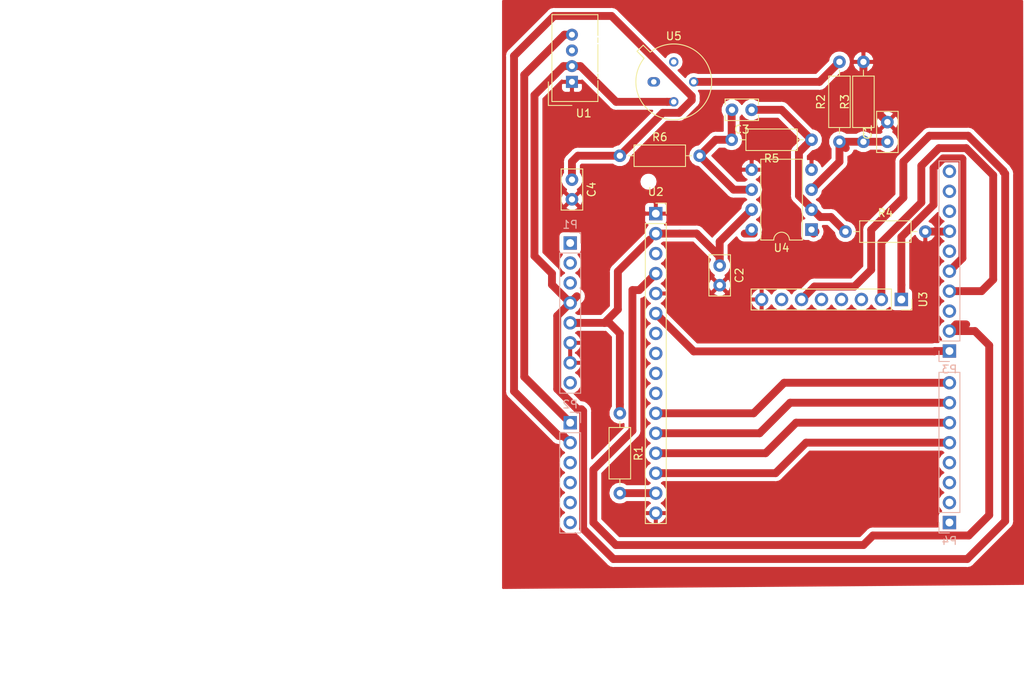
<source format=kicad_pcb>
(kicad_pcb (version 20171130) (host pcbnew "(5.0.0-3-g5ebb6b6)")

  (general
    (thickness 1.6)
    (drawings 751)
    (tracks 148)
    (zones 0)
    (modules 19)
    (nets 50)
  )

  (page A4)
  (layers
    (0 F.Cu signal)
    (31 B.Cu signal)
    (32 B.Adhes user)
    (33 F.Adhes user)
    (34 B.Paste user)
    (35 F.Paste user)
    (36 B.SilkS user)
    (37 F.SilkS user)
    (38 B.Mask user)
    (39 F.Mask user)
    (40 Dwgs.User user)
    (41 Cmts.User user)
    (42 Eco1.User user)
    (43 Eco2.User user)
    (44 Edge.Cuts user)
    (45 Margin user)
    (46 B.CrtYd user)
    (47 F.CrtYd user)
    (48 B.Fab user)
    (49 F.Fab user)
  )

  (setup
    (last_trace_width 1)
    (trace_clearance 0.3)
    (zone_clearance 0.508)
    (zone_45_only no)
    (trace_min 0.2)
    (segment_width 0.2)
    (edge_width 0.15)
    (via_size 0.8)
    (via_drill 0.4)
    (via_min_size 0.4)
    (via_min_drill 0.3)
    (uvia_size 0.3)
    (uvia_drill 0.1)
    (uvias_allowed no)
    (uvia_min_size 0.2)
    (uvia_min_drill 0.1)
    (pcb_text_width 0.3)
    (pcb_text_size 1.5 1.5)
    (mod_edge_width 0.15)
    (mod_text_size 1 1)
    (mod_text_width 0.15)
    (pad_size 1.524 1.524)
    (pad_drill 0.762)
    (pad_to_mask_clearance 0.2)
    (aux_axis_origin 32.54 154.92)
    (grid_origin 114.3 101.6)
    (visible_elements 7FFFFFFF)
    (pcbplotparams
      (layerselection 0x010fc_ffffffff)
      (usegerberextensions false)
      (usegerberattributes false)
      (usegerberadvancedattributes false)
      (creategerberjobfile false)
      (excludeedgelayer true)
      (linewidth 0.100000)
      (plotframeref false)
      (viasonmask false)
      (mode 1)
      (useauxorigin false)
      (hpglpennumber 1)
      (hpglpenspeed 20)
      (hpglpendiameter 15.000000)
      (psnegative false)
      (psa4output false)
      (plotreference true)
      (plotvalue true)
      (plotinvisibletext false)
      (padsonsilk false)
      (subtractmaskfromsilk false)
      (outputformat 1)
      (mirror false)
      (drillshape 1)
      (scaleselection 1)
      (outputdirectory ""))
  )

  (net 0 "")
  (net 1 "Net-(P1-Pad1)")
  (net 2 /IOREF)
  (net 3 /RST)
  (net 4 +3V3)
  (net 5 +5V)
  (net 6 GND)
  (net 7 /Vin)
  (net 8 /A0)
  (net 9 /A1)
  (net 10 /A2)
  (net 11 /A3)
  (net 12 /A4)
  (net 13 /A5)
  (net 14 /D8)
  (net 15 /#D9)
  (net 16 /#D10)
  (net 17 /#D11)
  (net 18 /D12)
  (net 19 /D13)
  (net 20 /AREF)
  (net 21 "Net-(P3-Pad9)")
  (net 22 "Net-(P3-Pad10)")
  (net 23 /D7)
  (net 24 /#D6)
  (net 25 /#D5)
  (net 26 /D4)
  (net 27 /#D3)
  (net 28 /D2)
  (net 29 /TX)
  (net 30 /RX)
  (net 31 "Net-(R1-Pad2)")
  (net 32 "Net-(RV1-Pad2)")
  (net 33 "Net-(U1-Pad3)")
  (net 34 "Net-(U2-Pad7)")
  (net 35 "Net-(U2-Pad8)")
  (net 36 "Net-(U2-Pad9)")
  (net 37 "Net-(U2-Pad10)")
  (net 38 "Net-(U3-Pad3)")
  (net 39 "Net-(U3-Pad4)")
  (net 40 "Net-(U3-Pad5)")
  (net 41 "Net-(U3-Pad7)")
  (net 42 "Net-(C1-Pad1)")
  (net 43 "Net-(C3-Pad1)")
  (net 44 "Net-(C3-Pad2)")
  (net 45 /Isens)
  (net 46 "Net-(U4-Pad1)")
  (net 47 "Net-(U4-Pad8)")
  (net 48 "Net-(U5-Pad1)")
  (net 49 "Net-(U5-Pad4)")

  (net_class Default "Ceci est la Netclass par défaut."
    (clearance 0.3)
    (trace_width 1)
    (via_dia 0.8)
    (via_drill 0.4)
    (uvia_dia 0.3)
    (uvia_drill 0.1)
    (add_net +3V3)
    (add_net +5V)
    (add_net /#D10)
    (add_net /#D11)
    (add_net /#D3)
    (add_net /#D5)
    (add_net /#D6)
    (add_net /#D9)
    (add_net /A0)
    (add_net /A1)
    (add_net /A2)
    (add_net /A3)
    (add_net /A4)
    (add_net /A5)
    (add_net /AREF)
    (add_net /D12)
    (add_net /D13)
    (add_net /D2)
    (add_net /D4)
    (add_net /D7)
    (add_net /D8)
    (add_net /IOREF)
    (add_net /Isens)
    (add_net /RST)
    (add_net /RX)
    (add_net /TX)
    (add_net /Vin)
    (add_net GND)
    (add_net "Net-(C1-Pad1)")
    (add_net "Net-(C3-Pad1)")
    (add_net "Net-(C3-Pad2)")
    (add_net "Net-(P1-Pad1)")
    (add_net "Net-(P3-Pad10)")
    (add_net "Net-(P3-Pad9)")
    (add_net "Net-(R1-Pad2)")
    (add_net "Net-(RV1-Pad2)")
    (add_net "Net-(U1-Pad3)")
    (add_net "Net-(U2-Pad10)")
    (add_net "Net-(U2-Pad7)")
    (add_net "Net-(U2-Pad8)")
    (add_net "Net-(U2-Pad9)")
    (add_net "Net-(U3-Pad3)")
    (add_net "Net-(U3-Pad4)")
    (add_net "Net-(U3-Pad5)")
    (add_net "Net-(U3-Pad7)")
    (add_net "Net-(U4-Pad1)")
    (add_net "Net-(U4-Pad8)")
    (add_net "Net-(U5-Pad1)")
    (add_net "Net-(U5-Pad4)")
  )

  (module Resistor_THT:R_Axial_DIN0207_L6.3mm_D2.5mm_P10.16mm_Horizontal (layer F.Cu) (tedit 5AE5139B) (tstamp 5BF0EA50)
    (at 154.686 88.392)
    (descr "Resistor, Axial_DIN0207 series, Axial, Horizontal, pin pitch=10.16mm, 0.25W = 1/4W, length*diameter=6.3*2.5mm^2, http://cdn-reichelt.de/documents/datenblatt/B400/1_4W%23YAG.pdf")
    (tags "Resistor Axial_DIN0207 series Axial Horizontal pin pitch 10.16mm 0.25W = 1/4W length 6.3mm diameter 2.5mm")
    (path /5BDAFB51)
    (fp_text reference R6 (at 5.08 -2.37) (layer F.SilkS)
      (effects (font (size 1 1) (thickness 0.15)))
    )
    (fp_text value R (at 5.08 2.37) (layer F.Fab)
      (effects (font (size 1 1) (thickness 0.15)))
    )
    (fp_line (start 1.93 -1.25) (end 1.93 1.25) (layer F.Fab) (width 0.1))
    (fp_line (start 1.93 1.25) (end 8.23 1.25) (layer F.Fab) (width 0.1))
    (fp_line (start 8.23 1.25) (end 8.23 -1.25) (layer F.Fab) (width 0.1))
    (fp_line (start 8.23 -1.25) (end 1.93 -1.25) (layer F.Fab) (width 0.1))
    (fp_line (start 0 0) (end 1.93 0) (layer F.Fab) (width 0.1))
    (fp_line (start 10.16 0) (end 8.23 0) (layer F.Fab) (width 0.1))
    (fp_line (start 1.81 -1.37) (end 1.81 1.37) (layer F.SilkS) (width 0.12))
    (fp_line (start 1.81 1.37) (end 8.35 1.37) (layer F.SilkS) (width 0.12))
    (fp_line (start 8.35 1.37) (end 8.35 -1.37) (layer F.SilkS) (width 0.12))
    (fp_line (start 8.35 -1.37) (end 1.81 -1.37) (layer F.SilkS) (width 0.12))
    (fp_line (start 1.04 0) (end 1.81 0) (layer F.SilkS) (width 0.12))
    (fp_line (start 9.12 0) (end 8.35 0) (layer F.SilkS) (width 0.12))
    (fp_line (start -1.05 -1.5) (end -1.05 1.5) (layer F.CrtYd) (width 0.05))
    (fp_line (start -1.05 1.5) (end 11.21 1.5) (layer F.CrtYd) (width 0.05))
    (fp_line (start 11.21 1.5) (end 11.21 -1.5) (layer F.CrtYd) (width 0.05))
    (fp_line (start 11.21 -1.5) (end -1.05 -1.5) (layer F.CrtYd) (width 0.05))
    (fp_text user %R (at 5.08 0) (layer F.Fab)
      (effects (font (size 1 1) (thickness 0.15)))
    )
    (pad 1 thru_hole circle (at 0 0) (size 1.6 1.6) (drill 0.8) (layers *.Cu *.Mask)
      (net 9 /A1))
    (pad 2 thru_hole oval (at 10.16 0) (size 1.6 1.6) (drill 0.8) (layers *.Cu *.Mask)
      (net 44 "Net-(C3-Pad2)"))
    (model ${KISYS3DMOD}/Resistor_THT.3dshapes/R_Axial_DIN0207_L6.3mm_D2.5mm_P10.16mm_Horizontal.wrl
      (at (xyz 0 0 0))
      (scale (xyz 1 1 1))
      (rotate (xyz 0 0 0))
    )
  )

  (module Connector_PinSocket_2.54mm:PinSocket_1x16_P2.54mm_Vertical (layer F.Cu) (tedit 5A19A41E) (tstamp 5BFF5E32)
    (at 159.258 95.758)
    (descr "Through hole straight socket strip, 1x16, 2.54mm pitch, single row (from Kicad 4.0.7), script generated")
    (tags "Through hole socket strip THT 1x16 2.54mm single row")
    (path /5BC6144D)
    (fp_text reference U2 (at 0 -2.77) (layer F.SilkS)
      (effects (font (size 1 1) (thickness 0.15)))
    )
    (fp_text value LCD_screen (at 0 40.87) (layer F.Fab)
      (effects (font (size 1 1) (thickness 0.15)))
    )
    (fp_text user %R (at 0 19.05 90) (layer F.Fab)
      (effects (font (size 1 1) (thickness 0.15)))
    )
    (fp_line (start -1.8 39.9) (end -1.8 -1.8) (layer F.CrtYd) (width 0.05))
    (fp_line (start 1.75 39.9) (end -1.8 39.9) (layer F.CrtYd) (width 0.05))
    (fp_line (start 1.75 -1.8) (end 1.75 39.9) (layer F.CrtYd) (width 0.05))
    (fp_line (start -1.8 -1.8) (end 1.75 -1.8) (layer F.CrtYd) (width 0.05))
    (fp_line (start 0 -1.33) (end 1.33 -1.33) (layer F.SilkS) (width 0.12))
    (fp_line (start 1.33 -1.33) (end 1.33 0) (layer F.SilkS) (width 0.12))
    (fp_line (start 1.33 1.27) (end 1.33 39.43) (layer F.SilkS) (width 0.12))
    (fp_line (start -1.33 39.43) (end 1.33 39.43) (layer F.SilkS) (width 0.12))
    (fp_line (start -1.33 1.27) (end -1.33 39.43) (layer F.SilkS) (width 0.12))
    (fp_line (start -1.33 1.27) (end 1.33 1.27) (layer F.SilkS) (width 0.12))
    (fp_line (start -1.27 39.37) (end -1.27 -1.27) (layer F.Fab) (width 0.1))
    (fp_line (start 1.27 39.37) (end -1.27 39.37) (layer F.Fab) (width 0.1))
    (fp_line (start 1.27 -0.635) (end 1.27 39.37) (layer F.Fab) (width 0.1))
    (fp_line (start 0.635 -1.27) (end 1.27 -0.635) (layer F.Fab) (width 0.1))
    (fp_line (start -1.27 -1.27) (end 0.635 -1.27) (layer F.Fab) (width 0.1))
    (pad 16 thru_hole oval (at 0 38.1) (size 1.7 1.7) (drill 1) (layers *.Cu *.Mask)
      (net 6 GND))
    (pad 15 thru_hole oval (at 0 35.56) (size 1.7 1.7) (drill 1) (layers *.Cu *.Mask)
      (net 31 "Net-(R1-Pad2)"))
    (pad 14 thru_hole oval (at 0 33.02) (size 1.7 1.7) (drill 1) (layers *.Cu *.Mask)
      (net 26 /D4))
    (pad 13 thru_hole oval (at 0 30.48) (size 1.7 1.7) (drill 1) (layers *.Cu *.Mask)
      (net 25 /#D5))
    (pad 12 thru_hole oval (at 0 27.94) (size 1.7 1.7) (drill 1) (layers *.Cu *.Mask)
      (net 24 /#D6))
    (pad 11 thru_hole oval (at 0 25.4) (size 1.7 1.7) (drill 1) (layers *.Cu *.Mask)
      (net 23 /D7))
    (pad 10 thru_hole oval (at 0 22.86) (size 1.7 1.7) (drill 1) (layers *.Cu *.Mask)
      (net 37 "Net-(U2-Pad10)"))
    (pad 9 thru_hole oval (at 0 20.32) (size 1.7 1.7) (drill 1) (layers *.Cu *.Mask)
      (net 36 "Net-(U2-Pad9)"))
    (pad 8 thru_hole oval (at 0 17.78) (size 1.7 1.7) (drill 1) (layers *.Cu *.Mask)
      (net 35 "Net-(U2-Pad8)"))
    (pad 7 thru_hole oval (at 0 15.24) (size 1.7 1.7) (drill 1) (layers *.Cu *.Mask)
      (net 34 "Net-(U2-Pad7)"))
    (pad 6 thru_hole oval (at 0 12.7) (size 1.7 1.7) (drill 1) (layers *.Cu *.Mask)
      (net 14 /D8))
    (pad 5 thru_hole oval (at 0 10.16) (size 1.7 1.7) (drill 1) (layers *.Cu *.Mask)
      (net 6 GND))
    (pad 4 thru_hole oval (at 0 7.62) (size 1.7 1.7) (drill 1) (layers *.Cu *.Mask)
      (net 15 /#D9))
    (pad 3 thru_hole oval (at 0 5.08) (size 1.7 1.7) (drill 1) (layers *.Cu *.Mask)
      (net 32 "Net-(RV1-Pad2)"))
    (pad 2 thru_hole oval (at 0 2.54) (size 1.7 1.7) (drill 1) (layers *.Cu *.Mask)
      (net 5 +5V))
    (pad 1 thru_hole rect (at 0 0) (size 1.7 1.7) (drill 1) (layers *.Cu *.Mask)
      (net 6 GND))
    (model ${KISYS3DMOD}/Connector_PinSocket_2.54mm.3dshapes/PinSocket_1x16_P2.54mm_Vertical.wrl
      (at (xyz 0 0 0))
      (scale (xyz 1 1 1))
      (rotate (xyz 0 0 0))
    )
  )

  (module Resistor_THT:R_Axial_DIN0207_L6.3mm_D2.5mm_P10.16mm_Horizontal (layer F.Cu) (tedit 5AE5139B) (tstamp 5BF0EA22)
    (at 183.388 98.044)
    (descr "Resistor, Axial_DIN0207 series, Axial, Horizontal, pin pitch=10.16mm, 0.25W = 1/4W, length*diameter=6.3*2.5mm^2, http://cdn-reichelt.de/documents/datenblatt/B400/1_4W%23YAG.pdf")
    (tags "Resistor Axial_DIN0207 series Axial Horizontal pin pitch 10.16mm 0.25W = 1/4W length 6.3mm diameter 2.5mm")
    (path /5BD73EB9)
    (fp_text reference R4 (at 5.08 -2.37) (layer F.SilkS)
      (effects (font (size 1 1) (thickness 0.15)))
    )
    (fp_text value R (at 5.08 2.37) (layer F.Fab)
      (effects (font (size 1 1) (thickness 0.15)))
    )
    (fp_text user %R (at 5.08 0) (layer F.Fab)
      (effects (font (size 1 1) (thickness 0.15)))
    )
    (fp_line (start 11.21 -1.5) (end -1.05 -1.5) (layer F.CrtYd) (width 0.05))
    (fp_line (start 11.21 1.5) (end 11.21 -1.5) (layer F.CrtYd) (width 0.05))
    (fp_line (start -1.05 1.5) (end 11.21 1.5) (layer F.CrtYd) (width 0.05))
    (fp_line (start -1.05 -1.5) (end -1.05 1.5) (layer F.CrtYd) (width 0.05))
    (fp_line (start 9.12 0) (end 8.35 0) (layer F.SilkS) (width 0.12))
    (fp_line (start 1.04 0) (end 1.81 0) (layer F.SilkS) (width 0.12))
    (fp_line (start 8.35 -1.37) (end 1.81 -1.37) (layer F.SilkS) (width 0.12))
    (fp_line (start 8.35 1.37) (end 8.35 -1.37) (layer F.SilkS) (width 0.12))
    (fp_line (start 1.81 1.37) (end 8.35 1.37) (layer F.SilkS) (width 0.12))
    (fp_line (start 1.81 -1.37) (end 1.81 1.37) (layer F.SilkS) (width 0.12))
    (fp_line (start 10.16 0) (end 8.23 0) (layer F.Fab) (width 0.1))
    (fp_line (start 0 0) (end 1.93 0) (layer F.Fab) (width 0.1))
    (fp_line (start 8.23 -1.25) (end 1.93 -1.25) (layer F.Fab) (width 0.1))
    (fp_line (start 8.23 1.25) (end 8.23 -1.25) (layer F.Fab) (width 0.1))
    (fp_line (start 1.93 1.25) (end 8.23 1.25) (layer F.Fab) (width 0.1))
    (fp_line (start 1.93 -1.25) (end 1.93 1.25) (layer F.Fab) (width 0.1))
    (pad 2 thru_hole oval (at 10.16 0) (size 1.6 1.6) (drill 0.8) (layers *.Cu *.Mask)
      (net 6 GND))
    (pad 1 thru_hole circle (at 0 0) (size 1.6 1.6) (drill 0.8) (layers *.Cu *.Mask)
      (net 43 "Net-(C3-Pad1)"))
    (model ${KISYS3DMOD}/Resistor_THT.3dshapes/R_Axial_DIN0207_L6.3mm_D2.5mm_P10.16mm_Horizontal.wrl
      (at (xyz 0 0 0))
      (scale (xyz 1 1 1))
      (rotate (xyz 0 0 0))
    )
  )

  (module Resistor_THT:R_Axial_DIN0207_L6.3mm_D2.5mm_P10.16mm_Horizontal (layer F.Cu) (tedit 5AE5139B) (tstamp 5BF0EA39)
    (at 179.07 86.36 180)
    (descr "Resistor, Axial_DIN0207 series, Axial, Horizontal, pin pitch=10.16mm, 0.25W = 1/4W, length*diameter=6.3*2.5mm^2, http://cdn-reichelt.de/documents/datenblatt/B400/1_4W%23YAG.pdf")
    (tags "Resistor Axial_DIN0207 series Axial Horizontal pin pitch 10.16mm 0.25W = 1/4W length 6.3mm diameter 2.5mm")
    (path /5BD96DAB)
    (fp_text reference R5 (at 5.08 -2.37 180) (layer F.SilkS)
      (effects (font (size 1 1) (thickness 0.15)))
    )
    (fp_text value R (at 5.08 2.37 180) (layer F.Fab)
      (effects (font (size 1 1) (thickness 0.15)))
    )
    (fp_text user %R (at 5.08 0 180) (layer F.Fab)
      (effects (font (size 1 1) (thickness 0.15)))
    )
    (fp_line (start 11.21 -1.5) (end -1.05 -1.5) (layer F.CrtYd) (width 0.05))
    (fp_line (start 11.21 1.5) (end 11.21 -1.5) (layer F.CrtYd) (width 0.05))
    (fp_line (start -1.05 1.5) (end 11.21 1.5) (layer F.CrtYd) (width 0.05))
    (fp_line (start -1.05 -1.5) (end -1.05 1.5) (layer F.CrtYd) (width 0.05))
    (fp_line (start 9.12 0) (end 8.35 0) (layer F.SilkS) (width 0.12))
    (fp_line (start 1.04 0) (end 1.81 0) (layer F.SilkS) (width 0.12))
    (fp_line (start 8.35 -1.37) (end 1.81 -1.37) (layer F.SilkS) (width 0.12))
    (fp_line (start 8.35 1.37) (end 8.35 -1.37) (layer F.SilkS) (width 0.12))
    (fp_line (start 1.81 1.37) (end 8.35 1.37) (layer F.SilkS) (width 0.12))
    (fp_line (start 1.81 -1.37) (end 1.81 1.37) (layer F.SilkS) (width 0.12))
    (fp_line (start 10.16 0) (end 8.23 0) (layer F.Fab) (width 0.1))
    (fp_line (start 0 0) (end 1.93 0) (layer F.Fab) (width 0.1))
    (fp_line (start 8.23 -1.25) (end 1.93 -1.25) (layer F.Fab) (width 0.1))
    (fp_line (start 8.23 1.25) (end 8.23 -1.25) (layer F.Fab) (width 0.1))
    (fp_line (start 1.93 1.25) (end 8.23 1.25) (layer F.Fab) (width 0.1))
    (fp_line (start 1.93 -1.25) (end 1.93 1.25) (layer F.Fab) (width 0.1))
    (pad 2 thru_hole oval (at 10.16 0 180) (size 1.6 1.6) (drill 0.8) (layers *.Cu *.Mask)
      (net 44 "Net-(C3-Pad2)"))
    (pad 1 thru_hole circle (at 0 0 180) (size 1.6 1.6) (drill 0.8) (layers *.Cu *.Mask)
      (net 43 "Net-(C3-Pad1)"))
    (model ${KISYS3DMOD}/Resistor_THT.3dshapes/R_Axial_DIN0207_L6.3mm_D2.5mm_P10.16mm_Horizontal.wrl
      (at (xyz 0 0 0))
      (scale (xyz 1 1 1))
      (rotate (xyz 0 0 0))
    )
  )

  (module Capacitor_THT:C_Disc_D5.0mm_W2.5mm_P2.50mm (layer F.Cu) (tedit 5AE50EF0) (tstamp 5BF0E9DD)
    (at 148.59 91.44 270)
    (descr "C, Disc series, Radial, pin pitch=2.50mm, , diameter*width=5*2.5mm^2, Capacitor, http://cdn-reichelt.de/documents/datenblatt/B300/DS_KERKO_TC.pdf")
    (tags "C Disc series Radial pin pitch 2.50mm  diameter 5mm width 2.5mm Capacitor")
    (path /5BD77C11)
    (fp_text reference C4 (at 1.25 -2.5 270) (layer F.SilkS)
      (effects (font (size 1 1) (thickness 0.15)))
    )
    (fp_text value C (at 1.25 2.5 270) (layer F.Fab)
      (effects (font (size 1 1) (thickness 0.15)))
    )
    (fp_text user %R (at 1.25 0 90) (layer F.Fab)
      (effects (font (size 1 1) (thickness 0.15)))
    )
    (fp_line (start 4 -1.5) (end -1.5 -1.5) (layer F.CrtYd) (width 0.05))
    (fp_line (start 4 1.5) (end 4 -1.5) (layer F.CrtYd) (width 0.05))
    (fp_line (start -1.5 1.5) (end 4 1.5) (layer F.CrtYd) (width 0.05))
    (fp_line (start -1.5 -1.5) (end -1.5 1.5) (layer F.CrtYd) (width 0.05))
    (fp_line (start 3.87 -1.37) (end 3.87 1.37) (layer F.SilkS) (width 0.12))
    (fp_line (start -1.37 -1.37) (end -1.37 1.37) (layer F.SilkS) (width 0.12))
    (fp_line (start -1.37 1.37) (end 3.87 1.37) (layer F.SilkS) (width 0.12))
    (fp_line (start -1.37 -1.37) (end 3.87 -1.37) (layer F.SilkS) (width 0.12))
    (fp_line (start 3.75 -1.25) (end -1.25 -1.25) (layer F.Fab) (width 0.1))
    (fp_line (start 3.75 1.25) (end 3.75 -1.25) (layer F.Fab) (width 0.1))
    (fp_line (start -1.25 1.25) (end 3.75 1.25) (layer F.Fab) (width 0.1))
    (fp_line (start -1.25 -1.25) (end -1.25 1.25) (layer F.Fab) (width 0.1))
    (pad 2 thru_hole circle (at 2.5 0 270) (size 1.6 1.6) (drill 0.8) (layers *.Cu *.Mask)
      (net 6 GND))
    (pad 1 thru_hole circle (at 0 0 270) (size 1.6 1.6) (drill 0.8) (layers *.Cu *.Mask)
      (net 9 /A1))
    (model ${KISYS3DMOD}/Capacitor_THT.3dshapes/C_Disc_D5.0mm_W2.5mm_P2.50mm.wrl
      (at (xyz 0 0 0))
      (scale (xyz 1 1 1))
      (rotate (xyz 0 0 0))
    )
  )

  (module Connector:NS-Tech_Grove_1x04_P2mm_Vertical (layer F.Cu) (tedit 5A2A5779) (tstamp 5BFF5E0E)
    (at 148.59 78.994 180)
    (descr https://statics3.seeedstudio.com/images/opl/datasheet/3470130P1.pdf)
    (tags Grove-1x04)
    (path /5BC61797)
    (fp_text reference U1 (at -1.5 -4 180) (layer F.SilkS)
      (effects (font (size 1 1) (thickness 0.15)))
    )
    (fp_text value gaz_sensor (at 4.19 2.83 270) (layer F.Fab)
      (effects (font (size 1 1) (thickness 0.15)))
    )
    (fp_line (start -2.9 8.1) (end -2.9 -2.1) (layer F.Fab) (width 0.1))
    (fp_line (start 2.2 8.1) (end -2.9 8.1) (layer F.Fab) (width 0.1))
    (fp_line (start 2.2 -2.1) (end 2.2 8.1) (layer F.Fab) (width 0.1))
    (fp_line (start -2.9 -2.1) (end 2.2 -2.1) (layer F.Fab) (width 0.1))
    (fp_line (start -3.3 5.9) (end -3.3 8.55) (layer F.SilkS) (width 0.12))
    (fp_line (start -3.3 -2.5) (end -3.3 0.15) (layer F.SilkS) (width 0.12))
    (fp_line (start -3.3 8.55) (end 2.55 8.55) (layer F.SilkS) (width 0.12))
    (fp_line (start -3.3 1.25) (end -3.3 4.75) (layer F.SilkS) (width 0.12))
    (fp_line (start -3.3 -2.5) (end 2.55 -2.5) (layer F.SilkS) (width 0.12))
    (fp_line (start 2.55 -2.5) (end 2.55 8.55) (layer F.SilkS) (width 0.12))
    (fp_line (start -3.3 0.4) (end -3.3 1) (layer F.SilkS) (width 0.12))
    (fp_line (start -3.3 5) (end -3.3 5.6) (layer F.SilkS) (width 0.12))
    (fp_line (start -3.45 -2.65) (end 2.7 -2.65) (layer F.CrtYd) (width 0.05))
    (fp_line (start 2.7 8.7) (end 2.7 -2.65) (layer F.CrtYd) (width 0.05))
    (fp_line (start -3.45 8.7) (end 2.7 8.7) (layer F.CrtYd) (width 0.05))
    (fp_line (start -3.45 -2.65) (end -3.45 8.7) (layer F.CrtYd) (width 0.05))
    (fp_line (start 0 -3) (end 3 -3) (layer F.SilkS) (width 0.12))
    (fp_line (start 3 -3) (end 3 0) (layer F.SilkS) (width 0.12))
    (fp_line (start 2.2 -1) (end 0.9 0) (layer F.Fab) (width 0.1))
    (fp_line (start 0.9 0) (end 2.2 1) (layer F.Fab) (width 0.1))
    (fp_text user %R (at -2 2 270) (layer F.Fab)
      (effects (font (size 1 1) (thickness 0.15)))
    )
    (pad 4 thru_hole circle (at 0 6 180) (size 1.524 1.524) (drill 0.762) (layers *.Cu *.Mask)
      (net 8 /A0))
    (pad 3 thru_hole circle (at 0 4 180) (size 1.524 1.524) (drill 0.762) (layers *.Cu *.Mask)
      (net 33 "Net-(U1-Pad3)"))
    (pad 2 thru_hole circle (at 0 2 180) (size 1.524 1.524) (drill 0.762) (layers *.Cu *.Mask)
      (net 4 +3V3))
    (pad 1 thru_hole rect (at 0 0 180) (size 1.524 1.524) (drill 0.762) (layers *.Cu *.Mask)
      (net 6 GND))
    (model ${KISYS3DMOD}/Connector.3dshapes/NS-Tech_Grove_1x04_P2mm_Vertical.wrl
      (at (xyz 0 0 0))
      (scale (xyz 0.3937 0.3937 0.3937))
      (rotate (xyz 0 0 -90))
    )
  )

  (module Connector_PinSocket_2.54mm:PinSocket_1x08_P2.54mm_Vertical (layer F.Cu) (tedit 5A19A420) (tstamp 5BFF8D9D)
    (at 190.5 106.68 270)
    (descr "Through hole straight socket strip, 1x08, 2.54mm pitch, single row (from Kicad 4.0.7), script generated")
    (tags "Through hole socket strip THT 1x08 2.54mm single row")
    (path /5BC6134E)
    (fp_text reference U3 (at 0 -2.77 270) (layer F.SilkS)
      (effects (font (size 1 1) (thickness 0.15)))
    )
    (fp_text value RN2483A (at 0 20.55 270) (layer F.Fab)
      (effects (font (size 1 1) (thickness 0.15)))
    )
    (fp_text user %R (at 0 8.89) (layer F.Fab)
      (effects (font (size 1 1) (thickness 0.15)))
    )
    (fp_line (start -1.8 19.55) (end -1.8 -1.8) (layer F.CrtYd) (width 0.05))
    (fp_line (start 1.75 19.55) (end -1.8 19.55) (layer F.CrtYd) (width 0.05))
    (fp_line (start 1.75 -1.8) (end 1.75 19.55) (layer F.CrtYd) (width 0.05))
    (fp_line (start -1.8 -1.8) (end 1.75 -1.8) (layer F.CrtYd) (width 0.05))
    (fp_line (start 0 -1.33) (end 1.33 -1.33) (layer F.SilkS) (width 0.12))
    (fp_line (start 1.33 -1.33) (end 1.33 0) (layer F.SilkS) (width 0.12))
    (fp_line (start 1.33 1.27) (end 1.33 19.11) (layer F.SilkS) (width 0.12))
    (fp_line (start -1.33 19.11) (end 1.33 19.11) (layer F.SilkS) (width 0.12))
    (fp_line (start -1.33 1.27) (end -1.33 19.11) (layer F.SilkS) (width 0.12))
    (fp_line (start -1.33 1.27) (end 1.33 1.27) (layer F.SilkS) (width 0.12))
    (fp_line (start -1.27 19.05) (end -1.27 -1.27) (layer F.Fab) (width 0.1))
    (fp_line (start 1.27 19.05) (end -1.27 19.05) (layer F.Fab) (width 0.1))
    (fp_line (start 1.27 -0.635) (end 1.27 19.05) (layer F.Fab) (width 0.1))
    (fp_line (start 0.635 -1.27) (end 1.27 -0.635) (layer F.Fab) (width 0.1))
    (fp_line (start -1.27 -1.27) (end 0.635 -1.27) (layer F.Fab) (width 0.1))
    (pad 8 thru_hole oval (at 0 17.78 270) (size 1.7 1.7) (drill 1) (layers *.Cu *.Mask)
      (net 6 GND))
    (pad 7 thru_hole oval (at 0 15.24 270) (size 1.7 1.7) (drill 1) (layers *.Cu *.Mask)
      (net 41 "Net-(U3-Pad7)"))
    (pad 6 thru_hole oval (at 0 12.7 270) (size 1.7 1.7) (drill 1) (layers *.Cu *.Mask)
      (net 4 +3V3))
    (pad 5 thru_hole oval (at 0 10.16 270) (size 1.7 1.7) (drill 1) (layers *.Cu *.Mask)
      (net 40 "Net-(U3-Pad5)"))
    (pad 4 thru_hole oval (at 0 7.62 270) (size 1.7 1.7) (drill 1) (layers *.Cu *.Mask)
      (net 39 "Net-(U3-Pad4)"))
    (pad 3 thru_hole oval (at 0 5.08 270) (size 1.7 1.7) (drill 1) (layers *.Cu *.Mask)
      (net 38 "Net-(U3-Pad3)"))
    (pad 2 thru_hole oval (at 0 2.54 270) (size 1.7 1.7) (drill 1) (layers *.Cu *.Mask)
      (net 17 /#D11))
    (pad 1 thru_hole rect (at 0 0 270) (size 1.7 1.7) (drill 1) (layers *.Cu *.Mask)
      (net 18 /D12))
    (model ${KISYS3DMOD}/Connector_PinSocket_2.54mm.3dshapes/PinSocket_1x08_P2.54mm_Vertical.wrl
      (at (xyz 0 0 0))
      (scale (xyz 1 1 1))
      (rotate (xyz 0 0 0))
    )
  )

  (module Resistor_THT:R_Axial_DIN0207_L6.3mm_D2.5mm_P10.16mm_Horizontal (layer F.Cu) (tedit 5AE5139B) (tstamp 5BFF5DE0)
    (at 154.686 121.158 270)
    (descr "Resistor, Axial_DIN0207 series, Axial, Horizontal, pin pitch=10.16mm, 0.25W = 1/4W, length*diameter=6.3*2.5mm^2, http://cdn-reichelt.de/documents/datenblatt/B400/1_4W%23YAG.pdf")
    (tags "Resistor Axial_DIN0207 series Axial Horizontal pin pitch 10.16mm 0.25W = 1/4W length 6.3mm diameter 2.5mm")
    (path /5BCA99BE)
    (fp_text reference R1 (at 5.08 -2.37 270) (layer F.SilkS)
      (effects (font (size 1 1) (thickness 0.15)))
    )
    (fp_text value R (at 5.08 2.37 270) (layer F.Fab)
      (effects (font (size 1 1) (thickness 0.15)))
    )
    (fp_text user %R (at 5.08 0 270) (layer F.Fab)
      (effects (font (size 1 1) (thickness 0.15)))
    )
    (fp_line (start 11.21 -1.5) (end -1.05 -1.5) (layer F.CrtYd) (width 0.05))
    (fp_line (start 11.21 1.5) (end 11.21 -1.5) (layer F.CrtYd) (width 0.05))
    (fp_line (start -1.05 1.5) (end 11.21 1.5) (layer F.CrtYd) (width 0.05))
    (fp_line (start -1.05 -1.5) (end -1.05 1.5) (layer F.CrtYd) (width 0.05))
    (fp_line (start 9.12 0) (end 8.35 0) (layer F.SilkS) (width 0.12))
    (fp_line (start 1.04 0) (end 1.81 0) (layer F.SilkS) (width 0.12))
    (fp_line (start 8.35 -1.37) (end 1.81 -1.37) (layer F.SilkS) (width 0.12))
    (fp_line (start 8.35 1.37) (end 8.35 -1.37) (layer F.SilkS) (width 0.12))
    (fp_line (start 1.81 1.37) (end 8.35 1.37) (layer F.SilkS) (width 0.12))
    (fp_line (start 1.81 -1.37) (end 1.81 1.37) (layer F.SilkS) (width 0.12))
    (fp_line (start 10.16 0) (end 8.23 0) (layer F.Fab) (width 0.1))
    (fp_line (start 0 0) (end 1.93 0) (layer F.Fab) (width 0.1))
    (fp_line (start 8.23 -1.25) (end 1.93 -1.25) (layer F.Fab) (width 0.1))
    (fp_line (start 8.23 1.25) (end 8.23 -1.25) (layer F.Fab) (width 0.1))
    (fp_line (start 1.93 1.25) (end 8.23 1.25) (layer F.Fab) (width 0.1))
    (fp_line (start 1.93 -1.25) (end 1.93 1.25) (layer F.Fab) (width 0.1))
    (pad 2 thru_hole oval (at 10.16 0 270) (size 1.6 1.6) (drill 0.8) (layers *.Cu *.Mask)
      (net 31 "Net-(R1-Pad2)"))
    (pad 1 thru_hole circle (at 0 0 270) (size 1.6 1.6) (drill 0.8) (layers *.Cu *.Mask)
      (net 5 +5V))
    (model ${KISYS3DMOD}/Resistor_THT.3dshapes/R_Axial_DIN0207_L6.3mm_D2.5mm_P10.16mm_Horizontal.wrl
      (at (xyz 0 0 0))
      (scale (xyz 1 1 1))
      (rotate (xyz 0 0 0))
    )
  )

  (module Connector_PinHeader_2.54mm:PinHeader_1x08_P2.54mm_Vertical (layer B.Cu) (tedit 59FED5CC) (tstamp 5C00892F)
    (at 148.366 99.498 180)
    (descr "Through hole straight pin header, 1x08, 2.54mm pitch, single row")
    (tags "Through hole pin header THT 1x08 2.54mm single row")
    (path /5BC8627A)
    (fp_text reference P1 (at 0 2.33 180) (layer B.SilkS)
      (effects (font (size 1 1) (thickness 0.15)) (justify mirror))
    )
    (fp_text value CONN_01X08 (at 0 -20.11 180) (layer B.Fab)
      (effects (font (size 1 1) (thickness 0.15)) (justify mirror))
    )
    (fp_line (start -0.635 1.27) (end 1.27 1.27) (layer B.Fab) (width 0.1))
    (fp_line (start 1.27 1.27) (end 1.27 -19.05) (layer B.Fab) (width 0.1))
    (fp_line (start 1.27 -19.05) (end -1.27 -19.05) (layer B.Fab) (width 0.1))
    (fp_line (start -1.27 -19.05) (end -1.27 0.635) (layer B.Fab) (width 0.1))
    (fp_line (start -1.27 0.635) (end -0.635 1.27) (layer B.Fab) (width 0.1))
    (fp_line (start -1.33 -19.11) (end 1.33 -19.11) (layer B.SilkS) (width 0.12))
    (fp_line (start -1.33 -1.27) (end -1.33 -19.11) (layer B.SilkS) (width 0.12))
    (fp_line (start 1.33 -1.27) (end 1.33 -19.11) (layer B.SilkS) (width 0.12))
    (fp_line (start -1.33 -1.27) (end 1.33 -1.27) (layer B.SilkS) (width 0.12))
    (fp_line (start -1.33 0) (end -1.33 1.33) (layer B.SilkS) (width 0.12))
    (fp_line (start -1.33 1.33) (end 0 1.33) (layer B.SilkS) (width 0.12))
    (fp_line (start -1.8 1.8) (end -1.8 -19.55) (layer B.CrtYd) (width 0.05))
    (fp_line (start -1.8 -19.55) (end 1.8 -19.55) (layer B.CrtYd) (width 0.05))
    (fp_line (start 1.8 -19.55) (end 1.8 1.8) (layer B.CrtYd) (width 0.05))
    (fp_line (start 1.8 1.8) (end -1.8 1.8) (layer B.CrtYd) (width 0.05))
    (fp_text user %R (at 0 -8.89 90) (layer B.Fab)
      (effects (font (size 1 1) (thickness 0.15)) (justify mirror))
    )
    (pad 1 thru_hole rect (at 0 0 180) (size 1.7 1.7) (drill 1) (layers *.Cu *.Mask)
      (net 1 "Net-(P1-Pad1)"))
    (pad 2 thru_hole oval (at 0 -2.54 180) (size 1.7 1.7) (drill 1) (layers *.Cu *.Mask)
      (net 2 /IOREF))
    (pad 3 thru_hole oval (at 0 -5.08 180) (size 1.7 1.7) (drill 1) (layers *.Cu *.Mask)
      (net 3 /RST))
    (pad 4 thru_hole oval (at 0 -7.62 180) (size 1.7 1.7) (drill 1) (layers *.Cu *.Mask)
      (net 4 +3V3))
    (pad 5 thru_hole oval (at 0 -10.16 180) (size 1.7 1.7) (drill 1) (layers *.Cu *.Mask)
      (net 5 +5V))
    (pad 6 thru_hole oval (at 0 -12.7 180) (size 1.7 1.7) (drill 1) (layers *.Cu *.Mask)
      (net 6 GND))
    (pad 7 thru_hole oval (at 0 -15.24 180) (size 1.7 1.7) (drill 1) (layers *.Cu *.Mask)
      (net 6 GND))
    (pad 8 thru_hole oval (at 0 -17.78 180) (size 1.7 1.7) (drill 1) (layers *.Cu *.Mask)
      (net 7 /Vin))
    (model ${KISYS3DMOD}/Connector_PinHeader_2.54mm.3dshapes/PinHeader_1x08_P2.54mm_Vertical.wrl
      (at (xyz 0 0 0))
      (scale (xyz 1 1 1))
      (rotate (xyz 0 0 0))
    )
  )

  (module Connector_PinHeader_2.54mm:PinHeader_1x06_P2.54mm_Vertical (layer B.Cu) (tedit 59FED5CC) (tstamp 5C0089D0)
    (at 148.366 122.358 180)
    (descr "Through hole straight pin header, 1x06, 2.54mm pitch, single row")
    (tags "Through hole pin header THT 1x06 2.54mm single row")
    (path /5BC861ED)
    (fp_text reference P2 (at 0 2.33 180) (layer B.SilkS)
      (effects (font (size 1 1) (thickness 0.15)) (justify mirror))
    )
    (fp_text value CONN_01X06 (at 0 -15.03 180) (layer B.Fab)
      (effects (font (size 1 1) (thickness 0.15)) (justify mirror))
    )
    (fp_line (start -0.635 1.27) (end 1.27 1.27) (layer B.Fab) (width 0.1))
    (fp_line (start 1.27 1.27) (end 1.27 -13.97) (layer B.Fab) (width 0.1))
    (fp_line (start 1.27 -13.97) (end -1.27 -13.97) (layer B.Fab) (width 0.1))
    (fp_line (start -1.27 -13.97) (end -1.27 0.635) (layer B.Fab) (width 0.1))
    (fp_line (start -1.27 0.635) (end -0.635 1.27) (layer B.Fab) (width 0.1))
    (fp_line (start -1.33 -14.03) (end 1.33 -14.03) (layer B.SilkS) (width 0.12))
    (fp_line (start -1.33 -1.27) (end -1.33 -14.03) (layer B.SilkS) (width 0.12))
    (fp_line (start 1.33 -1.27) (end 1.33 -14.03) (layer B.SilkS) (width 0.12))
    (fp_line (start -1.33 -1.27) (end 1.33 -1.27) (layer B.SilkS) (width 0.12))
    (fp_line (start -1.33 0) (end -1.33 1.33) (layer B.SilkS) (width 0.12))
    (fp_line (start -1.33 1.33) (end 0 1.33) (layer B.SilkS) (width 0.12))
    (fp_line (start -1.8 1.8) (end -1.8 -14.5) (layer B.CrtYd) (width 0.05))
    (fp_line (start -1.8 -14.5) (end 1.8 -14.5) (layer B.CrtYd) (width 0.05))
    (fp_line (start 1.8 -14.5) (end 1.8 1.8) (layer B.CrtYd) (width 0.05))
    (fp_line (start 1.8 1.8) (end -1.8 1.8) (layer B.CrtYd) (width 0.05))
    (fp_text user %R (at 71.692 -34.218 90) (layer B.Fab)
      (effects (font (size 1 1) (thickness 0.15)) (justify mirror))
    )
    (pad 1 thru_hole rect (at 0 0 180) (size 1.7 1.7) (drill 1) (layers *.Cu *.Mask)
      (net 8 /A0))
    (pad 2 thru_hole oval (at 0 -2.54 180) (size 1.7 1.7) (drill 1) (layers *.Cu *.Mask)
      (net 9 /A1))
    (pad 3 thru_hole oval (at 0 -5.08 180) (size 1.7 1.7) (drill 1) (layers *.Cu *.Mask)
      (net 10 /A2))
    (pad 4 thru_hole oval (at 0 -7.62 180) (size 1.7 1.7) (drill 1) (layers *.Cu *.Mask)
      (net 11 /A3))
    (pad 5 thru_hole oval (at 0 -10.16 180) (size 1.7 1.7) (drill 1) (layers *.Cu *.Mask)
      (net 12 /A4))
    (pad 6 thru_hole oval (at 0 -12.7 180) (size 1.7 1.7) (drill 1) (layers *.Cu *.Mask)
      (net 13 /A5))
    (model ${KISYS3DMOD}/Connector_PinHeader_2.54mm.3dshapes/PinHeader_1x06_P2.54mm_Vertical.wrl
      (at (xyz 0 0 0))
      (scale (xyz 1 1 1))
      (rotate (xyz 0 0 0))
    )
  )

  (module Connector_PinHeader_2.54mm:PinHeader_1x10_P2.54mm_Vertical (layer B.Cu) (tedit 59FED5CC) (tstamp 5C0087E8)
    (at 196.616 113.238)
    (descr "Through hole straight pin header, 1x10, 2.54mm pitch, single row")
    (tags "Through hole pin header THT 1x10 2.54mm single row")
    (path /5BC86143)
    (fp_text reference P3 (at 0 2.33) (layer B.SilkS)
      (effects (font (size 1 1) (thickness 0.15)) (justify mirror))
    )
    (fp_text value CONN_01X10 (at 0 -25.19) (layer B.Fab)
      (effects (font (size 1 1) (thickness 0.15)) (justify mirror))
    )
    (fp_line (start -0.635 1.27) (end 1.27 1.27) (layer B.Fab) (width 0.1))
    (fp_line (start 1.27 1.27) (end 1.27 -24.13) (layer B.Fab) (width 0.1))
    (fp_line (start 1.27 -24.13) (end -1.27 -24.13) (layer B.Fab) (width 0.1))
    (fp_line (start -1.27 -24.13) (end -1.27 0.635) (layer B.Fab) (width 0.1))
    (fp_line (start -1.27 0.635) (end -0.635 1.27) (layer B.Fab) (width 0.1))
    (fp_line (start -1.33 -24.19) (end 1.33 -24.19) (layer B.SilkS) (width 0.12))
    (fp_line (start -1.33 -1.27) (end -1.33 -24.19) (layer B.SilkS) (width 0.12))
    (fp_line (start 1.33 -1.27) (end 1.33 -24.19) (layer B.SilkS) (width 0.12))
    (fp_line (start -1.33 -1.27) (end 1.33 -1.27) (layer B.SilkS) (width 0.12))
    (fp_line (start -1.33 0) (end -1.33 1.33) (layer B.SilkS) (width 0.12))
    (fp_line (start -1.33 1.33) (end 0 1.33) (layer B.SilkS) (width 0.12))
    (fp_line (start -1.8 1.8) (end -1.8 -24.65) (layer B.CrtYd) (width 0.05))
    (fp_line (start -1.8 -24.65) (end 1.8 -24.65) (layer B.CrtYd) (width 0.05))
    (fp_line (start 1.8 -24.65) (end 1.8 1.8) (layer B.CrtYd) (width 0.05))
    (fp_line (start 1.8 1.8) (end -1.8 1.8) (layer B.CrtYd) (width 0.05))
    (fp_text user %R (at 0 -11.43 -90) (layer B.Fab)
      (effects (font (size 1 1) (thickness 0.15)) (justify mirror))
    )
    (pad 1 thru_hole rect (at 0 0) (size 1.7 1.7) (drill 1) (layers *.Cu *.Mask)
      (net 14 /D8))
    (pad 2 thru_hole oval (at 0 -2.54) (size 1.7 1.7) (drill 1) (layers *.Cu *.Mask)
      (net 15 /#D9))
    (pad 3 thru_hole oval (at 0 -5.08) (size 1.7 1.7) (drill 1) (layers *.Cu *.Mask)
      (net 16 /#D10))
    (pad 4 thru_hole oval (at 0 -7.62) (size 1.7 1.7) (drill 1) (layers *.Cu *.Mask)
      (net 17 /#D11))
    (pad 5 thru_hole oval (at 0 -10.16) (size 1.7 1.7) (drill 1) (layers *.Cu *.Mask)
      (net 18 /D12))
    (pad 6 thru_hole oval (at 0 -12.7) (size 1.7 1.7) (drill 1) (layers *.Cu *.Mask)
      (net 19 /D13))
    (pad 7 thru_hole oval (at 0 -15.24) (size 1.7 1.7) (drill 1) (layers *.Cu *.Mask)
      (net 6 GND))
    (pad 8 thru_hole oval (at 0 -17.78) (size 1.7 1.7) (drill 1) (layers *.Cu *.Mask)
      (net 20 /AREF))
    (pad 9 thru_hole oval (at 0 -20.32) (size 1.7 1.7) (drill 1) (layers *.Cu *.Mask)
      (net 21 "Net-(P3-Pad9)"))
    (pad 10 thru_hole oval (at 0 -22.86) (size 1.7 1.7) (drill 1) (layers *.Cu *.Mask)
      (net 22 "Net-(P3-Pad10)"))
    (model ${KISYS3DMOD}/Connector_PinHeader_2.54mm.3dshapes/PinHeader_1x10_P2.54mm_Vertical.wrl
      (at (xyz 0 0 0))
      (scale (xyz 1 1 1))
      (rotate (xyz 0 0 0))
    )
  )

  (module Connector_PinHeader_2.54mm:PinHeader_1x08_P2.54mm_Vertical (layer B.Cu) (tedit 59FED5CC) (tstamp 5C008446)
    (at 196.616 135.058)
    (descr "Through hole straight pin header, 1x08, 2.54mm pitch, single row")
    (tags "Through hole pin header THT 1x08 2.54mm single row")
    (path /5BC8604E)
    (fp_text reference P4 (at 0 2.33) (layer B.SilkS)
      (effects (font (size 1 1) (thickness 0.15)) (justify mirror))
    )
    (fp_text value CONN_01X08 (at 0 -19.36) (layer B.Fab)
      (effects (font (size 1 1) (thickness 0.15)) (justify mirror))
    )
    (fp_text user %R (at 0 -8.89 -90) (layer B.Fab)
      (effects (font (size 1 1) (thickness 0.15)) (justify mirror))
    )
    (fp_line (start 1.8 1.8) (end -1.8 1.8) (layer B.CrtYd) (width 0.05))
    (fp_line (start 1.8 -19.55) (end 1.8 1.8) (layer B.CrtYd) (width 0.05))
    (fp_line (start -1.8 -19.55) (end 1.8 -19.55) (layer B.CrtYd) (width 0.05))
    (fp_line (start -1.8 1.8) (end -1.8 -19.55) (layer B.CrtYd) (width 0.05))
    (fp_line (start -1.33 1.33) (end 0 1.33) (layer B.SilkS) (width 0.12))
    (fp_line (start -1.33 0) (end -1.33 1.33) (layer B.SilkS) (width 0.12))
    (fp_line (start -1.33 -1.27) (end 1.33 -1.27) (layer B.SilkS) (width 0.12))
    (fp_line (start 1.33 -1.27) (end 1.33 -19.11) (layer B.SilkS) (width 0.12))
    (fp_line (start -1.33 -1.27) (end -1.33 -19.11) (layer B.SilkS) (width 0.12))
    (fp_line (start -1.33 -19.11) (end 1.33 -19.11) (layer B.SilkS) (width 0.12))
    (fp_line (start -1.27 0.635) (end -0.635 1.27) (layer B.Fab) (width 0.1))
    (fp_line (start -1.27 -19.05) (end -1.27 0.635) (layer B.Fab) (width 0.1))
    (fp_line (start 1.27 -19.05) (end -1.27 -19.05) (layer B.Fab) (width 0.1))
    (fp_line (start 1.27 1.27) (end 1.27 -19.05) (layer B.Fab) (width 0.1))
    (fp_line (start -0.635 1.27) (end 1.27 1.27) (layer B.Fab) (width 0.1))
    (pad 8 thru_hole oval (at 0 -17.78) (size 1.7 1.7) (drill 1) (layers *.Cu *.Mask)
      (net 23 /D7))
    (pad 7 thru_hole oval (at 0 -15.24) (size 1.7 1.7) (drill 1) (layers *.Cu *.Mask)
      (net 24 /#D6))
    (pad 6 thru_hole oval (at 0 -12.7) (size 1.7 1.7) (drill 1) (layers *.Cu *.Mask)
      (net 25 /#D5))
    (pad 5 thru_hole oval (at 0 -10.16) (size 1.7 1.7) (drill 1) (layers *.Cu *.Mask)
      (net 26 /D4))
    (pad 4 thru_hole oval (at 0 -7.62) (size 1.7 1.7) (drill 1) (layers *.Cu *.Mask)
      (net 27 /#D3))
    (pad 3 thru_hole oval (at 0 -5.08) (size 1.7 1.7) (drill 1) (layers *.Cu *.Mask)
      (net 28 /D2))
    (pad 2 thru_hole oval (at 0 -2.54) (size 1.7 1.7) (drill 1) (layers *.Cu *.Mask)
      (net 29 /TX))
    (pad 1 thru_hole rect (at 0 0) (size 1.7 1.7) (drill 1) (layers *.Cu *.Mask)
      (net 30 /RX))
    (model ${KISYS3DMOD}/Connector_PinHeader_2.54mm.3dshapes/PinHeader_1x08_P2.54mm_Vertical.wrl
      (at (xyz 0 0 0))
      (scale (xyz 1 1 1))
      (rotate (xyz 0 0 0))
    )
  )

  (module Capacitor_THT:C_Disc_D5.0mm_W2.5mm_P2.50mm (layer F.Cu) (tedit 5AE50EF0) (tstamp 5BF0E9A2)
    (at 188.722 86.614 90)
    (descr "C, Disc series, Radial, pin pitch=2.50mm, , diameter*width=5*2.5mm^2, Capacitor, http://cdn-reichelt.de/documents/datenblatt/B300/DS_KERKO_TC.pdf")
    (tags "C Disc series Radial pin pitch 2.50mm  diameter 5mm width 2.5mm Capacitor")
    (path /5BD77BC7)
    (fp_text reference C1 (at 1.25 -2.5 90) (layer F.SilkS)
      (effects (font (size 1 1) (thickness 0.15)))
    )
    (fp_text value C (at 1.25 2.5 90) (layer F.Fab)
      (effects (font (size 1 1) (thickness 0.15)))
    )
    (fp_line (start -1.25 -1.25) (end -1.25 1.25) (layer F.Fab) (width 0.1))
    (fp_line (start -1.25 1.25) (end 3.75 1.25) (layer F.Fab) (width 0.1))
    (fp_line (start 3.75 1.25) (end 3.75 -1.25) (layer F.Fab) (width 0.1))
    (fp_line (start 3.75 -1.25) (end -1.25 -1.25) (layer F.Fab) (width 0.1))
    (fp_line (start -1.37 -1.37) (end 3.87 -1.37) (layer F.SilkS) (width 0.12))
    (fp_line (start -1.37 1.37) (end 3.87 1.37) (layer F.SilkS) (width 0.12))
    (fp_line (start -1.37 -1.37) (end -1.37 1.37) (layer F.SilkS) (width 0.12))
    (fp_line (start 3.87 -1.37) (end 3.87 1.37) (layer F.SilkS) (width 0.12))
    (fp_line (start -1.5 -1.5) (end -1.5 1.5) (layer F.CrtYd) (width 0.05))
    (fp_line (start -1.5 1.5) (end 4 1.5) (layer F.CrtYd) (width 0.05))
    (fp_line (start 4 1.5) (end 4 -1.5) (layer F.CrtYd) (width 0.05))
    (fp_line (start 4 -1.5) (end -1.5 -1.5) (layer F.CrtYd) (width 0.05))
    (fp_text user %R (at 1.25 0 90) (layer F.Fab)
      (effects (font (size 1 1) (thickness 0.15)))
    )
    (pad 1 thru_hole circle (at 0 0 90) (size 1.6 1.6) (drill 0.8) (layers *.Cu *.Mask)
      (net 42 "Net-(C1-Pad1)"))
    (pad 2 thru_hole circle (at 2.5 0 90) (size 1.6 1.6) (drill 0.8) (layers *.Cu *.Mask)
      (net 6 GND))
    (model ${KISYS3DMOD}/Capacitor_THT.3dshapes/C_Disc_D5.0mm_W2.5mm_P2.50mm.wrl
      (at (xyz 0 0 0))
      (scale (xyz 1 1 1))
      (rotate (xyz 0 0 0))
    )
  )

  (module Capacitor_THT:C_Disc_D5.0mm_W2.5mm_P2.50mm (layer F.Cu) (tedit 5AE50EF0) (tstamp 5BF0E9B5)
    (at 167.386 102.362 270)
    (descr "C, Disc series, Radial, pin pitch=2.50mm, , diameter*width=5*2.5mm^2, Capacitor, http://cdn-reichelt.de/documents/datenblatt/B300/DS_KERKO_TC.pdf")
    (tags "C Disc series Radial pin pitch 2.50mm  diameter 5mm width 2.5mm Capacitor")
    (path /5BD77CFB)
    (fp_text reference C2 (at 1.25 -2.5 270) (layer F.SilkS)
      (effects (font (size 1 1) (thickness 0.15)))
    )
    (fp_text value C (at 1.25 2.5 270) (layer F.Fab)
      (effects (font (size 1 1) (thickness 0.15)))
    )
    (fp_line (start -1.25 -1.25) (end -1.25 1.25) (layer F.Fab) (width 0.1))
    (fp_line (start -1.25 1.25) (end 3.75 1.25) (layer F.Fab) (width 0.1))
    (fp_line (start 3.75 1.25) (end 3.75 -1.25) (layer F.Fab) (width 0.1))
    (fp_line (start 3.75 -1.25) (end -1.25 -1.25) (layer F.Fab) (width 0.1))
    (fp_line (start -1.37 -1.37) (end 3.87 -1.37) (layer F.SilkS) (width 0.12))
    (fp_line (start -1.37 1.37) (end 3.87 1.37) (layer F.SilkS) (width 0.12))
    (fp_line (start -1.37 -1.37) (end -1.37 1.37) (layer F.SilkS) (width 0.12))
    (fp_line (start 3.87 -1.37) (end 3.87 1.37) (layer F.SilkS) (width 0.12))
    (fp_line (start -1.5 -1.5) (end -1.5 1.5) (layer F.CrtYd) (width 0.05))
    (fp_line (start -1.5 1.5) (end 4 1.5) (layer F.CrtYd) (width 0.05))
    (fp_line (start 4 1.5) (end 4 -1.5) (layer F.CrtYd) (width 0.05))
    (fp_line (start 4 -1.5) (end -1.5 -1.5) (layer F.CrtYd) (width 0.05))
    (fp_text user %R (at 1.25 0 270) (layer F.Fab)
      (effects (font (size 1 1) (thickness 0.15)))
    )
    (pad 1 thru_hole circle (at 0 0 270) (size 1.6 1.6) (drill 0.8) (layers *.Cu *.Mask)
      (net 5 +5V))
    (pad 2 thru_hole circle (at 2.5 0 270) (size 1.6 1.6) (drill 0.8) (layers *.Cu *.Mask)
      (net 6 GND))
    (model ${KISYS3DMOD}/Capacitor_THT.3dshapes/C_Disc_D5.0mm_W2.5mm_P2.50mm.wrl
      (at (xyz 0 0 0))
      (scale (xyz 1 1 1))
      (rotate (xyz 0 0 0))
    )
  )

  (module Capacitor_THT:C_Rect_L4.0mm_W2.5mm_P2.50mm (layer F.Cu) (tedit 5AE50EF0) (tstamp 5BF0E9CA)
    (at 171.45 82.55 180)
    (descr "C, Rect series, Radial, pin pitch=2.50mm, , length*width=4*2.5mm^2, Capacitor")
    (tags "C Rect series Radial pin pitch 2.50mm  length 4mm width 2.5mm Capacitor")
    (path /5BD77C9D)
    (fp_text reference C3 (at 1.25 -2.5 180) (layer F.SilkS)
      (effects (font (size 1 1) (thickness 0.15)))
    )
    (fp_text value C (at 1.25 2.5 180) (layer F.Fab)
      (effects (font (size 1 1) (thickness 0.15)))
    )
    (fp_line (start -0.75 -1.25) (end -0.75 1.25) (layer F.Fab) (width 0.1))
    (fp_line (start -0.75 1.25) (end 3.25 1.25) (layer F.Fab) (width 0.1))
    (fp_line (start 3.25 1.25) (end 3.25 -1.25) (layer F.Fab) (width 0.1))
    (fp_line (start 3.25 -1.25) (end -0.75 -1.25) (layer F.Fab) (width 0.1))
    (fp_line (start -0.87 -1.37) (end 3.37 -1.37) (layer F.SilkS) (width 0.12))
    (fp_line (start -0.87 1.37) (end 3.37 1.37) (layer F.SilkS) (width 0.12))
    (fp_line (start -0.87 -1.37) (end -0.87 -0.665) (layer F.SilkS) (width 0.12))
    (fp_line (start -0.87 0.665) (end -0.87 1.37) (layer F.SilkS) (width 0.12))
    (fp_line (start 3.37 -1.37) (end 3.37 -0.665) (layer F.SilkS) (width 0.12))
    (fp_line (start 3.37 0.665) (end 3.37 1.37) (layer F.SilkS) (width 0.12))
    (fp_line (start -1.05 -1.5) (end -1.05 1.5) (layer F.CrtYd) (width 0.05))
    (fp_line (start -1.05 1.5) (end 3.55 1.5) (layer F.CrtYd) (width 0.05))
    (fp_line (start 3.55 1.5) (end 3.55 -1.5) (layer F.CrtYd) (width 0.05))
    (fp_line (start 3.55 -1.5) (end -1.05 -1.5) (layer F.CrtYd) (width 0.05))
    (fp_text user %R (at 1.25 0 180) (layer F.Fab)
      (effects (font (size 0.8 0.8) (thickness 0.12)))
    )
    (pad 1 thru_hole circle (at 0 0 180) (size 1.6 1.6) (drill 0.8) (layers *.Cu *.Mask)
      (net 43 "Net-(C3-Pad1)"))
    (pad 2 thru_hole circle (at 2.5 0 180) (size 1.6 1.6) (drill 0.8) (layers *.Cu *.Mask)
      (net 44 "Net-(C3-Pad2)"))
    (model ${KISYS3DMOD}/Capacitor_THT.3dshapes/C_Rect_L4.0mm_W2.5mm_P2.50mm.wrl
      (at (xyz 0 0 0))
      (scale (xyz 1 1 1))
      (rotate (xyz 0 0 0))
    )
  )

  (module Resistor_THT:R_Axial_DIN0207_L6.3mm_D2.5mm_P10.16mm_Horizontal (layer F.Cu) (tedit 5AE5139B) (tstamp 5BF0FAF7)
    (at 182.626 86.614 90)
    (descr "Resistor, Axial_DIN0207 series, Axial, Horizontal, pin pitch=10.16mm, 0.25W = 1/4W, length*diameter=6.3*2.5mm^2, http://cdn-reichelt.de/documents/datenblatt/B400/1_4W%23YAG.pdf")
    (tags "Resistor Axial_DIN0207 series Axial Horizontal pin pitch 10.16mm 0.25W = 1/4W length 6.3mm diameter 2.5mm")
    (path /5BD73EE9)
    (fp_text reference R2 (at 5.08 -2.37 90) (layer F.SilkS)
      (effects (font (size 1 1) (thickness 0.15)))
    )
    (fp_text value R (at 5.08 2.37 90) (layer F.Fab)
      (effects (font (size 1 1) (thickness 0.15)))
    )
    (fp_line (start 1.93 -1.25) (end 1.93 1.25) (layer F.Fab) (width 0.1))
    (fp_line (start 1.93 1.25) (end 8.23 1.25) (layer F.Fab) (width 0.1))
    (fp_line (start 8.23 1.25) (end 8.23 -1.25) (layer F.Fab) (width 0.1))
    (fp_line (start 8.23 -1.25) (end 1.93 -1.25) (layer F.Fab) (width 0.1))
    (fp_line (start 0 0) (end 1.93 0) (layer F.Fab) (width 0.1))
    (fp_line (start 10.16 0) (end 8.23 0) (layer F.Fab) (width 0.1))
    (fp_line (start 1.81 -1.37) (end 1.81 1.37) (layer F.SilkS) (width 0.12))
    (fp_line (start 1.81 1.37) (end 8.35 1.37) (layer F.SilkS) (width 0.12))
    (fp_line (start 8.35 1.37) (end 8.35 -1.37) (layer F.SilkS) (width 0.12))
    (fp_line (start 8.35 -1.37) (end 1.81 -1.37) (layer F.SilkS) (width 0.12))
    (fp_line (start 1.04 0) (end 1.81 0) (layer F.SilkS) (width 0.12))
    (fp_line (start 9.12 0) (end 8.35 0) (layer F.SilkS) (width 0.12))
    (fp_line (start -1.05 -1.5) (end -1.05 1.5) (layer F.CrtYd) (width 0.05))
    (fp_line (start -1.05 1.5) (end 11.21 1.5) (layer F.CrtYd) (width 0.05))
    (fp_line (start 11.21 1.5) (end 11.21 -1.5) (layer F.CrtYd) (width 0.05))
    (fp_line (start 11.21 -1.5) (end -1.05 -1.5) (layer F.CrtYd) (width 0.05))
    (fp_text user %R (at 5.08 0 270) (layer F.Fab)
      (effects (font (size 1 1) (thickness 0.15)))
    )
    (pad 1 thru_hole circle (at 0 0 90) (size 1.6 1.6) (drill 0.8) (layers *.Cu *.Mask)
      (net 42 "Net-(C1-Pad1)"))
    (pad 2 thru_hole oval (at 10.16 0 90) (size 1.6 1.6) (drill 0.8) (layers *.Cu *.Mask)
      (net 45 /Isens))
    (model ${KISYS3DMOD}/Resistor_THT.3dshapes/R_Axial_DIN0207_L6.3mm_D2.5mm_P10.16mm_Horizontal.wrl
      (at (xyz 0 0 0))
      (scale (xyz 1 1 1))
      (rotate (xyz 0 0 0))
    )
  )

  (module Resistor_THT:R_Axial_DIN0207_L6.3mm_D2.5mm_P10.16mm_Horizontal (layer F.Cu) (tedit 5AE5139B) (tstamp 5BF0FAB5)
    (at 185.674 86.614 90)
    (descr "Resistor, Axial_DIN0207 series, Axial, Horizontal, pin pitch=10.16mm, 0.25W = 1/4W, length*diameter=6.3*2.5mm^2, http://cdn-reichelt.de/documents/datenblatt/B400/1_4W%23YAG.pdf")
    (tags "Resistor Axial_DIN0207 series Axial Horizontal pin pitch 10.16mm 0.25W = 1/4W length 6.3mm diameter 2.5mm")
    (path /5BD73E13)
    (fp_text reference R3 (at 5.08 -2.37 90) (layer F.SilkS)
      (effects (font (size 1 1) (thickness 0.15)))
    )
    (fp_text value R (at 5.08 2.37 90) (layer F.Fab)
      (effects (font (size 1 1) (thickness 0.15)))
    )
    (fp_line (start 1.93 -1.25) (end 1.93 1.25) (layer F.Fab) (width 0.1))
    (fp_line (start 1.93 1.25) (end 8.23 1.25) (layer F.Fab) (width 0.1))
    (fp_line (start 8.23 1.25) (end 8.23 -1.25) (layer F.Fab) (width 0.1))
    (fp_line (start 8.23 -1.25) (end 1.93 -1.25) (layer F.Fab) (width 0.1))
    (fp_line (start 0 0) (end 1.93 0) (layer F.Fab) (width 0.1))
    (fp_line (start 10.16 0) (end 8.23 0) (layer F.Fab) (width 0.1))
    (fp_line (start 1.81 -1.37) (end 1.81 1.37) (layer F.SilkS) (width 0.12))
    (fp_line (start 1.81 1.37) (end 8.35 1.37) (layer F.SilkS) (width 0.12))
    (fp_line (start 8.35 1.37) (end 8.35 -1.37) (layer F.SilkS) (width 0.12))
    (fp_line (start 8.35 -1.37) (end 1.81 -1.37) (layer F.SilkS) (width 0.12))
    (fp_line (start 1.04 0) (end 1.81 0) (layer F.SilkS) (width 0.12))
    (fp_line (start 9.12 0) (end 8.35 0) (layer F.SilkS) (width 0.12))
    (fp_line (start -1.05 -1.5) (end -1.05 1.5) (layer F.CrtYd) (width 0.05))
    (fp_line (start -1.05 1.5) (end 11.21 1.5) (layer F.CrtYd) (width 0.05))
    (fp_line (start 11.21 1.5) (end 11.21 -1.5) (layer F.CrtYd) (width 0.05))
    (fp_line (start 11.21 -1.5) (end -1.05 -1.5) (layer F.CrtYd) (width 0.05))
    (fp_text user %R (at 5.08 0 90) (layer F.Fab)
      (effects (font (size 1 1) (thickness 0.15)))
    )
    (pad 1 thru_hole circle (at 0 0 90) (size 1.6 1.6) (drill 0.8) (layers *.Cu *.Mask)
      (net 42 "Net-(C1-Pad1)"))
    (pad 2 thru_hole oval (at 10.16 0 90) (size 1.6 1.6) (drill 0.8) (layers *.Cu *.Mask)
      (net 6 GND))
    (model ${KISYS3DMOD}/Resistor_THT.3dshapes/R_Axial_DIN0207_L6.3mm_D2.5mm_P10.16mm_Horizontal.wrl
      (at (xyz 0 0 0))
      (scale (xyz 1 1 1))
      (rotate (xyz 0 0 0))
    )
  )

  (module Package_DIP:DIP-8_W7.62mm (layer F.Cu) (tedit 5A02E8C5) (tstamp 5BF0EA6C)
    (at 179.07 97.79 180)
    (descr "8-lead though-hole mounted DIP package, row spacing 7.62 mm (300 mils)")
    (tags "THT DIP DIL PDIP 2.54mm 7.62mm 300mil")
    (path /5BD73D87)
    (fp_text reference U4 (at 3.81 -2.33 180) (layer F.SilkS)
      (effects (font (size 1 1) (thickness 0.15)))
    )
    (fp_text value LT1050 (at 3.81 9.95 180) (layer F.Fab)
      (effects (font (size 1 1) (thickness 0.15)))
    )
    (fp_arc (start 3.81 -1.33) (end 2.81 -1.33) (angle -180) (layer F.SilkS) (width 0.12))
    (fp_line (start 1.635 -1.27) (end 6.985 -1.27) (layer F.Fab) (width 0.1))
    (fp_line (start 6.985 -1.27) (end 6.985 8.89) (layer F.Fab) (width 0.1))
    (fp_line (start 6.985 8.89) (end 0.635 8.89) (layer F.Fab) (width 0.1))
    (fp_line (start 0.635 8.89) (end 0.635 -0.27) (layer F.Fab) (width 0.1))
    (fp_line (start 0.635 -0.27) (end 1.635 -1.27) (layer F.Fab) (width 0.1))
    (fp_line (start 2.81 -1.33) (end 1.16 -1.33) (layer F.SilkS) (width 0.12))
    (fp_line (start 1.16 -1.33) (end 1.16 8.95) (layer F.SilkS) (width 0.12))
    (fp_line (start 1.16 8.95) (end 6.46 8.95) (layer F.SilkS) (width 0.12))
    (fp_line (start 6.46 8.95) (end 6.46 -1.33) (layer F.SilkS) (width 0.12))
    (fp_line (start 6.46 -1.33) (end 4.81 -1.33) (layer F.SilkS) (width 0.12))
    (fp_line (start -1.1 -1.55) (end -1.1 9.15) (layer F.CrtYd) (width 0.05))
    (fp_line (start -1.1 9.15) (end 8.7 9.15) (layer F.CrtYd) (width 0.05))
    (fp_line (start 8.7 9.15) (end 8.7 -1.55) (layer F.CrtYd) (width 0.05))
    (fp_line (start 8.7 -1.55) (end -1.1 -1.55) (layer F.CrtYd) (width 0.05))
    (fp_text user %R (at 3.81 3.81 180) (layer F.Fab)
      (effects (font (size 1 1) (thickness 0.15)))
    )
    (pad 1 thru_hole rect (at 0 0 180) (size 1.6 1.6) (drill 0.8) (layers *.Cu *.Mask)
      (net 46 "Net-(U4-Pad1)"))
    (pad 5 thru_hole oval (at 7.62 7.62 180) (size 1.6 1.6) (drill 0.8) (layers *.Cu *.Mask)
      (net 6 GND))
    (pad 2 thru_hole oval (at 0 2.54 180) (size 1.6 1.6) (drill 0.8) (layers *.Cu *.Mask)
      (net 43 "Net-(C3-Pad1)"))
    (pad 6 thru_hole oval (at 7.62 5.08 180) (size 1.6 1.6) (drill 0.8) (layers *.Cu *.Mask)
      (net 44 "Net-(C3-Pad2)"))
    (pad 3 thru_hole oval (at 0 5.08 180) (size 1.6 1.6) (drill 0.8) (layers *.Cu *.Mask)
      (net 42 "Net-(C1-Pad1)"))
    (pad 7 thru_hole oval (at 7.62 2.54 180) (size 1.6 1.6) (drill 0.8) (layers *.Cu *.Mask)
      (net 5 +5V))
    (pad 4 thru_hole oval (at 0 7.62 180) (size 1.6 1.6) (drill 0.8) (layers *.Cu *.Mask)
      (net 6 GND))
    (pad 8 thru_hole oval (at 7.62 0 180) (size 1.6 1.6) (drill 0.8) (layers *.Cu *.Mask)
      (net 47 "Net-(U4-Pad8)"))
    (model ${KISYS3DMOD}/Package_DIP.3dshapes/DIP-8_W7.62mm.wrl
      (at (xyz 0 0 0))
      (scale (xyz 1 1 1))
      (rotate (xyz 0 0 0))
    )
  )

  (module Package_TO_SOT_THT:TO-5-4 (layer F.Cu) (tedit 5A02FF81) (tstamp 5BF0EA82)
    (at 159.004 78.994)
    (descr TO-5-4)
    (tags TO-5-4)
    (path /5BDEB1A5)
    (fp_text reference U5 (at 2.54 -5.82) (layer F.SilkS)
      (effects (font (size 1 1) (thickness 0.15)))
    )
    (fp_text value Gaz_Sensor (at 2.54 5.82) (layer F.Fab)
      (effects (font (size 1 1) (thickness 0.15)))
    )
    (fp_text user %R (at 2.54 -5.82) (layer F.Fab)
      (effects (font (size 1 1) (thickness 0.15)))
    )
    (fp_line (start -0.465408 -3.61352) (end -1.27151 -4.419621) (layer F.Fab) (width 0.1))
    (fp_line (start -1.27151 -4.419621) (end -1.879621 -3.81151) (layer F.Fab) (width 0.1))
    (fp_line (start -1.879621 -3.81151) (end -1.07352 -3.005408) (layer F.Fab) (width 0.1))
    (fp_line (start -0.457084 -3.774902) (end -1.348039 -4.665856) (layer F.SilkS) (width 0.12))
    (fp_line (start -1.348039 -4.665856) (end -2.125856 -3.888039) (layer F.SilkS) (width 0.12))
    (fp_line (start -2.125856 -3.888039) (end -1.234902 -2.997084) (layer F.SilkS) (width 0.12))
    (fp_line (start -2.41 -4.95) (end -2.41 4.95) (layer F.CrtYd) (width 0.05))
    (fp_line (start -2.41 4.95) (end 7.49 4.95) (layer F.CrtYd) (width 0.05))
    (fp_line (start 7.49 4.95) (end 7.49 -4.95) (layer F.CrtYd) (width 0.05))
    (fp_line (start 7.49 -4.95) (end -2.41 -4.95) (layer F.CrtYd) (width 0.05))
    (fp_circle (center 2.54 0) (end 6.79 0) (layer F.Fab) (width 0.1))
    (fp_arc (start 2.54 0) (end -0.465408 -3.61352) (angle 349.5) (layer F.Fab) (width 0.1))
    (fp_arc (start 2.54 0) (end -0.457084 -3.774902) (angle 346.9) (layer F.SilkS) (width 0.12))
    (pad 1 thru_hole oval (at 0 0) (size 1.6 1.2) (drill 0.7) (layers *.Cu *.Mask)
      (net 48 "Net-(U5-Pad1)"))
    (pad 2 thru_hole oval (at 2.54 2.54) (size 1.2 1.2) (drill 0.7) (layers *.Cu *.Mask)
      (net 4 +3V3))
    (pad 3 thru_hole oval (at 5.08 0) (size 1.2 1.2) (drill 0.7) (layers *.Cu *.Mask)
      (net 45 /Isens))
    (pad 4 thru_hole oval (at 2.54 -2.54) (size 1.2 1.2) (drill 0.7) (layers *.Cu *.Mask)
      (net 49 "Net-(U5-Pad4)"))
    (model ${KISYS3DMOD}/Package_TO_SOT_THT.3dshapes/TO-5-4.wrl
      (at (xyz 0 0 0))
      (scale (xyz 1 1 1))
      (rotate (xyz 0 0 0))
    )
  )

  (gr_line (start 181.616 135.058) (end 181.56055 135.063462) (layer Dwgs.User) (width 0.2) (tstamp 5BFF78A7))
  (gr_line (start 181.56055 135.063462) (end 181.505323 135.070841) (layer Dwgs.User) (width 0.2) (tstamp 5BFF78A4))
  (gr_line (start 181.505323 135.070841) (end 181.450385 135.080128) (layer Dwgs.User) (width 0.2) (tstamp 5BFF78A1))
  (gr_line (start 181.450385 135.080128) (end 181.395802 135.091314) (layer Dwgs.User) (width 0.2) (tstamp 5BFF789E))
  (gr_line (start 181.395802 135.091314) (end 181.341639 135.104383) (layer Dwgs.User) (width 0.2) (tstamp 5BFF789B))
  (gr_line (start 181.341639 135.104383) (end 181.287961 135.119321) (layer Dwgs.User) (width 0.2) (tstamp 5BFF7898))
  (gr_line (start 181.287961 135.119321) (end 181.234833 135.13611) (layer Dwgs.User) (width 0.2) (tstamp 5BFF7895))
  (gr_line (start 181.234833 135.13611) (end 181.182318 135.154729) (layer Dwgs.User) (width 0.2) (tstamp 5BFF7892))
  (gr_line (start 181.182318 135.154729) (end 181.13048 135.175157) (layer Dwgs.User) (width 0.2) (tstamp 5BFF788F))
  (gr_line (start 181.13048 135.175157) (end 181.079381 135.197367) (layer Dwgs.User) (width 0.2) (tstamp 5BFF788C))
  (gr_line (start 181.079381 135.197367) (end 181.029081 135.221335) (layer Dwgs.User) (width 0.2) (tstamp 5BFF7889))
  (gr_line (start 181.029081 135.221335) (end 180.979643 135.247031) (layer Dwgs.User) (width 0.2) (tstamp 5BFF7886))
  (gr_line (start 180.979643 135.247031) (end 180.931124 135.274424) (layer Dwgs.User) (width 0.2) (tstamp 5BFF7883))
  (gr_line (start 180.931124 135.274424) (end 180.883583 135.303482) (layer Dwgs.User) (width 0.2) (tstamp 5BFF7880))
  (gr_line (start 180.883583 135.303482) (end 180.837078 135.334169) (layer Dwgs.User) (width 0.2) (tstamp 5BFF787D))
  (gr_line (start 180.837078 135.334169) (end 180.791663 135.366448) (layer Dwgs.User) (width 0.2) (tstamp 5BFF787A))
  (gr_line (start 180.791663 135.366448) (end 180.747394 135.400282) (layer Dwgs.User) (width 0.2) (tstamp 5BFF7877))
  (gr_line (start 180.747394 135.400282) (end 180.704324 135.435629) (layer Dwgs.User) (width 0.2) (tstamp 5BFF7874))
  (gr_line (start 180.704324 135.435629) (end 180.662504 135.472447) (layer Dwgs.User) (width 0.2) (tstamp 5BFF7871))
  (gr_line (start 180.662504 135.472447) (end 180.621984 135.510691) (layer Dwgs.User) (width 0.2) (tstamp 5BFF786E))
  (gr_line (start 180.621984 135.510691) (end 180.582814 135.550317) (layer Dwgs.User) (width 0.2) (tstamp 5BFF786B))
  (gr_line (start 180.582814 135.550317) (end 180.54504 135.591275) (layer Dwgs.User) (width 0.2) (tstamp 5BFF7868))
  (gr_line (start 180.54504 135.591275) (end 180.508708 135.633517) (layer Dwgs.User) (width 0.2) (tstamp 5BFF7865))
  (gr_line (start 180.508708 135.633517) (end 180.473861 135.676993) (layer Dwgs.User) (width 0.2) (tstamp 5BFF7862))
  (gr_line (start 180.473861 135.676993) (end 180.440541 135.72165) (layer Dwgs.User) (width 0.2) (tstamp 5BFF785F))
  (gr_line (start 180.440541 135.72165) (end 180.408787 135.767434) (layer Dwgs.User) (width 0.2) (tstamp 5BFF785C))
  (gr_line (start 180.408787 135.767434) (end 180.37864 135.814291) (layer Dwgs.User) (width 0.2) (tstamp 5BFF7859))
  (gr_line (start 180.37864 135.814291) (end 180.350133 135.862164) (layer Dwgs.User) (width 0.2) (tstamp 5BFF7856))
  (gr_line (start 180.350133 135.862164) (end 180.323302 135.910996) (layer Dwgs.User) (width 0.2) (tstamp 5BFF7853))
  (gr_line (start 180.323302 135.910996) (end 180.298179 135.960729) (layer Dwgs.User) (width 0.2) (tstamp 5BFF7850))
  (gr_line (start 180.298179 135.960729) (end 180.274794 136.011301) (layer Dwgs.User) (width 0.2) (tstamp 5BFF784D))
  (gr_line (start 180.274794 136.011301) (end 180.253175 136.062654) (layer Dwgs.User) (width 0.2) (tstamp 5BFF784A))
  (gr_line (start 180.253175 136.062654) (end 180.233348 136.114724) (layer Dwgs.User) (width 0.2) (tstamp 5BFF7847))
  (gr_line (start 180.233348 136.114724) (end 180.215336 136.167451) (layer Dwgs.User) (width 0.2) (tstamp 5BFF7844))
  (gr_line (start 180.215336 136.167451) (end 180.199162 136.220769) (layer Dwgs.User) (width 0.2) (tstamp 5BFF7841))
  (gr_line (start 180.199162 136.220769) (end 180.184845 136.274616) (layer Dwgs.User) (width 0.2) (tstamp 5BFF783E))
  (gr_line (start 180.184845 136.274616) (end 180.172402 136.328926) (layer Dwgs.User) (width 0.2) (tstamp 5BFF783B))
  (gr_line (start 180.172402 136.328926) (end 180.161848 136.383635) (layer Dwgs.User) (width 0.2) (tstamp 5BFF7838))
  (gr_line (start 180.161848 136.383635) (end 180.153195 136.438677) (layer Dwgs.User) (width 0.2) (tstamp 5BFF7835))
  (gr_line (start 180.153195 136.438677) (end 180.146454 136.493986) (layer Dwgs.User) (width 0.2) (tstamp 5BFF7832))
  (gr_line (start 180.146454 136.493986) (end 180.141634 136.549494) (layer Dwgs.User) (width 0.2) (tstamp 5BFF782F))
  (gr_line (start 180.141634 136.549494) (end 180.138739 136.605137) (layer Dwgs.User) (width 0.2) (tstamp 5BFF782C))
  (gr_line (start 180.138739 136.605137) (end 180.137774 136.660846) (layer Dwgs.User) (width 0.2) (tstamp 5BFF7829))
  (gr_line (start 147.150597 84.630398) (end 147.151576 84.686519) (layer Dwgs.User) (width 0.2) (tstamp 5BFF7826))
  (gr_line (start 147.151576 84.686519) (end 147.154514 84.742573) (layer Dwgs.User) (width 0.2) (tstamp 5BFF7823))
  (gr_line (start 147.154514 84.742573) (end 147.159406 84.79849) (layer Dwgs.User) (width 0.2) (tstamp 5BFF7820))
  (gr_line (start 147.159406 84.79849) (end 147.166247 84.854202) (layer Dwgs.User) (width 0.2) (tstamp 5BFF781D))
  (gr_line (start 147.166247 84.854202) (end 147.175027 84.909641) (layer Dwgs.User) (width 0.2) (tstamp 5BFF781A))
  (gr_line (start 147.175027 84.909641) (end 147.185737 84.96474) (layer Dwgs.User) (width 0.2) (tstamp 5BFF7817))
  (gr_line (start 147.185737 84.96474) (end 147.198364 85.019432) (layer Dwgs.User) (width 0.2) (tstamp 5BFF7814))
  (gr_line (start 147.198364 85.019432) (end 147.212892 85.07365) (layer Dwgs.User) (width 0.2) (tstamp 5BFF7811))
  (gr_line (start 147.212892 85.07365) (end 147.229303 85.127327) (layer Dwgs.User) (width 0.2) (tstamp 5BFF780E))
  (gr_line (start 147.229303 85.127327) (end 147.247577 85.1804) (layer Dwgs.User) (width 0.2) (tstamp 5BFF780B))
  (gr_line (start 147.247577 85.1804) (end 147.267692 85.232802) (layer Dwgs.User) (width 0.2) (tstamp 5BFF7808))
  (gr_line (start 147.267692 85.232802) (end 147.289624 85.28447) (layer Dwgs.User) (width 0.2) (tstamp 5BFF7805))
  (gr_line (start 147.289624 85.28447) (end 147.313346 85.335341) (layer Dwgs.User) (width 0.2) (tstamp 5BFF7802))
  (gr_line (start 147.313346 85.335341) (end 147.338828 85.385354) (layer Dwgs.User) (width 0.2) (tstamp 5BFF77FF))
  (gr_line (start 147.338828 85.385354) (end 147.366041 85.434447) (layer Dwgs.User) (width 0.2) (tstamp 5BFF77FC))
  (gr_line (start 147.366041 85.434447) (end 147.39495 85.48256) (layer Dwgs.User) (width 0.2) (tstamp 5BFF77F9))
  (gr_line (start 147.39495 85.48256) (end 147.425521 85.529635) (layer Dwgs.User) (width 0.2) (tstamp 5BFF77F6))
  (gr_line (start 147.425521 85.529635) (end 147.457716 85.575614) (layer Dwgs.User) (width 0.2) (tstamp 5BFF77F3))
  (gr_line (start 147.457716 85.575614) (end 147.491496 85.620442) (layer Dwgs.User) (width 0.2) (tstamp 5BFF77F0))
  (gr_line (start 147.491496 85.620442) (end 147.52682 85.664063) (layer Dwgs.User) (width 0.2) (tstamp 5BFF77ED))
  (gr_line (start 147.52682 85.664063) (end 147.563645 85.706425) (layer Dwgs.User) (width 0.2) (tstamp 5BFF77EA))
  (gr_line (start 147.563645 85.706425) (end 147.601926 85.747477) (layer Dwgs.User) (width 0.2) (tstamp 5BFF77E7))
  (gr_line (start 147.601926 85.747477) (end 147.641616 85.787167) (layer Dwgs.User) (width 0.2) (tstamp 5BFF77E4))
  (gr_line (start 147.641616 85.787167) (end 147.682667 85.825448) (layer Dwgs.User) (width 0.2) (tstamp 5BFF77E1))
  (gr_line (start 147.682667 85.825448) (end 147.725029 85.862272) (layer Dwgs.User) (width 0.2) (tstamp 5BFF77DE))
  (gr_line (start 147.725029 85.862272) (end 147.768651 85.897596) (layer Dwgs.User) (width 0.2) (tstamp 5BFF77DB))
  (gr_line (start 147.768651 85.897596) (end 147.813479 85.931376) (layer Dwgs.User) (width 0.2) (tstamp 5BFF77D8))
  (gr_line (start 147.813479 85.931376) (end 147.859458 85.963572) (layer Dwgs.User) (width 0.2) (tstamp 5BFF77D5))
  (gr_line (start 147.859458 85.963572) (end 147.906533 85.994142) (layer Dwgs.User) (width 0.2) (tstamp 5BFF77D2))
  (gr_line (start 147.906533 85.994142) (end 147.954646 86.023052) (layer Dwgs.User) (width 0.2) (tstamp 5BFF77CF))
  (gr_line (start 147.954646 86.023052) (end 148.003739 86.050264) (layer Dwgs.User) (width 0.2) (tstamp 5BFF77CC))
  (gr_line (start 148.003739 86.050264) (end 148.053751 86.075747) (layer Dwgs.User) (width 0.2) (tstamp 5BFF77C9))
  (gr_line (start 148.053751 86.075747) (end 148.104623 86.099469) (layer Dwgs.User) (width 0.2) (tstamp 5BFF77C6))
  (gr_line (start 148.104623 86.099469) (end 148.156291 86.1214) (layer Dwgs.User) (width 0.2) (tstamp 5BFF77C3))
  (gr_line (start 148.156291 86.1214) (end 148.208693 86.141516) (layer Dwgs.User) (width 0.2) (tstamp 5BFF77C0))
  (gr_line (start 148.208693 86.141516) (end 148.261765 86.15979) (layer Dwgs.User) (width 0.2) (tstamp 5BFF77BD))
  (gr_line (start 148.261765 86.15979) (end 148.315443 86.176201) (layer Dwgs.User) (width 0.2) (tstamp 5BFF77BA))
  (gr_line (start 148.315443 86.176201) (end 148.369661 86.190729) (layer Dwgs.User) (width 0.2) (tstamp 5BFF77B7))
  (gr_line (start 148.369661 86.190729) (end 148.424353 86.203355) (layer Dwgs.User) (width 0.2) (tstamp 5BFF77B4))
  (gr_line (start 148.424353 86.203355) (end 148.479452 86.214065) (layer Dwgs.User) (width 0.2) (tstamp 5BFF77B1))
  (gr_line (start 148.479452 86.214065) (end 148.534891 86.222846) (layer Dwgs.User) (width 0.2) (tstamp 5BFF77AE))
  (gr_line (start 148.534891 86.222846) (end 148.590603 86.229687) (layer Dwgs.User) (width 0.2) (tstamp 5BFF77AB))
  (gr_line (start 148.590603 86.229687) (end 148.64652 86.234579) (layer Dwgs.User) (width 0.2) (tstamp 5BFF77A8))
  (gr_line (start 148.64652 86.234579) (end 148.702573 86.237516) (layer Dwgs.User) (width 0.2) (tstamp 5BFF77A5))
  (gr_line (start 148.702573 86.237516) (end 148.758695 86.238496) (layer Dwgs.User) (width 0.2) (tstamp 5BFF77A2))
  (gr_line (start 148.758695 86.238496) (end 148.814404 86.237531) (layer Dwgs.User) (width 0.2) (tstamp 5BFF779F))
  (gr_line (start 148.814404 86.237531) (end 148.870047 86.234636) (layer Dwgs.User) (width 0.2) (tstamp 5BFF779C))
  (gr_line (start 148.870047 86.234636) (end 148.925556 86.229816) (layer Dwgs.User) (width 0.2) (tstamp 5BFF7799))
  (gr_line (start 148.925556 86.229816) (end 148.980864 86.223075) (layer Dwgs.User) (width 0.2) (tstamp 5BFF7796))
  (gr_line (start 148.980864 86.223075) (end 149.035906 86.214422) (layer Dwgs.User) (width 0.2) (tstamp 5BFF7793))
  (gr_line (start 149.035906 86.214422) (end 149.090615 86.203868) (layer Dwgs.User) (width 0.2) (tstamp 5BFF7790))
  (gr_line (start 149.090615 86.203868) (end 149.144925 86.191425) (layer Dwgs.User) (width 0.2) (tstamp 5BFF778D))
  (gr_line (start 149.144925 86.191425) (end 149.198772 86.177108) (layer Dwgs.User) (width 0.2) (tstamp 5BFF778A))
  (gr_line (start 149.198772 86.177108) (end 149.252091 86.160934) (layer Dwgs.User) (width 0.2) (tstamp 5BFF7787))
  (gr_line (start 149.252091 86.160934) (end 149.304817 86.142922) (layer Dwgs.User) (width 0.2) (tstamp 5BFF7784))
  (gr_line (start 149.304817 86.142922) (end 149.356887 86.123095) (layer Dwgs.User) (width 0.2) (tstamp 5BFF7781))
  (gr_line (start 149.356887 86.123095) (end 149.40824 86.101476) (layer Dwgs.User) (width 0.2) (tstamp 5BFF777E))
  (gr_line (start 149.40824 86.101476) (end 149.458813 86.078091) (layer Dwgs.User) (width 0.2) (tstamp 5BFF777B))
  (gr_line (start 149.458813 86.078091) (end 149.508545 86.052968) (layer Dwgs.User) (width 0.2) (tstamp 5BFF7778))
  (gr_line (start 149.508545 86.052968) (end 149.557377 86.026137) (layer Dwgs.User) (width 0.2) (tstamp 5BFF7775))
  (gr_line (start 149.557377 86.026137) (end 149.60525 85.99763) (layer Dwgs.User) (width 0.2) (tstamp 5BFF7772))
  (gr_line (start 149.60525 85.99763) (end 149.652107 85.967483) (layer Dwgs.User) (width 0.2) (tstamp 5BFF776F))
  (gr_line (start 149.652107 85.967483) (end 149.697891 85.935729) (layer Dwgs.User) (width 0.2) (tstamp 5BFF776C))
  (gr_line (start 149.697891 85.935729) (end 149.742548 85.902409) (layer Dwgs.User) (width 0.2) (tstamp 5BFF7769))
  (gr_line (start 149.742548 85.902409) (end 149.786024 85.867562) (layer Dwgs.User) (width 0.2) (tstamp 5BFF7766))
  (gr_line (start 149.786024 85.867562) (end 149.828266 85.83123) (layer Dwgs.User) (width 0.2) (tstamp 5BFF7763))
  (gr_line (start 149.828266 85.83123) (end 149.869225 85.793456) (layer Dwgs.User) (width 0.2) (tstamp 5BFF7760))
  (gr_line (start 149.869225 85.793456) (end 149.90885 85.754286) (layer Dwgs.User) (width 0.2) (tstamp 5BFF775D))
  (gr_line (start 149.90885 85.754286) (end 149.947094 85.713766) (layer Dwgs.User) (width 0.2) (tstamp 5BFF775A))
  (gr_line (start 149.947094 85.713766) (end 149.983912 85.671946) (layer Dwgs.User) (width 0.2) (tstamp 5BFF7757))
  (gr_line (start 149.983912 85.671946) (end 150.019259 85.628876) (layer Dwgs.User) (width 0.2) (tstamp 5BFF7754))
  (gr_line (start 150.019259 85.628876) (end 150.053093 85.584607) (layer Dwgs.User) (width 0.2) (tstamp 5BFF7751))
  (gr_line (start 150.053093 85.584607) (end 150.085372 85.539193) (layer Dwgs.User) (width 0.2) (tstamp 5BFF774E))
  (gr_line (start 150.085372 85.539193) (end 150.116059 85.492687) (layer Dwgs.User) (width 0.2) (tstamp 5BFF774B))
  (gr_line (start 150.116059 85.492687) (end 150.145117 85.445146) (layer Dwgs.User) (width 0.2) (tstamp 5BFF7748))
  (gr_line (start 150.145117 85.445146) (end 150.17251 85.396627) (layer Dwgs.User) (width 0.2) (tstamp 5BFF7745))
  (gr_line (start 150.17251 85.396627) (end 150.198206 85.347189) (layer Dwgs.User) (width 0.2) (tstamp 5BFF7742))
  (gr_line (start 150.198206 85.347189) (end 150.222174 85.296889) (layer Dwgs.User) (width 0.2) (tstamp 5BFF773F))
  (gr_line (start 150.222174 85.296889) (end 150.244385 85.24579) (layer Dwgs.User) (width 0.2) (tstamp 5BFF773C))
  (gr_line (start 150.244385 85.24579) (end 150.264812 85.193952) (layer Dwgs.User) (width 0.2) (tstamp 5BFF7739))
  (gr_line (start 150.264812 85.193952) (end 150.283431 85.141437) (layer Dwgs.User) (width 0.2) (tstamp 5BFF7736))
  (gr_line (start 150.283431 85.141437) (end 150.30022 85.088309) (layer Dwgs.User) (width 0.2) (tstamp 5BFF7733))
  (gr_line (start 150.30022 85.088309) (end 150.315158 85.034631) (layer Dwgs.User) (width 0.2) (tstamp 5BFF7730))
  (gr_line (start 150.315158 85.034631) (end 150.328227 84.980468) (layer Dwgs.User) (width 0.2) (tstamp 5BFF772D))
  (gr_line (start 150.328227 84.980468) (end 150.339413 84.925885) (layer Dwgs.User) (width 0.2) (tstamp 5BFF772A))
  (gr_line (start 150.339413 84.925885) (end 150.348701 84.870947) (layer Dwgs.User) (width 0.2) (tstamp 5BFF7727))
  (gr_line (start 150.348701 84.870947) (end 150.356079 84.81572) (layer Dwgs.User) (width 0.2) (tstamp 5BFF7724))
  (gr_line (start 150.356079 84.81572) (end 150.361541 84.76027) (layer Dwgs.User) (width 0.2) (tstamp 5BFF7721))
  (gr_line (start 150.361541 84.76027) (end 150.365078 84.704665) (layer Dwgs.User) (width 0.2) (tstamp 5BFF771E))
  (gr_line (start 150.365078 84.704665) (end 150.366686 84.648971) (layer Dwgs.User) (width 0.2) (tstamp 5BFF771B))
  (gr_line (start 150.366686 84.648971) (end 150.366365 84.593254) (layer Dwgs.User) (width 0.2) (tstamp 5BFF7718))
  (gr_line (start 150.366365 84.593254) (end 150.364113 84.537582) (layer Dwgs.User) (width 0.2) (tstamp 5BFF7715))
  (gr_line (start 150.364113 84.537582) (end 150.359934 84.482021) (layer Dwgs.User) (width 0.2) (tstamp 5BFF7712))
  (gr_line (start 150.359934 84.482021) (end 150.353833 84.426638) (layer Dwgs.User) (width 0.2) (tstamp 5BFF770F))
  (gr_line (start 150.353833 84.426638) (end 150.345816 84.3715) (layer Dwgs.User) (width 0.2) (tstamp 5BFF770C))
  (gr_line (start 150.345816 84.3715) (end 150.335895 84.316673) (layer Dwgs.User) (width 0.2) (tstamp 5BFF7709))
  (gr_line (start 150.335895 84.316673) (end 150.32408 84.262222) (layer Dwgs.User) (width 0.2) (tstamp 5BFF7706))
  (gr_line (start 150.32408 84.262222) (end 150.310385 84.208214) (layer Dwgs.User) (width 0.2) (tstamp 5BFF7703))
  (gr_line (start 150.310385 84.208214) (end 150.294828 84.154712) (layer Dwgs.User) (width 0.2) (tstamp 5BFF7700))
  (gr_line (start 150.294828 84.154712) (end 150.277427 84.101781) (layer Dwgs.User) (width 0.2) (tstamp 5BFF76FD))
  (gr_line (start 150.277427 84.101781) (end 150.258202 84.049485) (layer Dwgs.User) (width 0.2) (tstamp 5BFF76FA))
  (gr_line (start 150.258202 84.049485) (end 150.237178 83.997886) (layer Dwgs.User) (width 0.2) (tstamp 5BFF76F7))
  (gr_line (start 150.237178 83.997886) (end 150.214378 83.947047) (layer Dwgs.User) (width 0.2) (tstamp 5BFF76F4))
  (gr_line (start 150.214378 83.947047) (end 150.189831 83.897028) (layer Dwgs.User) (width 0.2) (tstamp 5BFF76F1))
  (gr_line (start 150.189831 83.897028) (end 150.163566 83.847889) (layer Dwgs.User) (width 0.2) (tstamp 5BFF76EE))
  (gr_line (start 150.163566 83.847889) (end 150.135614 83.79969) (layer Dwgs.User) (width 0.2) (tstamp 5BFF76EB))
  (gr_line (start 150.135614 83.79969) (end 150.10601 83.752488) (layer Dwgs.User) (width 0.2) (tstamp 5BFF76E8))
  (gr_line (start 150.10601 83.752488) (end 150.074788 83.70634) (layer Dwgs.User) (width 0.2) (tstamp 5BFF76E5))
  (gr_line (start 150.074788 83.70634) (end 150.041986 83.661302) (layer Dwgs.User) (width 0.2) (tstamp 5BFF76E2))
  (gr_line (start 150.041986 83.661302) (end 150.007643 83.617426) (layer Dwgs.User) (width 0.2) (tstamp 5BFF76DF))
  (gr_line (start 150.007643 83.617426) (end 149.971801 83.574767) (layer Dwgs.User) (width 0.2) (tstamp 5BFF76DC))
  (gr_line (start 149.971801 83.574767) (end 149.934502 83.533375) (layer Dwgs.User) (width 0.2) (tstamp 5BFF76D9))
  (gr_line (start 149.934502 83.533375) (end 149.895793 83.4933) (layer Dwgs.User) (width 0.2) (tstamp 5BFF76D6))
  (gr_line (start 149.895793 83.4933) (end 149.855718 83.45459) (layer Dwgs.User) (width 0.2) (tstamp 5BFF76D3))
  (gr_line (start 149.855718 83.45459) (end 149.814326 83.417292) (layer Dwgs.User) (width 0.2) (tstamp 5BFF76D0))
  (gr_line (start 149.814326 83.417292) (end 149.771666 83.38145) (layer Dwgs.User) (width 0.2) (tstamp 5BFF76CD))
  (gr_line (start 149.771666 83.38145) (end 149.727791 83.347107) (layer Dwgs.User) (width 0.2) (tstamp 5BFF76CA))
  (gr_line (start 149.727791 83.347107) (end 149.682752 83.314305) (layer Dwgs.User) (width 0.2) (tstamp 5BFF76C7))
  (gr_line (start 149.682752 83.314305) (end 149.636604 83.283083) (layer Dwgs.User) (width 0.2) (tstamp 5BFF76C4))
  (gr_line (start 149.636604 83.283083) (end 149.589402 83.253478) (layer Dwgs.User) (width 0.2) (tstamp 5BFF76C1))
  (gr_line (start 149.589402 83.253478) (end 149.541203 83.225526) (layer Dwgs.User) (width 0.2) (tstamp 5BFF76BE))
  (gr_line (start 149.541203 83.225526) (end 149.492065 83.199261) (layer Dwgs.User) (width 0.2) (tstamp 5BFF76BB))
  (gr_line (start 149.492065 83.199261) (end 149.442045 83.174714) (layer Dwgs.User) (width 0.2) (tstamp 5BFF76B8))
  (gr_line (start 149.442045 83.174714) (end 149.391206 83.151915) (layer Dwgs.User) (width 0.2) (tstamp 5BFF76B5))
  (gr_line (start 149.391206 83.151915) (end 149.339607 83.13089) (layer Dwgs.User) (width 0.2) (tstamp 5BFF76B2))
  (gr_line (start 149.339607 83.13089) (end 149.287311 83.111666) (layer Dwgs.User) (width 0.2) (tstamp 5BFF76AF))
  (gr_line (start 149.287311 83.111666) (end 149.234381 83.094264) (layer Dwgs.User) (width 0.2) (tstamp 5BFF76AC))
  (gr_line (start 149.234381 83.094264) (end 149.180879 83.078707) (layer Dwgs.User) (width 0.2) (tstamp 5BFF76A9))
  (gr_line (start 149.180879 83.078707) (end 149.12687 83.065013) (layer Dwgs.User) (width 0.2) (tstamp 5BFF76A6))
  (gr_line (start 149.12687 83.065013) (end 149.07242 83.053198) (layer Dwgs.User) (width 0.2) (tstamp 5BFF76A3))
  (gr_line (start 149.07242 83.053198) (end 149.017592 83.043276) (layer Dwgs.User) (width 0.2) (tstamp 5BFF76A0))
  (gr_line (start 149.017592 83.043276) (end 148.962454 83.03526) (layer Dwgs.User) (width 0.2) (tstamp 5BFF769D))
  (gr_line (start 148.962454 83.03526) (end 148.907072 83.029159) (layer Dwgs.User) (width 0.2) (tstamp 5BFF769A))
  (gr_line (start 148.907072 83.029159) (end 148.851511 83.02498) (layer Dwgs.User) (width 0.2) (tstamp 5BFF7697))
  (gr_line (start 148.851511 83.02498) (end 148.795839 83.022728) (layer Dwgs.User) (width 0.2) (tstamp 5BFF7694))
  (gr_line (start 148.795839 83.022728) (end 148.740122 83.022406) (layer Dwgs.User) (width 0.2) (tstamp 5BFF7691))
  (gr_line (start 148.740122 83.022406) (end 148.684428 83.024015) (layer Dwgs.User) (width 0.2) (tstamp 5BFF768E))
  (gr_line (start 148.684428 83.024015) (end 148.628822 83.027552) (layer Dwgs.User) (width 0.2) (tstamp 5BFF768B))
  (gr_line (start 148.628822 83.027552) (end 148.573373 83.033013) (layer Dwgs.User) (width 0.2) (tstamp 5BFF7688))
  (gr_line (start 148.573373 83.033013) (end 148.518146 83.040392) (layer Dwgs.User) (width 0.2) (tstamp 5BFF7685))
  (gr_line (start 148.518146 83.040392) (end 148.463208 83.04968) (layer Dwgs.User) (width 0.2) (tstamp 5BFF7682))
  (gr_line (start 148.463208 83.04968) (end 148.408624 83.060865) (layer Dwgs.User) (width 0.2) (tstamp 5BFF767F))
  (gr_line (start 148.408624 83.060865) (end 148.354461 83.073935) (layer Dwgs.User) (width 0.2) (tstamp 5BFF767C))
  (gr_line (start 198.42 86.61674) (end 198.443968 86.566441) (layer Dwgs.User) (width 0.2) (tstamp 5C00838A))
  (gr_line (start 198.443968 86.566441) (end 198.466179 86.515342) (layer Dwgs.User) (width 0.2) (tstamp 5BFF7670))
  (gr_line (start 198.466179 86.515342) (end 198.486606 86.463503) (layer Dwgs.User) (width 0.2) (tstamp 5BFF766D))
  (gr_line (start 198.486606 86.463503) (end 198.505225 86.410989) (layer Dwgs.User) (width 0.2) (tstamp 5BFF766A))
  (gr_line (start 198.505225 86.410989) (end 198.522014 86.357861) (layer Dwgs.User) (width 0.2) (tstamp 5BFF7667))
  (gr_line (start 198.522014 86.357861) (end 198.536952 86.304183) (layer Dwgs.User) (width 0.2) (tstamp 5BFF7664))
  (gr_line (start 198.536952 86.304183) (end 198.550022 86.25002) (layer Dwgs.User) (width 0.2) (tstamp 5BFF7661))
  (gr_line (start 198.550022 86.25002) (end 198.561207 86.195436) (layer Dwgs.User) (width 0.2) (tstamp 5BFF765E))
  (gr_line (start 198.561207 86.195436) (end 198.570495 86.140498) (layer Dwgs.User) (width 0.2) (tstamp 5BFF765B))
  (gr_line (start 198.570495 86.140498) (end 198.577874 86.085271) (layer Dwgs.User) (width 0.2) (tstamp 5BFF7658))
  (gr_line (start 198.577874 86.085271) (end 198.583335 86.029822) (layer Dwgs.User) (width 0.2) (tstamp 5BFF7655))
  (gr_line (start 198.583335 86.029822) (end 198.586872 85.974216) (layer Dwgs.User) (width 0.2) (tstamp 5BFF7652))
  (gr_line (start 198.586872 85.974216) (end 198.588481 85.918522) (layer Dwgs.User) (width 0.2) (tstamp 5BFF764F))
  (gr_line (start 198.588481 85.918522) (end 198.588159 85.862805) (layer Dwgs.User) (width 0.2) (tstamp 5BFF764C))
  (gr_line (start 198.588159 85.862805) (end 198.585907 85.807133) (layer Dwgs.User) (width 0.2) (tstamp 5BFF7649))
  (gr_line (start 198.585907 85.807133) (end 198.581728 85.751572) (layer Dwgs.User) (width 0.2) (tstamp 5BFF7646))
  (gr_line (start 198.581728 85.751572) (end 198.575627 85.69619) (layer Dwgs.User) (width 0.2) (tstamp 5BFF7643))
  (gr_line (start 198.575627 85.69619) (end 198.567611 85.641052) (layer Dwgs.User) (width 0.2) (tstamp 5BFF7640))
  (gr_line (start 198.567611 85.641052) (end 198.557689 85.586224) (layer Dwgs.User) (width 0.2) (tstamp 5BFF763D))
  (gr_line (start 198.557689 85.586224) (end 198.545874 85.531774) (layer Dwgs.User) (width 0.2) (tstamp 5BFF763A))
  (gr_line (start 198.545874 85.531774) (end 198.53218 85.477765) (layer Dwgs.User) (width 0.2) (tstamp 5BFF7637))
  (gr_line (start 198.53218 85.477765) (end 198.516622 85.424263) (layer Dwgs.User) (width 0.2) (tstamp 5BFF7634))
  (gr_line (start 198.516622 85.424263) (end 198.499221 85.371333) (layer Dwgs.User) (width 0.2) (tstamp 5BFF7631))
  (gr_line (start 198.499221 85.371333) (end 198.479997 85.319037) (layer Dwgs.User) (width 0.2) (tstamp 5BFF762E))
  (gr_line (start 198.479997 85.319037) (end 198.458972 85.267438) (layer Dwgs.User) (width 0.2) (tstamp 5BFF762B))
  (gr_line (start 198.458972 85.267438) (end 198.436173 85.216599) (layer Dwgs.User) (width 0.2) (tstamp 5BFF7628))
  (gr_line (start 198.436173 85.216599) (end 198.411626 85.166579) (layer Dwgs.User) (width 0.2) (tstamp 5BFF7625))
  (gr_line (start 198.411626 85.166579) (end 198.38536 85.117441) (layer Dwgs.User) (width 0.2) (tstamp 5BFF7622))
  (gr_line (start 198.38536 85.117441) (end 198.357409 85.069242) (layer Dwgs.User) (width 0.2) (tstamp 5BFF761F))
  (gr_line (start 198.357409 85.069242) (end 198.327804 85.02204) (layer Dwgs.User) (width 0.2) (tstamp 5BFF761C))
  (gr_line (start 198.327804 85.02204) (end 198.296582 84.975892) (layer Dwgs.User) (width 0.2) (tstamp 5BFF7619))
  (gr_line (start 198.296582 84.975892) (end 198.26378 84.930853) (layer Dwgs.User) (width 0.2) (tstamp 5BFF7616))
  (gr_line (start 198.26378 84.930853) (end 198.229437 84.886978) (layer Dwgs.User) (width 0.2) (tstamp 5BFF7613))
  (gr_line (start 198.229437 84.886978) (end 198.193595 84.844318) (layer Dwgs.User) (width 0.2) (tstamp 5BFF7610))
  (gr_line (start 198.193595 84.844318) (end 198.156297 84.802926) (layer Dwgs.User) (width 0.2) (tstamp 5BFF760D))
  (gr_line (start 198.156297 84.802926) (end 198.117587 84.762851) (layer Dwgs.User) (width 0.2) (tstamp 5BFF760A))
  (gr_line (start 198.117587 84.762851) (end 198.077512 84.724141) (layer Dwgs.User) (width 0.2) (tstamp 5BFF7607))
  (gr_line (start 198.077512 84.724141) (end 198.03612 84.686843) (layer Dwgs.User) (width 0.2) (tstamp 5BFF7604))
  (gr_line (start 198.03612 84.686843) (end 197.993461 84.651001) (layer Dwgs.User) (width 0.2) (tstamp 5BFF7601))
  (gr_line (start 197.993461 84.651001) (end 197.949585 84.616658) (layer Dwgs.User) (width 0.2) (tstamp 5BFF75FE))
  (gr_line (start 197.949585 84.616658) (end 197.904547 84.583856) (layer Dwgs.User) (width 0.2) (tstamp 5BFF75FB))
  (gr_line (start 197.904547 84.583856) (end 197.858399 84.552634) (layer Dwgs.User) (width 0.2) (tstamp 5BFF75F8))
  (gr_line (start 197.858399 84.552634) (end 197.811197 84.52303) (layer Dwgs.User) (width 0.2) (tstamp 5BFF75F5))
  (gr_line (start 197.811197 84.52303) (end 197.762997 84.495078) (layer Dwgs.User) (width 0.2) (tstamp 5BFF75F2))
  (gr_line (start 197.762997 84.495078) (end 197.713859 84.468813) (layer Dwgs.User) (width 0.2) (tstamp 5BFF75EF))
  (gr_line (start 197.713859 84.468813) (end 197.66384 84.444266) (layer Dwgs.User) (width 0.2) (tstamp 5BFF75EC))
  (gr_line (start 197.66384 84.444266) (end 197.613 84.421466) (layer Dwgs.User) (width 0.2) (tstamp 5BFF75E9))
  (gr_line (start 197.613 84.421466) (end 197.561402 84.400442) (layer Dwgs.User) (width 0.2) (tstamp 5BFF75E6))
  (gr_line (start 197.561402 84.400442) (end 197.509106 84.381217) (layer Dwgs.User) (width 0.2) (tstamp 5BFF75E3))
  (gr_line (start 197.509106 84.381217) (end 197.456175 84.363816) (layer Dwgs.User) (width 0.2) (tstamp 5BFF75E0))
  (gr_line (start 197.456175 84.363816) (end 197.402673 84.348259) (layer Dwgs.User) (width 0.2) (tstamp 5BFF75DD))
  (gr_line (start 197.402673 84.348259) (end 197.348665 84.334564) (layer Dwgs.User) (width 0.2) (tstamp 5BFF75DA))
  (gr_line (start 197.348665 84.334564) (end 197.294214 84.322749) (layer Dwgs.User) (width 0.2) (tstamp 5BFF75D7))
  (gr_line (start 197.294214 84.322749) (end 197.239387 84.312828) (layer Dwgs.User) (width 0.2) (tstamp 5BFF75D4))
  (gr_line (start 197.239387 84.312828) (end 197.184249 84.304811) (layer Dwgs.User) (width 0.2) (tstamp 5BFF75D1))
  (gr_line (start 197.184249 84.304811) (end 197.128866 84.29871) (layer Dwgs.User) (width 0.2) (tstamp 5BFF75CE))
  (gr_line (start 197.128866 84.29871) (end 197.073305 84.294531) (layer Dwgs.User) (width 0.2) (tstamp 5BFF75CB))
  (gr_line (start 197.073305 84.294531) (end 197.017633 84.292279) (layer Dwgs.User) (width 0.2) (tstamp 5BFF75C8))
  (gr_line (start 197.017633 84.292279) (end 196.961916 84.291958) (layer Dwgs.User) (width 0.2) (tstamp 5BFF75C5))
  (gr_line (start 196.961916 84.291958) (end 196.906222 84.293566) (layer Dwgs.User) (width 0.2) (tstamp 5BFF75C2))
  (gr_line (start 196.906222 84.293566) (end 196.850617 84.297103) (layer Dwgs.User) (width 0.2) (tstamp 5BFF75BF))
  (gr_line (start 196.850617 84.297103) (end 196.795167 84.302564) (layer Dwgs.User) (width 0.2) (tstamp 5BFF75BC))
  (gr_line (start 196.795167 84.302564) (end 196.73994 84.309943) (layer Dwgs.User) (width 0.2) (tstamp 5BFF75B9))
  (gr_line (start 196.73994 84.309943) (end 196.685002 84.319231) (layer Dwgs.User) (width 0.2) (tstamp 5BFF75B6))
  (gr_line (start 196.685002 84.319231) (end 196.630419 84.330417) (layer Dwgs.User) (width 0.2) (tstamp 5BFF75B3))
  (gr_line (start 196.630419 84.330417) (end 196.576256 84.343486) (layer Dwgs.User) (width 0.2) (tstamp 5BFF75B0))
  (gr_line (start 196.576256 84.343486) (end 196.522578 84.358424) (layer Dwgs.User) (width 0.2) (tstamp 5BFF75AD))
  (gr_line (start 196.522578 84.358424) (end 196.46945 84.375213) (layer Dwgs.User) (width 0.2) (tstamp 5BFF75AA))
  (gr_line (start 196.46945 84.375213) (end 196.416935 84.393832) (layer Dwgs.User) (width 0.2) (tstamp 5BFF75A7))
  (gr_line (start 196.416935 84.393832) (end 196.365097 84.414259) (layer Dwgs.User) (width 0.2) (tstamp 5BFF75A4))
  (gr_line (start 196.365097 84.414259) (end 196.313997 84.43647) (layer Dwgs.User) (width 0.2) (tstamp 5BFF75A1))
  (gr_line (start 196.313997 84.43647) (end 196.263698 84.460438) (layer Dwgs.User) (width 0.2) (tstamp 5BFF759E))
  (gr_line (start 196.263698 84.460438) (end 196.21426 84.486134) (layer Dwgs.User) (width 0.2) (tstamp 5BFF759B))
  (gr_line (start 196.21426 84.486134) (end 196.165741 84.513527) (layer Dwgs.User) (width 0.2) (tstamp 5BFF7598))
  (gr_line (start 196.165741 84.513527) (end 196.1182 84.542585) (layer Dwgs.User) (width 0.2) (tstamp 5BFF7595))
  (gr_line (start 196.1182 84.542585) (end 196.071694 84.573272) (layer Dwgs.User) (width 0.2) (tstamp 5BFF7592))
  (gr_line (start 196.071694 84.573272) (end 196.02628 84.605551) (layer Dwgs.User) (width 0.2) (tstamp 5BFF758F))
  (gr_line (start 196.02628 84.605551) (end 195.982011 84.639385) (layer Dwgs.User) (width 0.2) (tstamp 5BFF758C))
  (gr_line (start 195.982011 84.639385) (end 195.93894 84.674732) (layer Dwgs.User) (width 0.2) (tstamp 5BFF7589))
  (gr_line (start 195.93894 84.674732) (end 195.89712 84.71155) (layer Dwgs.User) (width 0.2) (tstamp 5BFF7586))
  (gr_line (start 195.89712 84.71155) (end 195.856601 84.749794) (layer Dwgs.User) (width 0.2) (tstamp 5BFF7583))
  (gr_line (start 195.856601 84.749794) (end 195.817431 84.789419) (layer Dwgs.User) (width 0.2) (tstamp 5BFF7580))
  (gr_line (start 195.817431 84.789419) (end 195.779657 84.830378) (layer Dwgs.User) (width 0.2) (tstamp 5BFF757D))
  (gr_line (start 195.779657 84.830378) (end 195.743325 84.87262) (layer Dwgs.User) (width 0.2) (tstamp 5BFF757A))
  (gr_line (start 195.743325 84.87262) (end 195.708478 84.916096) (layer Dwgs.User) (width 0.2) (tstamp 5BFF7577))
  (gr_line (start 195.708478 84.916096) (end 195.675157 84.960753) (layer Dwgs.User) (width 0.2) (tstamp 5BFF7574))
  (gr_line (start 195.675157 84.960753) (end 195.643404 85.006537) (layer Dwgs.User) (width 0.2) (tstamp 5BFF7571))
  (gr_line (start 195.643404 85.006537) (end 195.613257 85.053394) (layer Dwgs.User) (width 0.2) (tstamp 5BFF756E))
  (gr_line (start 195.613257 85.053394) (end 195.58475 85.101267) (layer Dwgs.User) (width 0.2) (tstamp 5BFF756B))
  (gr_line (start 195.58475 85.101267) (end 195.557919 85.150099) (layer Dwgs.User) (width 0.2) (tstamp 5BFF7568))
  (gr_line (start 195.557919 85.150099) (end 195.532796 85.199831) (layer Dwgs.User) (width 0.2) (tstamp 5BFF7565))
  (gr_line (start 195.532796 85.199831) (end 195.509411 85.250404) (layer Dwgs.User) (width 0.2) (tstamp 5BFF7562))
  (gr_line (start 154.330296 138.191382) (end 154.383022 138.173371) (layer Dwgs.User) (width 0.2) (tstamp 5BFF755F))
  (gr_line (start 154.383022 138.173371) (end 154.435093 138.153544) (layer Dwgs.User) (width 0.2) (tstamp 5BFF755C))
  (gr_line (start 154.435093 138.153544) (end 154.486446 138.131925) (layer Dwgs.User) (width 0.2) (tstamp 5BFF7559))
  (gr_line (start 154.486446 138.131925) (end 154.537018 138.10854) (layer Dwgs.User) (width 0.2) (tstamp 5BFF7556))
  (gr_line (start 154.537018 138.10854) (end 154.58675 138.083416) (layer Dwgs.User) (width 0.2) (tstamp 5BFF7553))
  (gr_line (start 154.58675 138.083416) (end 154.635582 138.056585) (layer Dwgs.User) (width 0.2) (tstamp 5BFF7550))
  (gr_line (start 154.635582 138.056585) (end 154.683456 138.028079) (layer Dwgs.User) (width 0.2) (tstamp 5BFF754D))
  (gr_line (start 154.683456 138.028079) (end 154.730312 137.997931) (layer Dwgs.User) (width 0.2) (tstamp 5BFF754A))
  (gr_line (start 154.730312 137.997931) (end 154.776097 137.966178) (layer Dwgs.User) (width 0.2) (tstamp 5BFF7547))
  (gr_line (start 154.776097 137.966178) (end 154.820754 137.932858) (layer Dwgs.User) (width 0.2) (tstamp 5BFF7544))
  (gr_line (start 154.820754 137.932858) (end 154.864229 137.898011) (layer Dwgs.User) (width 0.2) (tstamp 5BFF7541))
  (gr_line (start 154.864229 137.898011) (end 154.906472 137.861679) (layer Dwgs.User) (width 0.2) (tstamp 5BFF753E))
  (gr_line (start 154.906472 137.861679) (end 154.94743 137.823905) (layer Dwgs.User) (width 0.2) (tstamp 5BFF753B))
  (gr_line (start 154.94743 137.823905) (end 154.987055 137.784734) (layer Dwgs.User) (width 0.2) (tstamp 5BFF7538))
  (gr_line (start 154.987055 137.784734) (end 155.0253 137.744215) (layer Dwgs.User) (width 0.2) (tstamp 5BFF7535))
  (gr_line (start 155.0253 137.744215) (end 155.062118 137.702395) (layer Dwgs.User) (width 0.2) (tstamp 5BFF7532))
  (gr_line (start 155.062118 137.702395) (end 155.097465 137.659325) (layer Dwgs.User) (width 0.2) (tstamp 5BFF752F))
  (gr_line (start 155.097465 137.659325) (end 155.131298 137.615056) (layer Dwgs.User) (width 0.2) (tstamp 5BFF752C))
  (gr_line (start 155.131298 137.615056) (end 155.163578 137.569641) (layer Dwgs.User) (width 0.2) (tstamp 5BFF7529))
  (gr_line (start 155.163578 137.569641) (end 155.194265 137.523136) (layer Dwgs.User) (width 0.2) (tstamp 5BFF7526))
  (gr_line (start 155.194265 137.523136) (end 155.223323 137.475595) (layer Dwgs.User) (width 0.2) (tstamp 5BFF7523))
  (gr_line (start 155.223323 137.475595) (end 155.250716 137.427076) (layer Dwgs.User) (width 0.2) (tstamp 5BFF7520))
  (gr_line (start 155.250716 137.427076) (end 155.276412 137.377637) (layer Dwgs.User) (width 0.2) (tstamp 5BFF751D))
  (gr_line (start 155.276412 137.377637) (end 155.300379 137.327338) (layer Dwgs.User) (width 0.2) (tstamp 5BFF751A))
  (gr_line (start 155.300379 137.327338) (end 155.32259 137.276239) (layer Dwgs.User) (width 0.2) (tstamp 5BFF7517))
  (gr_line (start 155.32259 137.276239) (end 155.343017 137.224401) (layer Dwgs.User) (width 0.2) (tstamp 5BFF7514))
  (gr_line (start 155.343017 137.224401) (end 155.361637 137.171886) (layer Dwgs.User) (width 0.2) (tstamp 5BFF7511))
  (gr_line (start 155.361637 137.171886) (end 155.378425 137.118758) (layer Dwgs.User) (width 0.2) (tstamp 5BFF750E))
  (gr_line (start 155.378425 137.118758) (end 155.393363 137.06508) (layer Dwgs.User) (width 0.2) (tstamp 5BFF750B))
  (gr_line (start 155.393363 137.06508) (end 155.406433 137.010917) (layer Dwgs.User) (width 0.2) (tstamp 5BFF7508))
  (gr_line (start 155.406433 137.010917) (end 155.417618 136.956333) (layer Dwgs.User) (width 0.2) (tstamp 5BFF7505))
  (gr_line (start 155.417618 136.956333) (end 155.426906 136.901395) (layer Dwgs.User) (width 0.2) (tstamp 5BFF7502))
  (gr_line (start 155.426906 136.901395) (end 155.434285 136.846168) (layer Dwgs.User) (width 0.2) (tstamp 5BFF74FF))
  (gr_line (start 155.434285 136.846168) (end 155.439746 136.790719) (layer Dwgs.User) (width 0.2) (tstamp 5BFF74FC))
  (gr_line (start 155.439746 136.790719) (end 155.443283 136.735114) (layer Dwgs.User) (width 0.2) (tstamp 5BFF74F9))
  (gr_line (start 155.443283 136.735114) (end 155.444892 136.679419) (layer Dwgs.User) (width 0.2) (tstamp 5BFF74F6))
  (gr_line (start 155.444892 136.679419) (end 155.44457 136.623702) (layer Dwgs.User) (width 0.2) (tstamp 5BFF74F3))
  (gr_line (start 155.44457 136.623702) (end 155.442319 136.56803) (layer Dwgs.User) (width 0.2) (tstamp 5BFF74F0))
  (gr_line (start 155.442319 136.56803) (end 155.43814 136.512469) (layer Dwgs.User) (width 0.2) (tstamp 5BFF74ED))
  (gr_line (start 155.43814 136.512469) (end 155.432038 136.457087) (layer Dwgs.User) (width 0.2) (tstamp 5BFF74EA))
  (gr_line (start 155.432038 136.457087) (end 155.424022 136.401949) (layer Dwgs.User) (width 0.2) (tstamp 5BFF74E7))
  (gr_line (start 155.424022 136.401949) (end 155.4141 136.347122) (layer Dwgs.User) (width 0.2) (tstamp 5BFF74E4))
  (gr_line (start 155.4141 136.347122) (end 155.402285 136.292671) (layer Dwgs.User) (width 0.2) (tstamp 5BFF74E1))
  (gr_line (start 155.402285 136.292671) (end 155.388591 136.238662) (layer Dwgs.User) (width 0.2) (tstamp 5BFF74DE))
  (gr_line (start 155.388591 136.238662) (end 155.373034 136.185161) (layer Dwgs.User) (width 0.2) (tstamp 5BFF74DB))
  (gr_line (start 155.373034 136.185161) (end 155.355633 136.13223) (layer Dwgs.User) (width 0.2) (tstamp 5BFF74D8))
  (gr_line (start 155.355633 136.13223) (end 155.336408 136.079934) (layer Dwgs.User) (width 0.2) (tstamp 5BFF74D5))
  (gr_line (start 155.336408 136.079934) (end 155.315383 136.028335) (layer Dwgs.User) (width 0.2) (tstamp 5BFF74D2))
  (gr_line (start 155.315383 136.028335) (end 155.292584 135.977496) (layer Dwgs.User) (width 0.2) (tstamp 5BFF74CF))
  (gr_line (start 155.292584 135.977496) (end 155.268037 135.927477) (layer Dwgs.User) (width 0.2) (tstamp 5BFF74CC))
  (gr_line (start 155.268037 135.927477) (end 155.241772 135.878338) (layer Dwgs.User) (width 0.2) (tstamp 5BFF74C9))
  (gr_line (start 155.241772 135.878338) (end 155.21382 135.830139) (layer Dwgs.User) (width 0.2) (tstamp 5BFF74C6))
  (gr_line (start 155.21382 135.830139) (end 155.184215 135.782937) (layer Dwgs.User) (width 0.2) (tstamp 5BFF74C3))
  (gr_line (start 155.184215 135.782937) (end 155.152993 135.736789) (layer Dwgs.User) (width 0.2) (tstamp 5BFF74C0))
  (gr_line (start 155.152993 135.736789) (end 155.120191 135.69175) (layer Dwgs.User) (width 0.2) (tstamp 5BFF74BD))
  (gr_line (start 155.120191 135.69175) (end 155.085849 135.647875) (layer Dwgs.User) (width 0.2) (tstamp 5BFF74BA))
  (gr_line (start 155.085849 135.647875) (end 155.050006 135.605216) (layer Dwgs.User) (width 0.2) (tstamp 5BFF74B7))
  (gr_line (start 155.050006 135.605216) (end 155.012708 135.563824) (layer Dwgs.User) (width 0.2) (tstamp 5BFF74B4))
  (gr_line (start 155.012708 135.563824) (end 154.973998 135.523749) (layer Dwgs.User) (width 0.2) (tstamp 5BFF74B1))
  (gr_line (start 154.973998 135.523749) (end 154.933923 135.485039) (layer Dwgs.User) (width 0.2) (tstamp 5BFF74AE))
  (gr_line (start 154.933923 135.485039) (end 154.892531 135.44774) (layer Dwgs.User) (width 0.2) (tstamp 5BFF74AB))
  (gr_line (start 154.892531 135.44774) (end 154.849872 135.411898) (layer Dwgs.User) (width 0.2) (tstamp 5BFF74A8))
  (gr_line (start 154.849872 135.411898) (end 154.805997 135.377556) (layer Dwgs.User) (width 0.2) (tstamp 5BFF74A5))
  (gr_line (start 154.805997 135.377556) (end 154.760958 135.344754) (layer Dwgs.User) (width 0.2) (tstamp 5BFF74A2))
  (gr_line (start 154.760958 135.344754) (end 154.71481 135.313531) (layer Dwgs.User) (width 0.2) (tstamp 5BFF749F))
  (gr_line (start 154.71481 135.313531) (end 154.667608 135.283927) (layer Dwgs.User) (width 0.2) (tstamp 5BFF749C))
  (gr_line (start 154.667608 135.283927) (end 154.619409 135.255975) (layer Dwgs.User) (width 0.2) (tstamp 5BFF7499))
  (gr_line (start 154.619409 135.255975) (end 154.57027 135.22971) (layer Dwgs.User) (width 0.2) (tstamp 5BFF7496))
  (gr_line (start 154.57027 135.22971) (end 154.520251 135.205163) (layer Dwgs.User) (width 0.2) (tstamp 5BFF7493))
  (gr_line (start 154.520251 135.205163) (end 154.469412 135.182363) (layer Dwgs.User) (width 0.2) (tstamp 5BFF7490))
  (gr_line (start 154.469412 135.182363) (end 154.417813 135.161339) (layer Dwgs.User) (width 0.2) (tstamp 5BFF748D))
  (gr_line (start 154.417813 135.161339) (end 154.365517 135.142114) (layer Dwgs.User) (width 0.2) (tstamp 5BFF748A))
  (gr_line (start 154.365517 135.142114) (end 154.312586 135.124713) (layer Dwgs.User) (width 0.2) (tstamp 5BFF7487))
  (gr_line (start 154.312586 135.124713) (end 154.259084 135.109156) (layer Dwgs.User) (width 0.2) (tstamp 5BFF7484))
  (gr_line (start 154.259084 135.109156) (end 154.205076 135.095462) (layer Dwgs.User) (width 0.2) (tstamp 5BFF7481))
  (gr_line (start 154.205076 135.095462) (end 154.150625 135.083647) (layer Dwgs.User) (width 0.2) (tstamp 5BFF747E))
  (gr_line (start 154.150625 135.083647) (end 154.095798 135.073725) (layer Dwgs.User) (width 0.2) (tstamp 5BFF747B))
  (gr_line (start 154.095798 135.073725) (end 154.04066 135.065709) (layer Dwgs.User) (width 0.2) (tstamp 5BFF7478))
  (gr_line (start 154.04066 135.065709) (end 153.985277 135.059607) (layer Dwgs.User) (width 0.2) (tstamp 5BFF7475))
  (gr_line (start 153.985277 135.059607) (end 153.929717 135.055428) (layer Dwgs.User) (width 0.2) (tstamp 5BFF7472))
  (gr_line (start 153.929717 135.055428) (end 153.874044 135.053176) (layer Dwgs.User) (width 0.2) (tstamp 5BFF746F))
  (gr_line (start 153.874044 135.053176) (end 153.818328 135.052855) (layer Dwgs.User) (width 0.2) (tstamp 5BFF746C))
  (gr_line (start 153.818328 135.052855) (end 153.762633 135.054463) (layer Dwgs.User) (width 0.2) (tstamp 5BFF7469))
  (gr_line (start 153.762633 135.054463) (end 153.707028 135.058) (layer Dwgs.User) (width 0.2) (tstamp 5BFF7466))
  (gr_line (start 153.707028 135.058) (end 153.651579 135.063462) (layer Dwgs.User) (width 0.2) (tstamp 5BFF7463))
  (gr_line (start 153.651579 135.063462) (end 153.596352 135.070841) (layer Dwgs.User) (width 0.2) (tstamp 5BFF7460))
  (gr_line (start 153.596352 135.070841) (end 153.541413 135.080128) (layer Dwgs.User) (width 0.2) (tstamp 5BFF745D))
  (gr_line (start 153.541413 135.080128) (end 153.48683 135.091314) (layer Dwgs.User) (width 0.2) (tstamp 5BFF745A))
  (gr_line (start 153.48683 135.091314) (end 153.432667 135.104383) (layer Dwgs.User) (width 0.2) (tstamp 5BFF7457))
  (gr_line (start 153.432667 135.104383) (end 153.378989 135.119321) (layer Dwgs.User) (width 0.2) (tstamp 5BFF7454))
  (gr_line (start 153.378989 135.119321) (end 153.325861 135.13611) (layer Dwgs.User) (width 0.2) (tstamp 5BFF7451))
  (gr_line (start 153.325861 135.13611) (end 153.273346 135.154729) (layer Dwgs.User) (width 0.2) (tstamp 5BFF744E))
  (gr_line (start 195.509411 85.250404) (end 195.487792 85.301757) (layer Dwgs.User) (width 0.2) (tstamp 5BFF744B))
  (gr_line (start 195.487792 85.301757) (end 195.467964 85.353827) (layer Dwgs.User) (width 0.2) (tstamp 5BFF7448))
  (gr_line (start 195.467964 85.353827) (end 195.449953 85.406553) (layer Dwgs.User) (width 0.2) (tstamp 5BFF7445))
  (gr_line (start 195.449953 85.406553) (end 195.433779 85.459872) (layer Dwgs.User) (width 0.2) (tstamp 5BFF7442))
  (gr_line (start 195.433779 85.459872) (end 195.419462 85.513719) (layer Dwgs.User) (width 0.2) (tstamp 5BFF743F))
  (gr_line (start 195.419462 85.513719) (end 195.407019 85.568029) (layer Dwgs.User) (width 0.2) (tstamp 5BFF743C))
  (gr_line (start 195.407019 85.568029) (end 195.396465 85.622738) (layer Dwgs.User) (width 0.2) (tstamp 5BFF7439))
  (gr_line (start 195.396465 85.622738) (end 195.387812 85.67778) (layer Dwgs.User) (width 0.2) (tstamp 5BFF7436))
  (gr_line (start 195.387812 85.67778) (end 195.381071 85.733088) (layer Dwgs.User) (width 0.2) (tstamp 5BFF7433))
  (gr_line (start 195.381071 85.733088) (end 195.376251 85.788597) (layer Dwgs.User) (width 0.2) (tstamp 5BFF7430))
  (gr_line (start 195.376251 85.788597) (end 195.373356 85.84424) (layer Dwgs.User) (width 0.2) (tstamp 5BFF742D))
  (gr_line (start 195.373356 85.84424) (end 195.372391 85.899949) (layer Dwgs.User) (width 0.2) (tstamp 5BFF742A))
  (gr_line (start 195.372391 85.899949) (end 195.373371 85.956071) (layer Dwgs.User) (width 0.2) (tstamp 5BFF740F))
  (gr_line (start 195.373371 85.956071) (end 195.376308 86.012124) (layer Dwgs.User) (width 0.2) (tstamp 5BFF740C))
  (gr_line (start 195.376308 86.012124) (end 195.3812 86.068041) (layer Dwgs.User) (width 0.2) (tstamp 5BFF7409))
  (gr_line (start 195.3812 86.068041) (end 195.388041 86.123753) (layer Dwgs.User) (width 0.2) (tstamp 5BFF7406))
  (gr_line (start 195.388041 86.123753) (end 195.396822 86.179192) (layer Dwgs.User) (width 0.2) (tstamp 5BFF7403))
  (gr_line (start 195.396822 86.179192) (end 195.407532 86.234291) (layer Dwgs.User) (width 0.2) (tstamp 5BFF7400))
  (gr_line (start 195.407532 86.234291) (end 195.420158 86.288983) (layer Dwgs.User) (width 0.2) (tstamp 5BFF73FD))
  (gr_line (start 195.420158 86.288983) (end 195.434686 86.343201) (layer Dwgs.User) (width 0.2) (tstamp 5BFF73FA))
  (gr_line (start 195.434686 86.343201) (end 195.451097 86.396879) (layer Dwgs.User) (width 0.2) (tstamp 5BFF73F7))
  (gr_line (start 195.451097 86.396879) (end 195.469371 86.449951) (layer Dwgs.User) (width 0.2) (tstamp 5BFF73F4))
  (gr_line (start 195.469371 86.449951) (end 195.489487 86.502353) (layer Dwgs.User) (width 0.2) (tstamp 5BFF73F1))
  (gr_line (start 195.489487 86.502353) (end 195.511418 86.554021) (layer Dwgs.User) (width 0.2) (tstamp 5BFF73EE))
  (gr_line (start 195.511418 86.554021) (end 195.53514 86.604893) (layer Dwgs.User) (width 0.2) (tstamp 5C008336))
  (gr_line (start 195.53514 86.604893) (end 195.560623 86.654905) (layer Dwgs.User) (width 0.2) (tstamp 5C008333))
  (gr_line (start 195.560623 86.654905) (end 195.587835 86.703998) (layer Dwgs.User) (width 0.2) (tstamp 5C008330))
  (gr_line (start 195.587835 86.703998) (end 195.616745 86.752111) (layer Dwgs.User) (width 0.2) (tstamp 5C00832D))
  (gr_line (start 195.616745 86.752111) (end 195.647315 86.799186) (layer Dwgs.User) (width 0.2) (tstamp 5C00832A))
  (gr_line (start 195.647315 86.799186) (end 195.67951 86.845165) (layer Dwgs.User) (width 0.2) (tstamp 5C008327))
  (gr_line (start 195.67951 86.845165) (end 195.713291 86.889993) (layer Dwgs.User) (width 0.2) (tstamp 5C008324))
  (gr_line (start 195.713291 86.889993) (end 195.748615 86.933615) (layer Dwgs.User) (width 0.2) (tstamp 5C008321))
  (gr_line (start 195.748615 86.933615) (end 195.785439 86.975977) (layer Dwgs.User) (width 0.2) (tstamp 5C00831E))
  (gr_line (start 195.785439 86.975977) (end 195.82372 87.017028) (layer Dwgs.User) (width 0.2) (tstamp 5C00831B))
  (gr_line (start 195.82372 87.017028) (end 195.86341 87.056718) (layer Dwgs.User) (width 0.2) (tstamp 5C008318))
  (gr_line (start 195.86341 87.056718) (end 195.904462 87.094999) (layer Dwgs.User) (width 0.2) (tstamp 5C008315))
  (gr_line (start 195.904462 87.094999) (end 195.946824 87.131824) (layer Dwgs.User) (width 0.2) (tstamp 5C008312))
  (gr_line (start 195.946824 87.131824) (end 195.990445 87.167148) (layer Dwgs.User) (width 0.2) (tstamp 5C00830F))
  (gr_line (start 195.990445 87.167148) (end 196.035273 87.200928) (layer Dwgs.User) (width 0.2) (tstamp 5C00830C))
  (gr_line (start 196.035273 87.200928) (end 196.081252 87.233123) (layer Dwgs.User) (width 0.2) (tstamp 5C008309))
  (gr_line (start 196.081252 87.233123) (end 196.128327 87.263694) (layer Dwgs.User) (width 0.2) (tstamp 5C008306))
  (gr_line (start 196.128327 87.263694) (end 196.17644 87.292603) (layer Dwgs.User) (width 0.2) (tstamp 5C008303))
  (gr_line (start 196.17644 87.292603) (end 196.225533 87.319816) (layer Dwgs.User) (width 0.2) (tstamp 5C008300))
  (gr_line (start 196.225533 87.319816) (end 196.275545 87.345298) (layer Dwgs.User) (width 0.2) (tstamp 5C0082FD))
  (gr_line (start 196.275545 87.345298) (end 196.326417 87.36902) (layer Dwgs.User) (width 0.2) (tstamp 5C0082FA))
  (gr_line (start 196.326417 87.36902) (end 196.378085 87.390952) (layer Dwgs.User) (width 0.2) (tstamp 5C0082F7))
  (gr_line (start 196.378085 87.390952) (end 196.430487 87.411067) (layer Dwgs.User) (width 0.2) (tstamp 5C0082F4))
  (gr_line (start 196.430487 87.411067) (end 196.48356 87.429341) (layer Dwgs.User) (width 0.2) (tstamp 5C0082F1))
  (gr_line (start 196.48356 87.429341) (end 196.537237 87.445752) (layer Dwgs.User) (width 0.2) (tstamp 5C0082EE))
  (gr_line (start 196.537237 87.445752) (end 196.591455 87.46028) (layer Dwgs.User) (width 0.2) (tstamp 5C0082EB))
  (gr_line (start 196.591455 87.46028) (end 196.646147 87.472907) (layer Dwgs.User) (width 0.2) (tstamp 5C0082E8))
  (gr_line (start 196.646147 87.472907) (end 196.701246 87.483617) (layer Dwgs.User) (width 0.2) (tstamp 5C0082E5))
  (gr_line (start 196.701246 87.483617) (end 196.756685 87.492397) (layer Dwgs.User) (width 0.2) (tstamp 5C0082E2))
  (gr_line (start 196.756685 87.492397) (end 196.812397 87.499238) (layer Dwgs.User) (width 0.2) (tstamp 5C0082DF))
  (gr_line (start 196.812397 87.499238) (end 196.868314 87.50413) (layer Dwgs.User) (width 0.2) (tstamp 5C0082DC))
  (gr_line (start 196.868314 87.50413) (end 196.924368 87.507068) (layer Dwgs.User) (width 0.2) (tstamp 5C0082D9))
  (gr_line (start 196.924368 87.507068) (end 196.980489 87.508047) (layer Dwgs.User) (width 0.2) (tstamp 5C0082D6))
  (gr_line (start 196.980489 87.508047) (end 197.036199 87.507082) (layer Dwgs.User) (width 0.2) (tstamp 5C0082D3))
  (gr_line (start 197.036199 87.507082) (end 197.091841 87.504187) (layer Dwgs.User) (width 0.2) (tstamp 5C0082D0))
  (gr_line (start 197.091841 87.504187) (end 197.14735 87.499367) (layer Dwgs.User) (width 0.2) (tstamp 5C0082CD))
  (gr_line (start 197.14735 87.499367) (end 197.202658 87.492626) (layer Dwgs.User) (width 0.2) (tstamp 5C0082CA))
  (gr_line (start 197.202658 87.492626) (end 197.2577 87.483974) (layer Dwgs.User) (width 0.2) (tstamp 5C0082C7))
  (gr_line (start 197.2577 87.483974) (end 197.312409 87.47342) (layer Dwgs.User) (width 0.2) (tstamp 5C0082C4))
  (gr_line (start 197.312409 87.47342) (end 197.36672 87.460976) (layer Dwgs.User) (width 0.2) (tstamp 5C0082C1))
  (gr_line (start 197.36672 87.460976) (end 197.420567 87.446659) (layer Dwgs.User) (width 0.2) (tstamp 5C0082BE))
  (gr_line (start 197.420567 87.446659) (end 197.473885 87.430485) (layer Dwgs.User) (width 0.2) (tstamp 5C0082BB))
  (gr_line (start 197.473885 87.430485) (end 197.526611 87.412474) (layer Dwgs.User) (width 0.2) (tstamp 5C0082B8))
  (gr_line (start 197.526611 87.412474) (end 197.578682 87.392647) (layer Dwgs.User) (width 0.2) (tstamp 5C0082B5))
  (gr_line (start 197.578682 87.392647) (end 197.630034 87.371028) (layer Dwgs.User) (width 0.2) (tstamp 5C0082B2))
  (gr_line (start 197.630034 87.371028) (end 197.680607 87.347642) (layer Dwgs.User) (width 0.2) (tstamp 5C0082AF))
  (gr_line (start 197.680607 87.347642) (end 197.730339 87.322519) (layer Dwgs.User) (width 0.2) (tstamp 5C0082AC))
  (gr_line (start 197.730339 87.322519) (end 197.779171 87.295688) (layer Dwgs.User) (width 0.2) (tstamp 5C0082A9))
  (gr_line (start 197.779171 87.295688) (end 197.827044 87.267182) (layer Dwgs.User) (width 0.2) (tstamp 5C0082A6))
  (gr_line (start 197.827044 87.267182) (end 197.873901 87.237034) (layer Dwgs.User) (width 0.2) (tstamp 5C0082A3))
  (gr_line (start 197.873901 87.237034) (end 197.919686 87.205281) (layer Dwgs.User) (width 0.2) (tstamp 5C0082A0))
  (gr_line (start 197.919686 87.205281) (end 197.964342 87.171961) (layer Dwgs.User) (width 0.2) (tstamp 5C00829D))
  (gr_line (start 197.964342 87.171961) (end 198.007818 87.137114) (layer Dwgs.User) (width 0.2) (tstamp 5C00829A))
  (gr_line (start 198.007818 87.137114) (end 198.050061 87.100781) (layer Dwgs.User) (width 0.2) (tstamp 5C008297))
  (gr_line (start 198.050061 87.100781) (end 198.091019 87.063007) (layer Dwgs.User) (width 0.2) (tstamp 5C008294))
  (gr_line (start 198.091019 87.063007) (end 198.130644 87.023837) (layer Dwgs.User) (width 0.2) (tstamp 5C008291))
  (gr_line (start 198.130644 87.023837) (end 198.168889 86.983318) (layer Dwgs.User) (width 0.2) (tstamp 5C00828E))
  (gr_line (start 198.168889 86.983318) (end 198.205706 86.941498) (layer Dwgs.User) (width 0.2) (tstamp 5C00828B))
  (gr_line (start 198.205706 86.941498) (end 198.241053 86.898428) (layer Dwgs.User) (width 0.2) (tstamp 5C008288))
  (gr_line (start 198.241053 86.898428) (end 198.274887 86.854158) (layer Dwgs.User) (width 0.2) (tstamp 5C008285))
  (gr_line (start 198.274887 86.854158) (end 198.307167 86.808744) (layer Dwgs.User) (width 0.2) (tstamp 5C008282))
  (gr_line (start 198.307167 86.808744) (end 198.337854 86.762238) (layer Dwgs.User) (width 0.2) (tstamp 5C00827F))
  (gr_line (start 198.337854 86.762238) (end 198.366911 86.714698) (layer Dwgs.User) (width 0.2) (tstamp 5C00827C))
  (gr_line (start 198.366911 86.714698) (end 198.394304 86.666179) (layer Dwgs.User) (width 0.2) (tstamp 5C008279))
  (gr_line (start 198.394304 86.666179) (end 198.42 86.61674) (layer Dwgs.User) (width 0.2) (tstamp 5C008276))
  (gr_line (start 148.354461 83.073935) (end 148.300783 83.088873) (layer Dwgs.User) (width 0.2) (tstamp 5BFF7328))
  (gr_line (start 148.300783 83.088873) (end 148.247655 83.105662) (layer Dwgs.User) (width 0.2) (tstamp 5BFF7325))
  (gr_line (start 148.247655 83.105662) (end 148.195141 83.124281) (layer Dwgs.User) (width 0.2) (tstamp 5BFF7322))
  (gr_line (start 148.195141 83.124281) (end 148.143302 83.144708) (layer Dwgs.User) (width 0.2) (tstamp 5BFF731F))
  (gr_line (start 148.143302 83.144708) (end 148.092203 83.166919) (layer Dwgs.User) (width 0.2) (tstamp 5BFF731C))
  (gr_line (start 148.092203 83.166919) (end 148.041904 83.190887) (layer Dwgs.User) (width 0.2) (tstamp 5BFF7319))
  (gr_line (start 148.041904 83.190887) (end 147.992465 83.216582) (layer Dwgs.User) (width 0.2) (tstamp 5BFF7316))
  (gr_line (start 147.992465 83.216582) (end 147.943946 83.243976) (layer Dwgs.User) (width 0.2) (tstamp 5BFF7313))
  (gr_line (start 147.943946 83.243976) (end 147.896406 83.273033) (layer Dwgs.User) (width 0.2) (tstamp 5BFF7310))
  (gr_line (start 147.896406 83.273033) (end 147.8499 83.30372) (layer Dwgs.User) (width 0.2) (tstamp 5BFF730D))
  (gr_line (start 147.8499 83.30372) (end 147.804486 83.336) (layer Dwgs.User) (width 0.2) (tstamp 5BFF730A))
  (gr_line (start 147.804486 83.336) (end 147.760216 83.369834) (layer Dwgs.User) (width 0.2) (tstamp 5BFF7307))
  (gr_line (start 147.760216 83.369834) (end 147.717146 83.40518) (layer Dwgs.User) (width 0.2) (tstamp 5BFF7304))
  (gr_line (start 147.717146 83.40518) (end 147.675326 83.441998) (layer Dwgs.User) (width 0.2) (tstamp 5BFF7301))
  (gr_line (start 147.675326 83.441998) (end 147.634807 83.480243) (layer Dwgs.User) (width 0.2) (tstamp 5BFF72FE))
  (gr_line (start 147.634807 83.480243) (end 147.595637 83.519868) (layer Dwgs.User) (width 0.2) (tstamp 5BFF72FB))
  (gr_line (start 147.595637 83.519868) (end 147.557863 83.560826) (layer Dwgs.User) (width 0.2) (tstamp 5BFF72F8))
  (gr_line (start 147.557863 83.560826) (end 147.52153 83.603069) (layer Dwgs.User) (width 0.2) (tstamp 5BFF72F5))
  (gr_line (start 147.52153 83.603069) (end 147.486683 83.646545) (layer Dwgs.User) (width 0.2) (tstamp 5BFF72F2))
  (gr_line (start 147.486683 83.646545) (end 147.453363 83.691201) (layer Dwgs.User) (width 0.2) (tstamp 5BFF72EF))
  (gr_line (start 147.453363 83.691201) (end 147.42161 83.736986) (layer Dwgs.User) (width 0.2) (tstamp 5BFF72EC))
  (gr_line (start 147.42161 83.736986) (end 147.391462 83.783843) (layer Dwgs.User) (width 0.2) (tstamp 5BFF72E9))
  (gr_line (start 147.391462 83.783843) (end 147.362956 83.831716) (layer Dwgs.User) (width 0.2) (tstamp 5BFF72E6))
  (gr_line (start 147.362956 83.831716) (end 147.336125 83.880548) (layer Dwgs.User) (width 0.2) (tstamp 5BFF72E3))
  (gr_line (start 147.336125 83.880548) (end 147.311002 83.93028) (layer Dwgs.User) (width 0.2) (tstamp 5BFF72E0))
  (gr_line (start 147.311002 83.93028) (end 147.287616 83.980853) (layer Dwgs.User) (width 0.2) (tstamp 5BFF72DD))
  (gr_line (start 147.287616 83.980853) (end 147.265997 84.032205) (layer Dwgs.User) (width 0.2) (tstamp 5BFF72DA))
  (gr_line (start 147.265997 84.032205) (end 147.24617 84.084276) (layer Dwgs.User) (width 0.2) (tstamp 5BFF72D7))
  (gr_line (start 147.24617 84.084276) (end 147.228159 84.137002) (layer Dwgs.User) (width 0.2) (tstamp 5BFF72D4))
  (gr_line (start 147.228159 84.137002) (end 147.211985 84.19032) (layer Dwgs.User) (width 0.2) (tstamp 5BFF72D1))
  (gr_line (start 147.211985 84.19032) (end 147.197668 84.244167) (layer Dwgs.User) (width 0.2) (tstamp 5BFF72CE))
  (gr_line (start 147.197668 84.244167) (end 147.185224 84.298478) (layer Dwgs.User) (width 0.2) (tstamp 5BFF72CB))
  (gr_line (start 147.185224 84.298478) (end 147.17467 84.353187) (layer Dwgs.User) (width 0.2) (tstamp 5BFF72C8))
  (gr_line (start 147.17467 84.353187) (end 147.166018 84.408228) (layer Dwgs.User) (width 0.2) (tstamp 5BFF72C5))
  (gr_line (start 147.166018 84.408228) (end 147.159277 84.463537) (layer Dwgs.User) (width 0.2) (tstamp 5BFF72C2))
  (gr_line (start 147.159277 84.463537) (end 147.154456 84.519046) (layer Dwgs.User) (width 0.2) (tstamp 5BFF72BF))
  (gr_line (start 147.154456 84.519046) (end 147.151562 84.574688) (layer Dwgs.User) (width 0.2) (tstamp 5BFF72BC))
  (gr_line (start 147.151562 84.574688) (end 147.150597 84.630398) (layer Dwgs.User) (width 0.2) (tstamp 5BFF72B9))
  (gr_line (start 152.228802 136.660846) (end 152.229782 136.716968) (layer Dwgs.User) (width 0.2) (tstamp 5BFF72B6))
  (gr_line (start 152.229782 136.716968) (end 152.23272 136.773021) (layer Dwgs.User) (width 0.2) (tstamp 5BFF72B3))
  (gr_line (start 152.23272 136.773021) (end 152.237612 136.828938) (layer Dwgs.User) (width 0.2) (tstamp 5BFF72B0))
  (gr_line (start 152.237612 136.828938) (end 152.244452 136.88465) (layer Dwgs.User) (width 0.2) (tstamp 5BFF72AD))
  (gr_line (start 152.244452 136.88465) (end 152.253233 136.940089) (layer Dwgs.User) (width 0.2) (tstamp 5BFF72AA))
  (gr_line (start 152.253233 136.940089) (end 152.263943 136.995189) (layer Dwgs.User) (width 0.2) (tstamp 5BFF72A7))
  (gr_line (start 152.263943 136.995189) (end 152.27657 137.04988) (layer Dwgs.User) (width 0.2) (tstamp 5BFF72A4))
  (gr_line (start 152.27657 137.04988) (end 152.291097 137.104098) (layer Dwgs.User) (width 0.2) (tstamp 5BFF72A1))
  (gr_line (start 152.291097 137.104098) (end 152.307508 137.157776) (layer Dwgs.User) (width 0.2) (tstamp 5BFF729E))
  (gr_line (start 152.307508 137.157776) (end 152.325782 137.210848) (layer Dwgs.User) (width 0.2) (tstamp 5BFF729B))
  (gr_line (start 152.325782 137.210848) (end 152.345898 137.26325) (layer Dwgs.User) (width 0.2) (tstamp 5BFF7298))
  (gr_line (start 152.345898 137.26325) (end 152.36783 137.314919) (layer Dwgs.User) (width 0.2) (tstamp 5BFF7295))
  (gr_line (start 152.36783 137.314919) (end 152.391551 137.36579) (layer Dwgs.User) (width 0.2) (tstamp 5BFF7292))
  (gr_line (start 152.391551 137.36579) (end 152.417034 137.415803) (layer Dwgs.User) (width 0.2) (tstamp 5BFF728F))
  (gr_line (start 152.417034 137.415803) (end 152.444247 137.464895) (layer Dwgs.User) (width 0.2) (tstamp 5BFF728C))
  (gr_line (start 152.444247 137.464895) (end 152.473156 137.513008) (layer Dwgs.User) (width 0.2) (tstamp 5BFF7289))
  (gr_line (start 152.473156 137.513008) (end 152.503727 137.560083) (layer Dwgs.User) (width 0.2) (tstamp 5BFF7286))
  (gr_line (start 152.503727 137.560083) (end 152.535922 137.606063) (layer Dwgs.User) (width 0.2) (tstamp 5BFF7283))
  (gr_line (start 152.535922 137.606063) (end 152.569702 137.65089) (layer Dwgs.User) (width 0.2) (tstamp 5BFF7280))
  (gr_line (start 152.569702 137.65089) (end 152.605026 137.694512) (layer Dwgs.User) (width 0.2) (tstamp 5BFF727D))
  (gr_line (start 152.605026 137.694512) (end 152.641851 137.736874) (layer Dwgs.User) (width 0.2) (tstamp 5BFF727A))
  (gr_line (start 152.641851 137.736874) (end 152.680131 137.777925) (layer Dwgs.User) (width 0.2) (tstamp 5BFF7277))
  (gr_line (start 152.680131 137.777925) (end 152.719822 137.817615) (layer Dwgs.User) (width 0.2) (tstamp 5BFF7274))
  (gr_line (start 152.719822 137.817615) (end 152.760873 137.855896) (layer Dwgs.User) (width 0.2) (tstamp 5BFF7271))
  (gr_line (start 152.760873 137.855896) (end 152.803235 137.892721) (layer Dwgs.User) (width 0.2) (tstamp 5BFF726E))
  (gr_line (start 152.803235 137.892721) (end 152.846856 137.928045) (layer Dwgs.User) (width 0.2) (tstamp 5BFF726B))
  (gr_line (start 152.846856 137.928045) (end 152.891684 137.961825) (layer Dwgs.User) (width 0.2) (tstamp 5BFF7268))
  (gr_line (start 152.891684 137.961825) (end 152.937663 137.99402) (layer Dwgs.User) (width 0.2) (tstamp 5BFF7265))
  (gr_line (start 152.937663 137.99402) (end 152.984738 138.024591) (layer Dwgs.User) (width 0.2) (tstamp 5BFF7262))
  (gr_line (start 152.984738 138.024591) (end 153.032851 138.0535) (layer Dwgs.User) (width 0.2) (tstamp 5BFF725F))
  (gr_line (start 153.032851 138.0535) (end 153.081944 138.080713) (layer Dwgs.User) (width 0.2) (tstamp 5BFF725C))
  (gr_line (start 153.081944 138.080713) (end 153.131957 138.106195) (layer Dwgs.User) (width 0.2) (tstamp 5BFF7259))
  (gr_line (start 153.131957 138.106195) (end 153.182828 138.129917) (layer Dwgs.User) (width 0.2) (tstamp 5BFF7256))
  (gr_line (start 153.182828 138.129917) (end 153.234496 138.151849) (layer Dwgs.User) (width 0.2) (tstamp 5BFF7253))
  (gr_line (start 153.234496 138.151849) (end 153.286899 138.171964) (layer Dwgs.User) (width 0.2) (tstamp 5BFF7250))
  (gr_line (start 153.286899 138.171964) (end 153.339971 138.190239) (layer Dwgs.User) (width 0.2) (tstamp 5BFF724D))
  (gr_line (start 153.339971 138.190239) (end 153.393649 138.20665) (layer Dwgs.User) (width 0.2) (tstamp 5BFF724A))
  (gr_line (start 153.393649 138.20665) (end 153.447866 138.221177) (layer Dwgs.User) (width 0.2) (tstamp 5BFF7247))
  (gr_line (start 153.447866 138.221177) (end 153.502558 138.233804) (layer Dwgs.User) (width 0.2) (tstamp 5BFF7244))
  (gr_line (start 153.502558 138.233804) (end 153.557657 138.244514) (layer Dwgs.User) (width 0.2) (tstamp 5BFF7241))
  (gr_line (start 153.557657 138.244514) (end 153.613097 138.253295) (layer Dwgs.User) (width 0.2) (tstamp 5BFF723E))
  (gr_line (start 153.613097 138.253295) (end 153.668809 138.260135) (layer Dwgs.User) (width 0.2) (tstamp 5BFF723B))
  (gr_line (start 153.668809 138.260135) (end 153.724725 138.265027) (layer Dwgs.User) (width 0.2) (tstamp 5BFF7238))
  (gr_line (start 153.724725 138.265027) (end 153.780779 138.267965) (layer Dwgs.User) (width 0.2) (tstamp 5BFF7235))
  (gr_line (start 153.780779 138.267965) (end 153.836901 138.268945) (layer Dwgs.User) (width 0.2) (tstamp 5BFF7232))
  (gr_line (start 153.836901 138.268945) (end 153.89261 138.267979) (layer Dwgs.User) (width 0.2) (tstamp 5BFF722F))
  (gr_line (start 153.89261 138.267979) (end 153.948253 138.265085) (layer Dwgs.User) (width 0.2) (tstamp 5BFF722C))
  (gr_line (start 153.948253 138.265085) (end 154.003761 138.260264) (layer Dwgs.User) (width 0.2) (tstamp 5BFF7229))
  (gr_line (start 154.003761 138.260264) (end 154.05907 138.253524) (layer Dwgs.User) (width 0.2) (tstamp 5BFF7226))
  (gr_line (start 154.05907 138.253524) (end 154.114111 138.244871) (layer Dwgs.User) (width 0.2) (tstamp 5BFF7223))
  (gr_line (start 154.114111 138.244871) (end 154.16882 138.234317) (layer Dwgs.User) (width 0.2) (tstamp 5BFF7220))
  (gr_line (start 154.16882 138.234317) (end 154.223131 138.221874) (layer Dwgs.User) (width 0.2) (tstamp 5BFF721D))
  (gr_line (start 154.223131 138.221874) (end 154.276978 138.207556) (layer Dwgs.User) (width 0.2) (tstamp 5BFF721A))
  (gr_line (start 154.276978 138.207556) (end 154.330296 138.191382) (layer Dwgs.User) (width 0.2) (tstamp 5BFF7217))
  (gr_line (start 199.519592 71.659814) (end 199.519592 135.137384) (layer Dwgs.User) (width 0.2) (tstamp 5C008273))
  (gr_line (start 199.477274 71.405904) (end 199.519592 71.659814) (layer Dwgs.User) (width 0.2) (tstamp 5BFF7211))
  (gr_line (start 199.371478 71.173153) (end 199.477274 71.405904) (layer Dwgs.User) (width 0.2) (tstamp 5BFF720E))
  (gr_line (start 199.223364 70.961561) (end 199.371478 71.173153) (layer Dwgs.User) (width 0.2) (tstamp 5BFF720B))
  (gr_line (start 199.011772 70.792287) (end 199.223364 70.961561) (layer Dwgs.User) (width 0.2) (tstamp 5BFF7208))
  (gr_line (start 198.779021 70.70765) (end 199.011772 70.792287) (layer Dwgs.User) (width 0.2) (tstamp 5BFF7205))
  (gr_line (start 198.503951 70.665332) (end 198.779021 70.70765) (layer Dwgs.User) (width 0.2) (tstamp 5BFF7202))
  (gr_line (start 147.214074 70.665332) (end 198.503951 70.665332) (layer Dwgs.User) (width 0.2) (tstamp 5BFF71FF))
  (gr_line (start 146.960164 70.70765) (end 147.214074 70.665332) (layer Dwgs.User) (width 0.2) (tstamp 5BFF71FC))
  (gr_line (start 146.727413 70.792287) (end 146.960164 70.70765) (layer Dwgs.User) (width 0.2) (tstamp 5BFF71F9))
  (gr_line (start 146.515821 70.961561) (end 146.727413 70.792287) (layer Dwgs.User) (width 0.2) (tstamp 5BFF71F6))
  (gr_line (start 146.346547 71.173153) (end 146.515821 70.961561) (layer Dwgs.User) (width 0.2) (tstamp 5BFF71F3))
  (gr_line (start 146.261911 71.405904) (end 146.346547 71.173153) (layer Dwgs.User) (width 0.2) (tstamp 5BFF71F0))
  (gr_line (start 146.219592 71.659814) (end 146.261911 71.405904) (layer Dwgs.User) (width 0.2) (tstamp 5BFF71ED))
  (gr_line (start 146.219592 135.666364) (end 146.219592 71.659814) (layer Dwgs.User) (width 0.2) (tstamp 5BFF71EA))
  (gr_line (start 146.261911 135.920274) (end 146.219592 135.666364) (layer Dwgs.User) (width 0.2) (tstamp 5BFF71E7))
  (gr_line (start 146.346547 136.153026) (end 146.261911 135.920274) (layer Dwgs.User) (width 0.2) (tstamp 5BFF71E4))
  (gr_line (start 146.515821 136.364617) (end 146.346547 136.153026) (layer Dwgs.User) (width 0.2) (tstamp 5BFF71E1))
  (gr_line (start 146.727413 136.533891) (end 146.515821 136.364617) (layer Dwgs.User) (width 0.2) (tstamp 5BFF71DE))
  (gr_line (start 146.960164 136.618528) (end 146.727413 136.533891) (layer Dwgs.User) (width 0.2) (tstamp 5BFF71DB))
  (gr_line (start 147.214074 136.660846) (end 146.960164 136.618528) (layer Dwgs.User) (width 0.2) (tstamp 5BFF71D8))
  (gr_line (start 148.758695 136.660846) (end 147.214074 136.660846) (layer Dwgs.User) (width 0.2) (tstamp 5BFF71D5))
  (gr_line (start 151.297798 139.199949) (end 148.758695 136.660846) (layer Dwgs.User) (width 0.2) (tstamp 5BFF71D2))
  (gr_line (start 184.031065 139.199949) (end 151.297798 139.199949) (layer Dwgs.User) (width 0.2) (tstamp 5BFF71CF))
  (gr_line (start 186.570168 136.660846) (end 184.031065 139.199949) (layer Dwgs.User) (width 0.2) (tstamp 5BFF71CC))
  (gr_line (start 197.996131 136.660846) (end 186.570168 136.660846) (layer Dwgs.User) (width 0.2) (tstamp 5C008429))
  (gr_line (start 199.519592 135.137384) (end 197.996131 136.660846) (layer Dwgs.User) (width 0.2) (tstamp 5C008426))
  (gr_line (start 180.137774 136.660846) (end 180.138754 136.716968) (layer Dwgs.User) (width 0.2) (tstamp 5BFF71C3))
  (gr_line (start 180.138754 136.716968) (end 180.141691 136.773021) (layer Dwgs.User) (width 0.2) (tstamp 5BFF71C0))
  (gr_line (start 180.141691 136.773021) (end 180.146583 136.828938) (layer Dwgs.User) (width 0.2) (tstamp 5BFF71BD))
  (gr_line (start 180.146583 136.828938) (end 180.153424 136.88465) (layer Dwgs.User) (width 0.2) (tstamp 5BFF71BA))
  (gr_line (start 180.153424 136.88465) (end 180.162205 136.940089) (layer Dwgs.User) (width 0.2) (tstamp 5BFF71B7))
  (gr_line (start 180.162205 136.940089) (end 180.172915 136.995189) (layer Dwgs.User) (width 0.2) (tstamp 5BFF71B4))
  (gr_line (start 180.172915 136.995189) (end 180.185541 137.04988) (layer Dwgs.User) (width 0.2) (tstamp 5BFF71B1))
  (gr_line (start 180.185541 137.04988) (end 180.200069 137.104098) (layer Dwgs.User) (width 0.2) (tstamp 5BFF71AE))
  (gr_line (start 180.200069 137.104098) (end 180.21648 137.157776) (layer Dwgs.User) (width 0.2) (tstamp 5BFF71AB))
  (gr_line (start 180.21648 137.157776) (end 180.234754 137.210848) (layer Dwgs.User) (width 0.2) (tstamp 5BFF71A8))
  (gr_line (start 180.234754 137.210848) (end 180.25487 137.26325) (layer Dwgs.User) (width 0.2) (tstamp 5BFF71A5))
  (gr_line (start 180.25487 137.26325) (end 180.276801 137.314919) (layer Dwgs.User) (width 0.2) (tstamp 5BFF71A2))
  (gr_line (start 180.276801 137.314919) (end 180.300523 137.36579) (layer Dwgs.User) (width 0.2) (tstamp 5BFF719F))
  (gr_line (start 180.300523 137.36579) (end 180.326006 137.415803) (layer Dwgs.User) (width 0.2) (tstamp 5BFF719C))
  (gr_line (start 180.326006 137.415803) (end 180.353218 137.464895) (layer Dwgs.User) (width 0.2) (tstamp 5BFF7199))
  (gr_line (start 180.353218 137.464895) (end 180.382128 137.513008) (layer Dwgs.User) (width 0.2) (tstamp 5BFF7196))
  (gr_line (start 180.382128 137.513008) (end 180.412698 137.560083) (layer Dwgs.User) (width 0.2) (tstamp 5BFF7193))
  (gr_line (start 180.412698 137.560083) (end 180.444894 137.606063) (layer Dwgs.User) (width 0.2) (tstamp 5BFF7190))
  (gr_line (start 180.444894 137.606063) (end 180.478674 137.65089) (layer Dwgs.User) (width 0.2) (tstamp 5BFF718D))
  (gr_line (start 180.478674 137.65089) (end 180.513998 137.694512) (layer Dwgs.User) (width 0.2) (tstamp 5BFF718A))
  (gr_line (start 180.513998 137.694512) (end 180.550822 137.736874) (layer Dwgs.User) (width 0.2) (tstamp 5BFF7187))
  (gr_line (start 180.550822 137.736874) (end 180.589103 137.777925) (layer Dwgs.User) (width 0.2) (tstamp 5BFF7184))
  (gr_line (start 180.589103 137.777925) (end 180.628793 137.817615) (layer Dwgs.User) (width 0.2) (tstamp 5BFF7181))
  (gr_line (start 180.628793 137.817615) (end 180.669845 137.855896) (layer Dwgs.User) (width 0.2) (tstamp 5BFF717E))
  (gr_line (start 180.669845 137.855896) (end 180.712207 137.892721) (layer Dwgs.User) (width 0.2) (tstamp 5BFF717B))
  (gr_line (start 180.712207 137.892721) (end 180.755828 137.928045) (layer Dwgs.User) (width 0.2) (tstamp 5BFF7178))
  (gr_line (start 180.755828 137.928045) (end 180.800656 137.961825) (layer Dwgs.User) (width 0.2) (tstamp 5BFF7175))
  (gr_line (start 180.800656 137.961825) (end 180.846635 137.99402) (layer Dwgs.User) (width 0.2) (tstamp 5BFF7172))
  (gr_line (start 180.846635 137.99402) (end 180.89371 138.024591) (layer Dwgs.User) (width 0.2) (tstamp 5BFF716F))
  (gr_line (start 180.89371 138.024591) (end 180.941823 138.0535) (layer Dwgs.User) (width 0.2) (tstamp 5BFF716C))
  (gr_line (start 180.941823 138.0535) (end 180.990916 138.080713) (layer Dwgs.User) (width 0.2) (tstamp 5BFF7169))
  (gr_line (start 180.990916 138.080713) (end 181.040929 138.106195) (layer Dwgs.User) (width 0.2) (tstamp 5BFF7166))
  (gr_line (start 181.040929 138.106195) (end 181.0918 138.129917) (layer Dwgs.User) (width 0.2) (tstamp 5BFF7163))
  (gr_line (start 181.0918 138.129917) (end 181.143468 138.151849) (layer Dwgs.User) (width 0.2) (tstamp 5BFF7160))
  (gr_line (start 181.143468 138.151849) (end 181.19587 138.171964) (layer Dwgs.User) (width 0.2) (tstamp 5BFF715D))
  (gr_line (start 181.19587 138.171964) (end 181.248943 138.190239) (layer Dwgs.User) (width 0.2) (tstamp 5BFF715A))
  (gr_line (start 181.248943 138.190239) (end 181.302621 138.20665) (layer Dwgs.User) (width 0.2) (tstamp 5BFF7157))
  (gr_line (start 181.302621 138.20665) (end 181.356838 138.221177) (layer Dwgs.User) (width 0.2) (tstamp 5BFF7154))
  (gr_line (start 181.356838 138.221177) (end 181.41153 138.233804) (layer Dwgs.User) (width 0.2) (tstamp 5BFF7151))
  (gr_line (start 181.41153 138.233804) (end 181.466629 138.244514) (layer Dwgs.User) (width 0.2) (tstamp 5BFF714E))
  (gr_line (start 181.466629 138.244514) (end 181.522068 138.253295) (layer Dwgs.User) (width 0.2) (tstamp 5BFF714B))
  (gr_line (start 181.522068 138.253295) (end 181.57778 138.260135) (layer Dwgs.User) (width 0.2) (tstamp 5BFF7148))
  (gr_line (start 181.57778 138.260135) (end 181.633697 138.265027) (layer Dwgs.User) (width 0.2) (tstamp 5BFF7145))
  (gr_line (start 181.633697 138.265027) (end 181.689751 138.267965) (layer Dwgs.User) (width 0.2) (tstamp 5BFF7142))
  (gr_line (start 181.689751 138.267965) (end 181.745873 138.268945) (layer Dwgs.User) (width 0.2) (tstamp 5BFF713F))
  (gr_line (start 181.745873 138.268945) (end 181.801582 138.267979) (layer Dwgs.User) (width 0.2) (tstamp 5BFF713C))
  (gr_line (start 181.801582 138.267979) (end 181.857224 138.265085) (layer Dwgs.User) (width 0.2) (tstamp 5BFF7139))
  (gr_line (start 181.857224 138.265085) (end 181.912733 138.260264) (layer Dwgs.User) (width 0.2) (tstamp 5BFF7136))
  (gr_line (start 181.912733 138.260264) (end 181.968042 138.253524) (layer Dwgs.User) (width 0.2) (tstamp 5BFF7133))
  (gr_line (start 181.968042 138.253524) (end 182.023083 138.244871) (layer Dwgs.User) (width 0.2) (tstamp 5BFF7130))
  (gr_line (start 182.023083 138.244871) (end 182.077792 138.234317) (layer Dwgs.User) (width 0.2) (tstamp 5BFF712D))
  (gr_line (start 182.077792 138.234317) (end 182.132103 138.221874) (layer Dwgs.User) (width 0.2) (tstamp 5BFF712A))
  (gr_line (start 182.132103 138.221874) (end 182.18595 138.207556) (layer Dwgs.User) (width 0.2) (tstamp 5BFF7127))
  (gr_line (start 182.18595 138.207556) (end 182.239268 138.191382) (layer Dwgs.User) (width 0.2) (tstamp 5BFF7124))
  (gr_line (start 182.239268 138.191382) (end 182.291994 138.173371) (layer Dwgs.User) (width 0.2) (tstamp 5BFF7121))
  (gr_line (start 182.291994 138.173371) (end 182.344065 138.153544) (layer Dwgs.User) (width 0.2) (tstamp 5BFF711E))
  (gr_line (start 182.344065 138.153544) (end 182.395417 138.131925) (layer Dwgs.User) (width 0.2) (tstamp 5BFF711B))
  (gr_line (start 182.395417 138.131925) (end 182.44599 138.10854) (layer Dwgs.User) (width 0.2) (tstamp 5BFF7118))
  (gr_line (start 182.44599 138.10854) (end 182.495722 138.083416) (layer Dwgs.User) (width 0.2) (tstamp 5BFF7115))
  (gr_line (start 182.495722 138.083416) (end 182.544554 138.056585) (layer Dwgs.User) (width 0.2) (tstamp 5BFF7112))
  (gr_line (start 182.544554 138.056585) (end 182.592427 138.028079) (layer Dwgs.User) (width 0.2) (tstamp 5BFF710F))
  (gr_line (start 182.592427 138.028079) (end 182.639284 137.997931) (layer Dwgs.User) (width 0.2) (tstamp 5BFF710C))
  (gr_line (start 182.639284 137.997931) (end 182.685069 137.966178) (layer Dwgs.User) (width 0.2) (tstamp 5BFF7109))
  (gr_line (start 182.685069 137.966178) (end 182.729725 137.932858) (layer Dwgs.User) (width 0.2) (tstamp 5BFF7106))
  (gr_line (start 182.729725 137.932858) (end 182.773201 137.898011) (layer Dwgs.User) (width 0.2) (tstamp 5BFF7103))
  (gr_line (start 182.773201 137.898011) (end 182.815444 137.861679) (layer Dwgs.User) (width 0.2) (tstamp 5BFF7100))
  (gr_line (start 182.815444 137.861679) (end 182.856402 137.823905) (layer Dwgs.User) (width 0.2) (tstamp 5BFF70FD))
  (gr_line (start 182.856402 137.823905) (end 182.896027 137.784734) (layer Dwgs.User) (width 0.2) (tstamp 5BFF70FA))
  (gr_line (start 182.896027 137.784734) (end 182.934272 137.744215) (layer Dwgs.User) (width 0.2) (tstamp 5BFF70F7))
  (gr_line (start 182.934272 137.744215) (end 182.97109 137.702395) (layer Dwgs.User) (width 0.2) (tstamp 5BFF70F4))
  (gr_line (start 182.97109 137.702395) (end 183.006436 137.659325) (layer Dwgs.User) (width 0.2) (tstamp 5BFF70F1))
  (gr_line (start 183.006436 137.659325) (end 183.04027 137.615056) (layer Dwgs.User) (width 0.2) (tstamp 5BFF70EE))
  (gr_line (start 183.04027 137.615056) (end 183.07255 137.569641) (layer Dwgs.User) (width 0.2) (tstamp 5BFF70EB))
  (gr_line (start 183.07255 137.569641) (end 183.103237 137.523136) (layer Dwgs.User) (width 0.2) (tstamp 5BFF70E8))
  (gr_line (start 183.103237 137.523136) (end 183.132294 137.475595) (layer Dwgs.User) (width 0.2) (tstamp 5BFF70E5))
  (gr_line (start 183.132294 137.475595) (end 183.159688 137.427076) (layer Dwgs.User) (width 0.2) (tstamp 5BFF70E2))
  (gr_line (start 183.159688 137.427076) (end 183.185383 137.377637) (layer Dwgs.User) (width 0.2) (tstamp 5BFF70DF))
  (gr_line (start 183.185383 137.377637) (end 183.209351 137.327338) (layer Dwgs.User) (width 0.2) (tstamp 5BFF70DC))
  (gr_line (start 183.209351 137.327338) (end 183.231562 137.276239) (layer Dwgs.User) (width 0.2) (tstamp 5BFF70D9))
  (gr_line (start 183.231562 137.276239) (end 183.251989 137.224401) (layer Dwgs.User) (width 0.2) (tstamp 5BFF70D6))
  (gr_line (start 183.251989 137.224401) (end 183.270608 137.171886) (layer Dwgs.User) (width 0.2) (tstamp 5BFF70D3))
  (gr_line (start 183.270608 137.171886) (end 183.287397 137.118758) (layer Dwgs.User) (width 0.2) (tstamp 5BFF70D0))
  (gr_line (start 183.287397 137.118758) (end 183.302335 137.06508) (layer Dwgs.User) (width 0.2) (tstamp 5BFF70CD))
  (gr_line (start 183.302335 137.06508) (end 183.315405 137.010917) (layer Dwgs.User) (width 0.2) (tstamp 5BFF70CA))
  (gr_line (start 183.315405 137.010917) (end 183.32659 136.956333) (layer Dwgs.User) (width 0.2) (tstamp 5BFF70C7))
  (gr_line (start 183.32659 136.956333) (end 183.335878 136.901395) (layer Dwgs.User) (width 0.2) (tstamp 5BFF70C4))
  (gr_line (start 183.335878 136.901395) (end 183.343257 136.846168) (layer Dwgs.User) (width 0.2) (tstamp 5BFF70C1))
  (gr_line (start 183.343257 136.846168) (end 183.348718 136.790719) (layer Dwgs.User) (width 0.2) (tstamp 5BFF70BE))
  (gr_line (start 183.348718 136.790719) (end 183.352255 136.735114) (layer Dwgs.User) (width 0.2) (tstamp 5BFF70BB))
  (gr_line (start 183.352255 136.735114) (end 183.353864 136.679419) (layer Dwgs.User) (width 0.2) (tstamp 5BFF70B8))
  (gr_line (start 183.353864 136.679419) (end 183.353542 136.623702) (layer Dwgs.User) (width 0.2) (tstamp 5BFF70B5))
  (gr_line (start 183.353542 136.623702) (end 183.35129 136.56803) (layer Dwgs.User) (width 0.2) (tstamp 5BFF70B2))
  (gr_line (start 183.35129 136.56803) (end 183.347111 136.512469) (layer Dwgs.User) (width 0.2) (tstamp 5BFF70AF))
  (gr_line (start 183.347111 136.512469) (end 183.34101 136.457087) (layer Dwgs.User) (width 0.2) (tstamp 5BFF70AC))
  (gr_line (start 183.34101 136.457087) (end 183.332994 136.401949) (layer Dwgs.User) (width 0.2) (tstamp 5BFF70A9))
  (gr_line (start 183.332994 136.401949) (end 183.323072 136.347122) (layer Dwgs.User) (width 0.2) (tstamp 5BFF70A6))
  (gr_line (start 183.323072 136.347122) (end 183.311257 136.292671) (layer Dwgs.User) (width 0.2) (tstamp 5BFF70A3))
  (gr_line (start 183.311257 136.292671) (end 183.297563 136.238662) (layer Dwgs.User) (width 0.2) (tstamp 5BFF70A0))
  (gr_line (start 183.297563 136.238662) (end 183.282006 136.185161) (layer Dwgs.User) (width 0.2) (tstamp 5BFF709D))
  (gr_line (start 183.282006 136.185161) (end 183.264604 136.13223) (layer Dwgs.User) (width 0.2) (tstamp 5BFF709A))
  (gr_line (start 183.264604 136.13223) (end 183.24538 136.079934) (layer Dwgs.User) (width 0.2) (tstamp 5BFF7097))
  (gr_line (start 183.24538 136.079934) (end 183.224355 136.028335) (layer Dwgs.User) (width 0.2) (tstamp 5BFF7094))
  (gr_line (start 183.224355 136.028335) (end 183.201556 135.977496) (layer Dwgs.User) (width 0.2) (tstamp 5BFF7091))
  (gr_line (start 183.201556 135.977496) (end 183.177009 135.927477) (layer Dwgs.User) (width 0.2) (tstamp 5BFF708E))
  (gr_line (start 183.177009 135.927477) (end 183.150744 135.878338) (layer Dwgs.User) (width 0.2) (tstamp 5BFF708B))
  (gr_line (start 183.150744 135.878338) (end 183.122792 135.830139) (layer Dwgs.User) (width 0.2) (tstamp 5BFF7088))
  (gr_line (start 183.122792 135.830139) (end 183.093187 135.782937) (layer Dwgs.User) (width 0.2) (tstamp 5BFF7085))
  (gr_line (start 183.093187 135.782937) (end 183.061965 135.736789) (layer Dwgs.User) (width 0.2) (tstamp 5BFF7082))
  (gr_line (start 183.061965 135.736789) (end 183.029163 135.69175) (layer Dwgs.User) (width 0.2) (tstamp 5BFF707F))
  (gr_line (start 183.029163 135.69175) (end 182.99482 135.647875) (layer Dwgs.User) (width 0.2) (tstamp 5BFF707C))
  (gr_line (start 182.99482 135.647875) (end 182.958978 135.605216) (layer Dwgs.User) (width 0.2) (tstamp 5BFF7079))
  (gr_line (start 182.958978 135.605216) (end 182.92168 135.563824) (layer Dwgs.User) (width 0.2) (tstamp 5BFF7076))
  (gr_line (start 182.92168 135.563824) (end 182.88297 135.523749) (layer Dwgs.User) (width 0.2) (tstamp 5BFF7073))
  (gr_line (start 182.88297 135.523749) (end 182.842895 135.485039) (layer Dwgs.User) (width 0.2) (tstamp 5BFF7070))
  (gr_line (start 182.842895 135.485039) (end 182.801503 135.44774) (layer Dwgs.User) (width 0.2) (tstamp 5BFF706D))
  (gr_line (start 182.801503 135.44774) (end 182.758844 135.411898) (layer Dwgs.User) (width 0.2) (tstamp 5BFF706A))
  (gr_line (start 182.758844 135.411898) (end 182.714969 135.377556) (layer Dwgs.User) (width 0.2) (tstamp 5BFF7067))
  (gr_line (start 182.714969 135.377556) (end 182.66993 135.344754) (layer Dwgs.User) (width 0.2) (tstamp 5BFF7064))
  (gr_line (start 182.66993 135.344754) (end 182.623782 135.313531) (layer Dwgs.User) (width 0.2) (tstamp 5BFF7061))
  (gr_line (start 182.623782 135.313531) (end 182.57658 135.283927) (layer Dwgs.User) (width 0.2) (tstamp 5BFF705E))
  (gr_line (start 182.57658 135.283927) (end 182.528381 135.255975) (layer Dwgs.User) (width 0.2) (tstamp 5BFF705B))
  (gr_line (start 182.528381 135.255975) (end 182.479242 135.22971) (layer Dwgs.User) (width 0.2) (tstamp 5BFF7058))
  (gr_line (start 182.479242 135.22971) (end 182.429223 135.205163) (layer Dwgs.User) (width 0.2) (tstamp 5BFF7055))
  (gr_line (start 182.429223 135.205163) (end 182.378384 135.182363) (layer Dwgs.User) (width 0.2) (tstamp 5BFF7052))
  (gr_line (start 182.378384 135.182363) (end 182.326785 135.161339) (layer Dwgs.User) (width 0.2) (tstamp 5BFF704F))
  (gr_line (start 182.326785 135.161339) (end 182.274489 135.142114) (layer Dwgs.User) (width 0.2) (tstamp 5BFF704C))
  (gr_line (start 182.274489 135.142114) (end 182.221558 135.124713) (layer Dwgs.User) (width 0.2) (tstamp 5BFF7049))
  (gr_line (start 182.221558 135.124713) (end 182.168056 135.109156) (layer Dwgs.User) (width 0.2) (tstamp 5BFF7046))
  (gr_line (start 182.168056 135.109156) (end 182.114048 135.095462) (layer Dwgs.User) (width 0.2) (tstamp 5BFF7043))
  (gr_line (start 182.114048 135.095462) (end 182.059597 135.083647) (layer Dwgs.User) (width 0.2) (tstamp 5BFF7040))
  (gr_line (start 182.059597 135.083647) (end 182.00477 135.073725) (layer Dwgs.User) (width 0.2) (tstamp 5BFF703D))
  (gr_line (start 182.00477 135.073725) (end 181.949632 135.065709) (layer Dwgs.User) (width 0.2) (tstamp 5BFF703A))
  (gr_line (start 181.949632 135.065709) (end 181.894249 135.059607) (layer Dwgs.User) (width 0.2) (tstamp 5BFF7037))
  (gr_line (start 181.894249 135.059607) (end 181.838688 135.055428) (layer Dwgs.User) (width 0.2) (tstamp 5BFF7034))
  (gr_line (start 181.838688 135.055428) (end 181.783016 135.053176) (layer Dwgs.User) (width 0.2) (tstamp 5BFF7031))
  (gr_line (start 181.783016 135.053176) (end 181.7273 135.052855) (layer Dwgs.User) (width 0.2) (tstamp 5BFF702E))
  (gr_line (start 181.7273 135.052855) (end 181.671605 135.054463) (layer Dwgs.User) (width 0.2) (tstamp 5BFF702B))
  (gr_line (start 181.671605 135.054463) (end 181.616 135.058) (layer Dwgs.User) (width 0.2) (tstamp 5BFF7028))
  (gr_line (start 153.273346 135.154729) (end 153.221508 135.175157) (layer Dwgs.User) (width 0.2) (tstamp 5BFF7025))
  (gr_line (start 153.221508 135.175157) (end 153.170409 135.197367) (layer Dwgs.User) (width 0.2) (tstamp 5BFF7022))
  (gr_line (start 153.170409 135.197367) (end 153.12011 135.221335) (layer Dwgs.User) (width 0.2) (tstamp 5BFF701F))
  (gr_line (start 153.12011 135.221335) (end 153.070671 135.247031) (layer Dwgs.User) (width 0.2) (tstamp 5BFF701C))
  (gr_line (start 153.070671 135.247031) (end 153.022152 135.274424) (layer Dwgs.User) (width 0.2) (tstamp 5BFF7019))
  (gr_line (start 153.022152 135.274424) (end 152.974611 135.303482) (layer Dwgs.User) (width 0.2) (tstamp 5BFF7016))
  (gr_line (start 152.974611 135.303482) (end 152.928106 135.334169) (layer Dwgs.User) (width 0.2) (tstamp 5BFF7013))
  (gr_line (start 152.928106 135.334169) (end 152.882691 135.366448) (layer Dwgs.User) (width 0.2) (tstamp 5BFF7010))
  (gr_line (start 152.882691 135.366448) (end 152.838422 135.400282) (layer Dwgs.User) (width 0.2) (tstamp 5BFF700D))
  (gr_line (start 152.838422 135.400282) (end 152.795352 135.435629) (layer Dwgs.User) (width 0.2) (tstamp 5BFF700A))
  (gr_line (start 152.795352 135.435629) (end 152.753532 135.472447) (layer Dwgs.User) (width 0.2) (tstamp 5BFF7007))
  (gr_line (start 152.753532 135.472447) (end 152.713012 135.510691) (layer Dwgs.User) (width 0.2) (tstamp 5BFF7004))
  (gr_line (start 152.713012 135.510691) (end 152.673842 135.550317) (layer Dwgs.User) (width 0.2) (tstamp 5BFF7001))
  (gr_line (start 152.673842 135.550317) (end 152.636068 135.591275) (layer Dwgs.User) (width 0.2) (tstamp 5BFF6FFE))
  (gr_line (start 152.636068 135.591275) (end 152.599736 135.633517) (layer Dwgs.User) (width 0.2) (tstamp 5BFF6FFB))
  (gr_line (start 152.599736 135.633517) (end 152.564889 135.676993) (layer Dwgs.User) (width 0.2) (tstamp 5BFF6FF8))
  (gr_line (start 152.564889 135.676993) (end 152.531569 135.72165) (layer Dwgs.User) (width 0.2) (tstamp 5BFF6FF5))
  (gr_line (start 152.531569 135.72165) (end 152.499816 135.767434) (layer Dwgs.User) (width 0.2) (tstamp 5BFF6FF2))
  (gr_line (start 152.499816 135.767434) (end 152.469668 135.814291) (layer Dwgs.User) (width 0.2) (tstamp 5BFF6FEF))
  (gr_line (start 152.469668 135.814291) (end 152.441161 135.862164) (layer Dwgs.User) (width 0.2) (tstamp 5BFF6FEC))
  (gr_line (start 152.441161 135.862164) (end 152.41433 135.910996) (layer Dwgs.User) (width 0.2) (tstamp 5BFF6FE9))
  (gr_line (start 152.41433 135.910996) (end 152.389207 135.960729) (layer Dwgs.User) (width 0.2) (tstamp 5BFF6FE6))
  (gr_line (start 152.389207 135.960729) (end 152.365822 136.011301) (layer Dwgs.User) (width 0.2) (tstamp 5BFF6FE3))
  (gr_line (start 152.365822 136.011301) (end 152.344203 136.062654) (layer Dwgs.User) (width 0.2) (tstamp 5BFF6FE0))
  (gr_line (start 152.344203 136.062654) (end 152.324376 136.114724) (layer Dwgs.User) (width 0.2) (tstamp 5BFF6FDD))
  (gr_line (start 152.324376 136.114724) (end 152.306364 136.167451) (layer Dwgs.User) (width 0.2) (tstamp 5BFF6FDA))
  (gr_line (start 152.306364 136.167451) (end 152.29019 136.220769) (layer Dwgs.User) (width 0.2) (tstamp 5BFF6FD7))
  (gr_line (start 152.29019 136.220769) (end 152.275873 136.274616) (layer Dwgs.User) (width 0.2) (tstamp 5BFF6FD4))
  (gr_line (start 152.275873 136.274616) (end 152.26343 136.328926) (layer Dwgs.User) (width 0.2) (tstamp 5BFF6FD1))
  (gr_line (start 152.26343 136.328926) (end 152.252876 136.383635) (layer Dwgs.User) (width 0.2) (tstamp 5BFF6FCE))
  (gr_line (start 152.252876 136.383635) (end 152.244223 136.438677) (layer Dwgs.User) (width 0.2) (tstamp 5BFF6FCB))
  (gr_line (start 152.244223 136.438677) (end 152.237483 136.493986) (layer Dwgs.User) (width 0.2) (tstamp 5BFF6FC8))
  (gr_line (start 152.237483 136.493986) (end 152.232662 136.549494) (layer Dwgs.User) (width 0.2) (tstamp 5BFF6FC5))
  (gr_line (start 152.232662 136.549494) (end 152.229768 136.605137) (layer Dwgs.User) (width 0.2) (tstamp 5BFF6FC2))
  (gr_line (start 152.229768 136.605137) (end 152.228802 136.660846) (layer Dwgs.User) (width 0.2) (tstamp 5BFF6FBF))

  (segment (start 147.51237 76.994) (end 148.59 76.994) (width 1) (layer F.Cu) (net 4))
  (segment (start 148.366 107.118) (end 146.05 104.802) (width 1) (layer F.Cu) (net 4))
  (segment (start 149.215999 106.268001) (end 148.366 107.118) (width 1) (layer F.Cu) (net 4))
  (segment (start 160.695472 81.534) (end 161.544 81.534) (width 1) (layer F.Cu) (net 4))
  (segment (start 149.66763 76.994) (end 154.20763 81.534) (width 1) (layer F.Cu) (net 4))
  (segment (start 148.59 76.994) (end 149.66763 76.994) (width 1) (layer F.Cu) (net 4))
  (segment (start 154.20763 81.534) (end 160.695472 81.534) (width 1) (layer F.Cu) (net 4))
  (segment (start 146.05 103.378) (end 143.82402 101.15202) (width 1) (layer F.Cu) (net 4))
  (segment (start 146.05 104.802) (end 146.05 103.378) (width 1) (layer F.Cu) (net 4))
  (segment (start 146.52837 77.978) (end 147.51237 76.994) (width 1) (layer F.Cu) (net 4))
  (segment (start 143.82402 80.68235) (end 146.52837 77.978) (width 1) (layer F.Cu) (net 4))
  (segment (start 143.82402 101.15202) (end 143.82402 80.68235) (width 1) (layer F.Cu) (net 4))
  (segment (start 146.05 78.45637) (end 146.52837 77.978) (width 1) (layer F.Cu) (net 4))
  (segment (start 150.016001 120.867999) (end 149.798002 120.65) (width 1) (layer F.Cu) (net 4))
  (segment (start 150.016001 135.850001) (end 150.016001 120.867999) (width 1) (layer F.Cu) (net 4))
  (segment (start 153.866 139.7) (end 150.016001 135.850001) (width 1) (layer F.Cu) (net 4))
  (segment (start 149.295998 120.65) (end 146.715999 118.070001) (width 1) (layer F.Cu) (net 4))
  (segment (start 198.882 139.7) (end 153.866 139.7) (width 1) (layer F.Cu) (net 4))
  (segment (start 203.708 134.874) (end 198.882 139.7) (width 1) (layer F.Cu) (net 4))
  (segment (start 146.715999 118.070001) (end 146.715999 108.768001) (width 1) (layer F.Cu) (net 4))
  (segment (start 190.754 93.726) (end 190.754 89.154) (width 1) (layer F.Cu) (net 4))
  (segment (start 203.484008 90.333027) (end 203.484008 90.454008) (width 1) (layer F.Cu) (net 4))
  (segment (start 149.798002 120.65) (end 149.295998 120.65) (width 1) (layer F.Cu) (net 4))
  (segment (start 199.002981 85.852) (end 203.484008 90.333027) (width 1) (layer F.Cu) (net 4))
  (segment (start 194.056 85.852) (end 199.002981 85.852) (width 1) (layer F.Cu) (net 4))
  (segment (start 203.484008 90.454008) (end 203.708 90.678) (width 1) (layer F.Cu) (net 4))
  (segment (start 146.715999 108.768001) (end 148.366 107.118) (width 1) (layer F.Cu) (net 4))
  (segment (start 179.450001 105.029999) (end 184.530001 105.029999) (width 1) (layer F.Cu) (net 4))
  (segment (start 186.659991 97.820009) (end 190.754 93.726) (width 1) (layer F.Cu) (net 4))
  (segment (start 184.530001 105.029999) (end 186.659991 102.900009) (width 1) (layer F.Cu) (net 4))
  (segment (start 190.754 89.154) (end 194.056 85.852) (width 1) (layer F.Cu) (net 4))
  (segment (start 186.659991 102.900009) (end 186.659991 97.820009) (width 1) (layer F.Cu) (net 4))
  (segment (start 203.708 90.678) (end 203.708 134.874) (width 1) (layer F.Cu) (net 4))
  (segment (start 177.8 106.68) (end 179.450001 105.029999) (width 1) (layer F.Cu) (net 4))
  (segment (start 148.366 109.658) (end 149.568081 109.658) (width 1) (layer F.Cu) (net 5))
  (segment (start 148.366 109.658) (end 152.724 109.658) (width 1) (layer F.Cu) (net 5))
  (segment (start 154.686 120.02663) (end 154.686 121.158) (width 1) (layer F.Cu) (net 5))
  (segment (start 154.686 110.998) (end 154.686 120.02663) (width 1) (layer F.Cu) (net 5))
  (segment (start 152.724 109.658) (end 153.346 109.658) (width 1) (layer F.Cu) (net 5))
  (segment (start 153.346 109.658) (end 154.686 110.998) (width 1) (layer F.Cu) (net 5))
  (segment (start 171.704 98.298) (end 170.57263 98.298) (width 1) (layer F.Cu) (net 47))
  (segment (start 160.460081 98.298) (end 159.258 98.298) (width 1) (layer F.Cu) (net 5))
  (segment (start 167.386 102.362) (end 167.386 101.23063) (width 1) (layer F.Cu) (net 5))
  (segment (start 167.386 101.23063) (end 164.45337 98.298) (width 1) (layer F.Cu) (net 5))
  (segment (start 167.386 99.314) (end 171.45 95.25) (width 1) (layer F.Cu) (net 5))
  (segment (start 167.386 102.362) (end 167.386 99.314) (width 1) (layer F.Cu) (net 5))
  (segment (start 164.45337 98.298) (end 162.306 98.298) (width 1) (layer F.Cu) (net 5))
  (segment (start 162.306 98.298) (end 160.460081 98.298) (width 1) (layer F.Cu) (net 5))
  (segment (start 152.724 109.658) (end 154.432 107.95) (width 1) (layer F.Cu) (net 5))
  (segment (start 154.432 103.124) (end 158.496 99.06) (width 1) (layer F.Cu) (net 5))
  (segment (start 154.432 107.95) (end 154.432 103.124) (width 1) (layer F.Cu) (net 5))
  (segment (start 196.57 98.044) (end 196.616 97.998) (width 1) (layer F.Cu) (net 6))
  (segment (start 193.548 98.044) (end 196.57 98.044) (width 1) (layer F.Cu) (net 6))
  (segment (start 185.674 81.066) (end 188.722 84.114) (width 1) (layer F.Cu) (net 6))
  (segment (start 185.674 76.454) (end 185.674 81.066) (width 1) (layer F.Cu) (net 6))
  (segment (start 148.59 78.994) (end 148.804 78.994) (width 1) (layer F.Cu) (net 6))
  (segment (start 148.59 78.994) (end 148.901762 78.994) (width 1) (layer F.Cu) (net 6))
  (segment (start 148.266 122.358) (end 148.366 122.358) (width 1) (layer F.Cu) (net 8))
  (segment (start 142.52401 78.105396) (end 147.635406 72.994) (width 1) (layer F.Cu) (net 8))
  (segment (start 142.52401 116.51601) (end 142.52401 78.105396) (width 1) (layer F.Cu) (net 8))
  (segment (start 147.635406 72.994) (end 148.59 72.994) (width 1) (layer F.Cu) (net 8))
  (segment (start 148.366 122.358) (end 142.52401 116.51601) (width 1) (layer F.Cu) (net 8))
  (segment (start 146.304 70.612) (end 153.629998 70.612) (width 1) (layer F.Cu) (net 9))
  (segment (start 141.224 75.692) (end 146.304 70.612) (width 1) (layer F.Cu) (net 9))
  (segment (start 153.629998 70.612) (end 163.83 80.812002) (width 1) (layer F.Cu) (net 9))
  (segment (start 141.224 118.356002) (end 141.224 75.692) (width 1) (layer F.Cu) (net 9))
  (segment (start 146.915999 124.048001) (end 141.224 118.356002) (width 1) (layer F.Cu) (net 9))
  (segment (start 147.516001 124.048001) (end 146.915999 124.048001) (width 1) (layer F.Cu) (net 9))
  (segment (start 148.366 124.898) (end 147.516001 124.048001) (width 1) (layer F.Cu) (net 9))
  (segment (start 148.59 91.44) (end 148.59 89.154) (width 1) (layer F.Cu) (net 9))
  (segment (start 149.352 88.392) (end 154.686 88.392) (width 1) (layer F.Cu) (net 9))
  (segment (start 148.59 89.154) (end 149.352 88.392) (width 1) (layer F.Cu) (net 9))
  (segment (start 163.83 81.320002) (end 163.83 80.812002) (width 1) (layer F.Cu) (net 9))
  (segment (start 162.216001 82.934001) (end 163.83 81.320002) (width 1) (layer F.Cu) (net 9))
  (segment (start 160.143999 82.934001) (end 162.216001 82.934001) (width 1) (layer F.Cu) (net 9))
  (segment (start 154.686 88.392) (end 160.143999 82.934001) (width 1) (layer F.Cu) (net 9))
  (segment (start 194.766 113.238) (end 194.72 113.284) (width 1) (layer F.Cu) (net 14))
  (segment (start 196.616 113.238) (end 194.766 113.238) (width 1) (layer F.Cu) (net 14))
  (segment (start 164.084 113.284) (end 159.258 108.458) (width 1) (layer F.Cu) (net 14))
  (segment (start 194.72 113.284) (end 164.084 113.284) (width 1) (layer F.Cu) (net 14))
  (segment (start 197.465999 109.848001) (end 198.748001 109.848001) (width 1) (layer F.Cu) (net 15))
  (segment (start 196.616 110.698) (end 197.465999 109.848001) (width 1) (layer F.Cu) (net 15))
  (segment (start 196.616 110.698) (end 199.852 110.698) (width 1) (layer F.Cu) (net 15))
  (segment (start 199.852 110.698) (end 201.676 112.522) (width 1) (layer F.Cu) (net 15))
  (segment (start 201.676 112.522) (end 201.676 134.112) (width 1) (layer F.Cu) (net 15))
  (segment (start 199.079999 136.708001) (end 186.887999 136.708001) (width 1) (layer F.Cu) (net 15))
  (segment (start 201.676 134.112) (end 199.079999 136.708001) (width 1) (layer F.Cu) (net 15))
  (segment (start 186.887999 136.708001) (end 185.674 137.922) (width 1) (layer F.Cu) (net 15))
  (segment (start 154.178 137.922) (end 151.316011 135.060011) (width 1) (layer F.Cu) (net 15))
  (segment (start 185.674 137.922) (end 154.178 137.922) (width 1) (layer F.Cu) (net 15))
  (segment (start 151.316011 135.060011) (end 151.316011 128.337989) (width 1) (layer F.Cu) (net 15))
  (segment (start 156.286001 123.367999) (end 156.286001 105.486001) (width 1) (layer F.Cu) (net 15))
  (segment (start 151.316011 128.337989) (end 156.286001 123.367999) (width 1) (layer F.Cu) (net 15))
  (segment (start 157.149999 105.486001) (end 159.258 103.378) (width 1) (layer F.Cu) (net 15))
  (segment (start 156.286001 105.486001) (end 157.149999 105.486001) (width 1) (layer F.Cu) (net 15))
  (segment (start 196.616 105.618) (end 200.706 105.618) (width 1) (layer F.Cu) (net 17))
  (segment (start 200.706 105.618) (end 202.184 104.14) (width 1) (layer F.Cu) (net 17))
  (segment (start 198.74048 87.427989) (end 195.285518 87.427989) (width 1) (layer F.Cu) (net 17))
  (segment (start 202.184 90.871509) (end 198.74048 87.427989) (width 1) (layer F.Cu) (net 17))
  (segment (start 202.184 104.14) (end 202.184 90.871509) (width 1) (layer F.Cu) (net 17))
  (segment (start 187.96 106.68) (end 187.960001 99.425507) (width 1) (layer F.Cu) (net 17))
  (segment (start 187.960001 99.425507) (end 193.04 94.345508) (width 1) (layer F.Cu) (net 17))
  (segment (start 193.04 89.673507) (end 195.285518 87.427989) (width 1) (layer F.Cu) (net 17))
  (segment (start 193.04 94.345508) (end 193.04 89.673507) (width 1) (layer F.Cu) (net 17))
  (segment (start 198.266001 101.427999) (end 198.266001 88.792001) (width 1) (layer F.Cu) (net 18))
  (segment (start 196.616 103.078) (end 198.266001 101.427999) (width 1) (layer F.Cu) (net 18))
  (segment (start 190.5 98.723998) (end 190.5 104.83) (width 1) (layer F.Cu) (net 18))
  (segment (start 190.5 104.83) (end 190.5 106.68) (width 1) (layer F.Cu) (net 18))
  (segment (start 194.59401 89.957988) (end 194.59401 94.629988) (width 1) (layer F.Cu) (net 18))
  (segment (start 195.823999 88.727999) (end 194.59401 89.957988) (width 1) (layer F.Cu) (net 18))
  (segment (start 194.59401 94.629988) (end 190.5 98.723998) (width 1) (layer F.Cu) (net 18))
  (segment (start 198.201999 88.727999) (end 195.823999 88.727999) (width 1) (layer F.Cu) (net 18))
  (segment (start 198.266001 88.792001) (end 198.201999 88.727999) (width 1) (layer F.Cu) (net 18))
  (segment (start 159.258 121.158) (end 171.704 121.158) (width 1) (layer F.Cu) (net 23))
  (segment (start 175.584 117.278) (end 196.616 117.278) (width 1) (layer F.Cu) (net 23))
  (segment (start 171.704 121.158) (end 175.584 117.278) (width 1) (layer F.Cu) (net 23))
  (segment (start 195.413919 119.818) (end 196.616 119.818) (width 1) (layer F.Cu) (net 24))
  (segment (start 176.346 119.818) (end 195.413919 119.818) (width 1) (layer F.Cu) (net 24))
  (segment (start 172.466 123.698) (end 176.346 119.818) (width 1) (layer F.Cu) (net 24))
  (segment (start 159.258 123.698) (end 172.466 123.698) (width 1) (layer F.Cu) (net 24))
  (segment (start 177.108 122.358) (end 196.616 122.358) (width 1) (layer F.Cu) (net 25))
  (segment (start 159.258 126.238) (end 173.228 126.238) (width 1) (layer F.Cu) (net 25))
  (segment (start 173.228 126.238) (end 177.108 122.358) (width 1) (layer F.Cu) (net 25))
  (segment (start 178.378 124.898) (end 196.616 124.898) (width 1) (layer F.Cu) (net 26))
  (segment (start 159.258 128.778) (end 174.498 128.778) (width 1) (layer F.Cu) (net 26))
  (segment (start 174.498 128.778) (end 178.378 124.898) (width 1) (layer F.Cu) (net 26))
  (segment (start 154.686 131.318) (end 159.258 131.318) (width 1) (layer F.Cu) (net 31))
  (segment (start 182.626 86.614) (end 188.722 86.614) (width 1) (layer F.Cu) (net 42))
  (segment (start 183.425999 87.413999) (end 182.626 86.614) (width 1) (layer F.Cu) (net 42))
  (segment (start 182.626 89.154) (end 182.626 86.614) (width 1) (layer F.Cu) (net 42))
  (segment (start 179.07 92.71) (end 182.626 89.154) (width 1) (layer F.Cu) (net 42))
  (segment (start 175.26 82.55) (end 179.07 86.36) (width 1) (layer F.Cu) (net 43))
  (segment (start 171.45 82.55) (end 175.26 82.55) (width 1) (layer F.Cu) (net 43))
  (segment (start 178.270001 87.159999) (end 179.07 86.36) (width 1) (layer F.Cu) (net 43))
  (segment (start 183.388 98.044) (end 181.533999 96.189999) (width 1) (layer F.Cu) (net 43))
  (segment (start 181.533999 96.189999) (end 180.181997 96.189999) (width 1) (layer F.Cu) (net 43))
  (segment (start 177.469999 87.960001) (end 178.270001 87.159999) (width 1) (layer F.Cu) (net 43))
  (segment (start 177.469999 93.478001) (end 177.469999 87.960001) (width 1) (layer F.Cu) (net 43))
  (segment (start 180.181997 96.189999) (end 177.469999 93.478001) (width 1) (layer F.Cu) (net 43))
  (segment (start 168.91 82.59) (end 168.95 82.55) (width 1) (layer F.Cu) (net 44))
  (segment (start 168.91 86.36) (end 168.91 82.59) (width 1) (layer F.Cu) (net 44))
  (segment (start 169.164 92.71) (end 164.846 88.392) (width 1) (layer F.Cu) (net 44))
  (segment (start 171.45 92.71) (end 169.164 92.71) (width 1) (layer F.Cu) (net 44))
  (segment (start 166.878 86.36) (end 164.846 88.392) (width 1) (layer F.Cu) (net 44))
  (segment (start 168.91 86.36) (end 166.878 86.36) (width 1) (layer F.Cu) (net 44))
  (segment (start 179.578 98.044) (end 179.324 98.298) (width 1) (layer F.Cu) (net 46))
  (segment (start 180.086 78.994) (end 182.626 76.454) (width 1) (layer F.Cu) (net 45))
  (segment (start 164.084 78.994) (end 180.086 78.994) (width 1) (layer F.Cu) (net 45))

  (zone (net 6) (net_name GND) (layer F.Cu) (tstamp 5C000260) (hatch none 0.508)
    (connect_pads (clearance 0.508))
    (min_thickness 0.254)
    (fill yes (arc_segments 16) (thermal_gap 0.508) (thermal_bridge_width 0.508))
    (polygon
      (pts
        (xy 139.7 68.58) (xy 205.994 68.58) (xy 206.124 142.99) (xy 139.7 143.51)
      )
    )
    (filled_polygon
      (pts
        (xy 205.996779 142.863992) (xy 139.827 143.382002) (xy 139.827 75.692) (xy 140.066765 75.692) (xy 140.089001 75.803788)
        (xy 140.089 118.244219) (xy 140.066765 118.356002) (xy 140.089 118.467784) (xy 140.154854 118.798856) (xy 140.405711 119.174291)
        (xy 140.500482 119.237615) (xy 146.034388 124.771522) (xy 146.09771 124.86629) (xy 146.442751 125.096839) (xy 146.473144 125.117147)
        (xy 146.912898 125.204619) (xy 146.967161 125.477418) (xy 147.295375 125.968625) (xy 147.593761 126.168) (xy 147.295375 126.367375)
        (xy 146.967161 126.858582) (xy 146.851908 127.438) (xy 146.967161 128.017418) (xy 147.295375 128.508625) (xy 147.593761 128.708)
        (xy 147.295375 128.907375) (xy 146.967161 129.398582) (xy 146.851908 129.978) (xy 146.967161 130.557418) (xy 147.295375 131.048625)
        (xy 147.593761 131.248) (xy 147.295375 131.447375) (xy 146.967161 131.938582) (xy 146.851908 132.518) (xy 146.967161 133.097418)
        (xy 147.295375 133.588625) (xy 147.593761 133.788) (xy 147.295375 133.987375) (xy 146.967161 134.478582) (xy 146.851908 135.058)
        (xy 146.967161 135.637418) (xy 147.295375 136.128625) (xy 147.786582 136.456839) (xy 148.219744 136.543) (xy 148.512256 136.543)
        (xy 148.945418 136.456839) (xy 149.022162 136.40556) (xy 149.197712 136.66829) (xy 149.292483 136.731614) (xy 152.984389 140.423521)
        (xy 153.047711 140.518289) (xy 153.423145 140.769146) (xy 153.866 140.857235) (xy 153.977783 140.835) (xy 198.770217 140.835)
        (xy 198.882 140.857235) (xy 198.993783 140.835) (xy 199.324855 140.769146) (xy 199.700289 140.518289) (xy 199.763613 140.423518)
        (xy 204.431521 135.755611) (xy 204.526289 135.692289) (xy 204.777146 135.316855) (xy 204.806 135.171794) (xy 204.865235 134.874)
        (xy 204.843 134.762217) (xy 204.843 90.789783) (xy 204.865235 90.678) (xy 204.777146 90.235146) (xy 204.777146 90.235145)
        (xy 204.555914 89.904048) (xy 204.553154 89.890172) (xy 204.544703 89.877524) (xy 204.302297 89.514738) (xy 204.20753 89.451417)
        (xy 199.884594 85.128482) (xy 199.82127 85.033711) (xy 199.445836 84.782854) (xy 199.114764 84.717) (xy 199.002981 84.694765)
        (xy 198.891198 84.717) (xy 194.167782 84.717) (xy 194.055999 84.694765) (xy 193.613145 84.782854) (xy 193.237711 85.033711)
        (xy 193.174389 85.128479) (xy 190.03048 88.272389) (xy 189.935712 88.335711) (xy 189.827852 88.497135) (xy 189.684854 88.711146)
        (xy 189.596765 89.154) (xy 189.619001 89.265788) (xy 189.619 93.255868) (xy 185.936471 96.938398) (xy 185.841703 97.00172)
        (xy 185.688452 97.231076) (xy 185.590845 97.377155) (xy 185.502756 97.820009) (xy 185.524992 97.931797) (xy 185.524991 102.429877)
        (xy 184.05987 103.894999) (xy 179.561784 103.894999) (xy 179.450001 103.872764) (xy 179.210558 103.920392) (xy 179.007146 103.960853)
        (xy 178.631712 104.21171) (xy 178.56839 104.306478) (xy 177.679869 105.195) (xy 177.653744 105.195) (xy 177.220582 105.281161)
        (xy 176.729375 105.609375) (xy 176.53 105.907761) (xy 176.330625 105.609375) (xy 175.839418 105.281161) (xy 175.406256 105.195)
        (xy 175.113744 105.195) (xy 174.680582 105.281161) (xy 174.189375 105.609375) (xy 173.976157 105.928478) (xy 173.915183 105.798642)
        (xy 173.486924 105.408355) (xy 173.07689 105.238524) (xy 172.847 105.359845) (xy 172.847 106.553) (xy 172.867 106.553)
        (xy 172.867 106.807) (xy 172.847 106.807) (xy 172.847 108.000155) (xy 173.07689 108.121476) (xy 173.486924 107.951645)
        (xy 173.915183 107.561358) (xy 173.976157 107.431522) (xy 174.189375 107.750625) (xy 174.680582 108.078839) (xy 175.113744 108.165)
        (xy 175.406256 108.165) (xy 175.839418 108.078839) (xy 176.330625 107.750625) (xy 176.53 107.452239) (xy 176.729375 107.750625)
        (xy 177.220582 108.078839) (xy 177.653744 108.165) (xy 177.946256 108.165) (xy 178.379418 108.078839) (xy 178.870625 107.750625)
        (xy 179.07 107.452239) (xy 179.269375 107.750625) (xy 179.760582 108.078839) (xy 180.193744 108.165) (xy 180.486256 108.165)
        (xy 180.919418 108.078839) (xy 181.410625 107.750625) (xy 181.61 107.452239) (xy 181.809375 107.750625) (xy 182.300582 108.078839)
        (xy 182.733744 108.165) (xy 183.026256 108.165) (xy 183.459418 108.078839) (xy 183.950625 107.750625) (xy 184.15 107.452239)
        (xy 184.349375 107.750625) (xy 184.840582 108.078839) (xy 185.273744 108.165) (xy 185.566256 108.165) (xy 185.999418 108.078839)
        (xy 186.490625 107.750625) (xy 186.69 107.452239) (xy 186.889375 107.750625) (xy 187.380582 108.078839) (xy 187.813744 108.165)
        (xy 188.106256 108.165) (xy 188.539418 108.078839) (xy 189.030625 107.750625) (xy 189.042816 107.732381) (xy 189.051843 107.777765)
        (xy 189.192191 107.987809) (xy 189.402235 108.128157) (xy 189.65 108.17744) (xy 191.35 108.17744) (xy 191.597765 108.128157)
        (xy 191.807809 107.987809) (xy 191.948157 107.777765) (xy 191.99744 107.53) (xy 191.99744 105.83) (xy 191.948157 105.582235)
        (xy 191.807809 105.372191) (xy 191.635 105.256723) (xy 191.635 99.194129) (xy 192.238101 98.591029) (xy 192.316959 98.781423)
        (xy 192.692866 99.196389) (xy 193.198959 99.435914) (xy 193.421 99.314629) (xy 193.421 98.171) (xy 193.675 98.171)
        (xy 193.675 99.314629) (xy 193.897041 99.435914) (xy 194.403134 99.196389) (xy 194.779041 98.781423) (xy 194.939904 98.393039)
        (xy 194.817915 98.171) (xy 193.675 98.171) (xy 193.421 98.171) (xy 193.401 98.171) (xy 193.401 97.917)
        (xy 193.421 97.917) (xy 193.421 97.897) (xy 193.675 97.897) (xy 193.675 97.917) (xy 194.817915 97.917)
        (xy 194.939904 97.694961) (xy 194.779041 97.306577) (xy 194.403134 96.891611) (xy 194.087095 96.742035) (xy 195.146575 95.682556)
        (xy 195.217161 96.037418) (xy 195.545375 96.528625) (xy 195.864478 96.741843) (xy 195.734642 96.802817) (xy 195.344355 97.231076)
        (xy 195.174524 97.64111) (xy 195.295845 97.871) (xy 196.489 97.871) (xy 196.489 97.851) (xy 196.743 97.851)
        (xy 196.743 97.871) (xy 196.763 97.871) (xy 196.763 98.125) (xy 196.743 98.125) (xy 196.743 98.145)
        (xy 196.489 98.145) (xy 196.489 98.125) (xy 195.295845 98.125) (xy 195.174524 98.35489) (xy 195.344355 98.764924)
        (xy 195.734642 99.193183) (xy 195.864478 99.254157) (xy 195.545375 99.467375) (xy 195.217161 99.958582) (xy 195.101908 100.538)
        (xy 195.217161 101.117418) (xy 195.545375 101.608625) (xy 195.843761 101.808) (xy 195.545375 102.007375) (xy 195.217161 102.498582)
        (xy 195.101908 103.078) (xy 195.217161 103.657418) (xy 195.545375 104.148625) (xy 195.843761 104.348) (xy 195.545375 104.547375)
        (xy 195.217161 105.038582) (xy 195.101908 105.618) (xy 195.217161 106.197418) (xy 195.545375 106.688625) (xy 195.843761 106.888)
        (xy 195.545375 107.087375) (xy 195.217161 107.578582) (xy 195.101908 108.158) (xy 195.217161 108.737418) (xy 195.545375 109.228625)
        (xy 195.843761 109.428) (xy 195.545375 109.627375) (xy 195.217161 110.118582) (xy 195.101908 110.698) (xy 195.217161 111.277418)
        (xy 195.545375 111.768625) (xy 195.563619 111.780816) (xy 195.518235 111.789843) (xy 195.308191 111.930191) (xy 195.192723 112.103)
        (xy 194.877783 112.103) (xy 194.766 112.080765) (xy 194.654217 112.103) (xy 194.422958 112.149) (xy 164.554132 112.149)
        (xy 160.749487 108.344356) (xy 160.656839 107.878582) (xy 160.328625 107.387375) (xy 160.009522 107.174157) (xy 160.139358 107.113183)
        (xy 160.208884 107.036892) (xy 171.278514 107.036892) (xy 171.524817 107.561358) (xy 171.953076 107.951645) (xy 172.36311 108.121476)
        (xy 172.593 108.000155) (xy 172.593 106.807) (xy 171.399181 106.807) (xy 171.278514 107.036892) (xy 160.208884 107.036892)
        (xy 160.529645 106.684924) (xy 160.679504 106.323108) (xy 171.278514 106.323108) (xy 171.399181 106.553) (xy 172.593 106.553)
        (xy 172.593 105.359845) (xy 172.36311 105.238524) (xy 171.953076 105.408355) (xy 171.524817 105.798642) (xy 171.278514 106.323108)
        (xy 160.679504 106.323108) (xy 160.699476 106.27489) (xy 160.578155 106.045) (xy 159.385 106.045) (xy 159.385 106.065)
        (xy 159.131 106.065) (xy 159.131 106.045) (xy 159.111 106.045) (xy 159.111 105.869745) (xy 166.557861 105.869745)
        (xy 166.631995 106.115864) (xy 167.169223 106.308965) (xy 167.739454 106.281778) (xy 168.140005 106.115864) (xy 168.214139 105.869745)
        (xy 167.386 105.041605) (xy 166.557861 105.869745) (xy 159.111 105.869745) (xy 159.111 105.791) (xy 159.131 105.791)
        (xy 159.131 105.771) (xy 159.385 105.771) (xy 159.385 105.791) (xy 160.578155 105.791) (xy 160.699476 105.56111)
        (xy 160.529645 105.151076) (xy 160.139358 104.722817) (xy 160.009522 104.661843) (xy 160.034395 104.645223) (xy 165.939035 104.645223)
        (xy 165.966222 105.215454) (xy 166.132136 105.616005) (xy 166.378255 105.690139) (xy 167.206395 104.862) (xy 167.565605 104.862)
        (xy 168.393745 105.690139) (xy 168.639864 105.616005) (xy 168.832965 105.078777) (xy 168.805778 104.508546) (xy 168.639864 104.107995)
        (xy 168.393745 104.033861) (xy 167.565605 104.862) (xy 167.206395 104.862) (xy 166.378255 104.033861) (xy 166.132136 104.107995)
        (xy 165.939035 104.645223) (xy 160.034395 104.645223) (xy 160.328625 104.448625) (xy 160.656839 103.957418) (xy 160.772092 103.378)
        (xy 160.656839 102.798582) (xy 160.328625 102.307375) (xy 160.030239 102.108) (xy 160.328625 101.908625) (xy 160.656839 101.417418)
        (xy 160.772092 100.838) (xy 160.656839 100.258582) (xy 160.328625 99.767375) (xy 160.030239 99.568) (xy 160.232281 99.433)
        (xy 163.983239 99.433) (xy 166.148937 101.598699) (xy 165.951 102.076561) (xy 165.951 102.647439) (xy 166.169466 103.174862)
        (xy 166.573138 103.578534) (xy 166.638299 103.605525) (xy 166.631995 103.608136) (xy 166.557861 103.854255) (xy 167.386 104.682395)
        (xy 168.214139 103.854255) (xy 168.140005 103.608136) (xy 168.133254 103.60571) (xy 168.198862 103.578534) (xy 168.602534 103.174862)
        (xy 168.821 102.647439) (xy 168.821 102.076561) (xy 168.602534 101.549138) (xy 168.521 101.467604) (xy 168.521 101.342412)
        (xy 168.543235 101.230629) (xy 168.521 101.118846) (xy 168.521 99.784131) (xy 169.527834 98.777297) (xy 169.754341 99.116289)
        (xy 170.129775 99.367146) (xy 170.460847 99.433) (xy 171.815783 99.433) (xy 172.146855 99.367146) (xy 172.522289 99.116289)
        (xy 172.773146 98.740855) (xy 172.861235 98.298) (xy 172.83665 98.174404) (xy 172.913113 97.79) (xy 172.80174 97.230091)
        (xy 172.484577 96.755423) (xy 172.132242 96.52) (xy 172.484577 96.284577) (xy 172.80174 95.809909) (xy 172.913113 95.25)
        (xy 172.80174 94.690091) (xy 172.484577 94.215423) (xy 172.132242 93.98) (xy 172.484577 93.744577) (xy 172.80174 93.269909)
        (xy 172.913113 92.71) (xy 172.80174 92.150091) (xy 172.484577 91.675423) (xy 172.100892 91.419053) (xy 172.305134 91.322389)
        (xy 172.681041 90.907423) (xy 172.841904 90.519039) (xy 172.719915 90.297) (xy 171.577 90.297) (xy 171.577 90.317)
        (xy 171.323 90.317) (xy 171.323 90.297) (xy 170.180085 90.297) (xy 170.058096 90.519039) (xy 170.218959 90.907423)
        (xy 170.594866 91.322389) (xy 170.799108 91.419053) (xy 170.565717 91.575) (xy 169.634132 91.575) (xy 167.880093 89.820961)
        (xy 170.058096 89.820961) (xy 170.180085 90.043) (xy 171.323 90.043) (xy 171.323 88.899371) (xy 171.577 88.899371)
        (xy 171.577 90.043) (xy 172.719915 90.043) (xy 172.841904 89.820961) (xy 172.681041 89.432577) (xy 172.305134 89.017611)
        (xy 171.799041 88.778086) (xy 171.577 88.899371) (xy 171.323 88.899371) (xy 171.100959 88.778086) (xy 170.594866 89.017611)
        (xy 170.218959 89.432577) (xy 170.058096 89.820961) (xy 167.880093 89.820961) (xy 166.451131 88.392) (xy 167.348132 87.495)
        (xy 168.025717 87.495) (xy 168.350091 87.71174) (xy 168.768667 87.795) (xy 169.051333 87.795) (xy 169.469909 87.71174)
        (xy 169.944577 87.394577) (xy 170.26174 86.919909) (xy 170.373113 86.36) (xy 170.26174 85.800091) (xy 170.045 85.475717)
        (xy 170.045 83.484396) (xy 170.166534 83.362862) (xy 170.2 83.282068) (xy 170.233466 83.362862) (xy 170.637138 83.766534)
        (xy 171.164561 83.985) (xy 171.735439 83.985) (xy 172.262862 83.766534) (xy 172.344396 83.685) (xy 174.789869 83.685)
        (xy 177.464868 86.36) (xy 176.746478 87.07839) (xy 176.651711 87.141712) (xy 176.507578 87.357423) (xy 176.400853 87.517147)
        (xy 176.312764 87.960001) (xy 176.335 88.071789) (xy 176.334999 93.366218) (xy 176.312764 93.478001) (xy 176.334999 93.589783)
        (xy 176.400853 93.920855) (xy 176.65171 94.29629) (xy 176.746481 94.359614) (xy 177.611861 95.224994) (xy 177.606887 95.25)
        (xy 177.71826 95.809909) (xy 178.035423 96.284577) (xy 178.156106 96.365215) (xy 178.022235 96.391843) (xy 177.812191 96.532191)
        (xy 177.671843 96.742235) (xy 177.62256 96.99) (xy 177.62256 98.59) (xy 177.671843 98.837765) (xy 177.812191 99.047809)
        (xy 178.022235 99.188157) (xy 178.27 99.23744) (xy 178.687028 99.23744) (xy 178.881146 99.367146) (xy 179.324 99.455235)
        (xy 179.766854 99.367146) (xy 179.999532 99.211675) (xy 180.117765 99.188157) (xy 180.327809 99.047809) (xy 180.468157 98.837765)
        (xy 180.491675 98.719532) (xy 180.647145 98.486854) (xy 180.735235 98.044001) (xy 180.647145 97.601146) (xy 180.51744 97.407029)
        (xy 180.51744 97.324999) (xy 181.063868 97.324999) (xy 181.953 98.214132) (xy 181.953 98.329439) (xy 182.171466 98.856862)
        (xy 182.575138 99.260534) (xy 183.102561 99.479) (xy 183.673439 99.479) (xy 184.200862 99.260534) (xy 184.604534 98.856862)
        (xy 184.823 98.329439) (xy 184.823 97.758561) (xy 184.604534 97.231138) (xy 184.200862 96.827466) (xy 183.673439 96.609)
        (xy 183.558132 96.609) (xy 182.415612 95.466481) (xy 182.352288 95.37171) (xy 181.976854 95.120853) (xy 181.645782 95.054999)
        (xy 181.533999 95.032764) (xy 181.422216 95.054999) (xy 180.652129 95.054999) (xy 180.455142 94.858012) (xy 180.42174 94.690091)
        (xy 180.104577 94.215423) (xy 179.752242 93.98) (xy 180.104577 93.744577) (xy 180.42174 93.269909) (xy 180.497849 92.887282)
        (xy 183.349522 90.03561) (xy 183.444289 89.972289) (xy 183.695146 89.596855) (xy 183.761 89.265783) (xy 183.761 89.265782)
        (xy 183.783235 89.154001) (xy 183.761 89.042217) (xy 183.761 88.504597) (xy 183.868853 88.483144) (xy 184.244287 88.232287)
        (xy 184.495144 87.856853) (xy 184.516597 87.749) (xy 184.779604 87.749) (xy 184.861138 87.830534) (xy 185.388561 88.049)
        (xy 185.959439 88.049) (xy 186.486862 87.830534) (xy 186.568396 87.749) (xy 187.827604 87.749) (xy 187.909138 87.830534)
        (xy 188.436561 88.049) (xy 189.007439 88.049) (xy 189.534862 87.830534) (xy 189.938534 87.426862) (xy 190.157 86.899439)
        (xy 190.157 86.328561) (xy 189.938534 85.801138) (xy 189.534862 85.397466) (xy 189.469701 85.370475) (xy 189.476005 85.367864)
        (xy 189.550139 85.121745) (xy 188.722 84.293605) (xy 187.893861 85.121745) (xy 187.967995 85.367864) (xy 187.974746 85.37029)
        (xy 187.909138 85.397466) (xy 187.827604 85.479) (xy 186.568396 85.479) (xy 186.486862 85.397466) (xy 185.959439 85.179)
        (xy 185.388561 85.179) (xy 184.861138 85.397466) (xy 184.779604 85.479) (xy 183.520396 85.479) (xy 183.438862 85.397466)
        (xy 182.911439 85.179) (xy 182.340561 85.179) (xy 181.813138 85.397466) (xy 181.409466 85.801138) (xy 181.191 86.328561)
        (xy 181.191 86.899439) (xy 181.409466 87.426862) (xy 181.491001 87.508397) (xy 181.491 88.683868) (xy 180.430274 89.744594)
        (xy 180.301041 89.432577) (xy 179.925134 89.017611) (xy 179.419041 88.778086) (xy 179.197 88.899371) (xy 179.197 90.043)
        (xy 179.217 90.043) (xy 179.217 90.297) (xy 179.197 90.297) (xy 179.197 90.317) (xy 178.943 90.317)
        (xy 178.943 90.297) (xy 178.923 90.297) (xy 178.923 90.043) (xy 178.943 90.043) (xy 178.943 88.899371)
        (xy 178.720959 88.778086) (xy 178.604999 88.832968) (xy 178.604999 88.430132) (xy 179.151609 87.883523) (xy 179.151611 87.88352)
        (xy 179.240131 87.795) (xy 179.355439 87.795) (xy 179.882862 87.576534) (xy 180.286534 87.172862) (xy 180.505 86.645439)
        (xy 180.505 86.074561) (xy 180.286534 85.547138) (xy 179.882862 85.143466) (xy 179.355439 84.925) (xy 179.240132 84.925)
        (xy 178.212355 83.897223) (xy 187.275035 83.897223) (xy 187.302222 84.467454) (xy 187.468136 84.868005) (xy 187.714255 84.942139)
        (xy 188.542395 84.114) (xy 188.901605 84.114) (xy 189.729745 84.942139) (xy 189.975864 84.868005) (xy 190.168965 84.330777)
        (xy 190.141778 83.760546) (xy 189.975864 83.359995) (xy 189.729745 83.285861) (xy 188.901605 84.114) (xy 188.542395 84.114)
        (xy 187.714255 83.285861) (xy 187.468136 83.359995) (xy 187.275035 83.897223) (xy 178.212355 83.897223) (xy 177.421387 83.106255)
        (xy 187.893861 83.106255) (xy 188.722 83.934395) (xy 189.550139 83.106255) (xy 189.476005 82.860136) (xy 188.938777 82.667035)
        (xy 188.368546 82.694222) (xy 187.967995 82.860136) (xy 187.893861 83.106255) (xy 177.421387 83.106255) (xy 176.141613 81.826482)
        (xy 176.078289 81.731711) (xy 175.702855 81.480854) (xy 175.371783 81.415) (xy 175.26 81.392765) (xy 175.148217 81.415)
        (xy 172.344396 81.415) (xy 172.262862 81.333466) (xy 171.735439 81.115) (xy 171.164561 81.115) (xy 170.637138 81.333466)
        (xy 170.233466 81.737138) (xy 170.2 81.817932) (xy 170.166534 81.737138) (xy 169.762862 81.333466) (xy 169.235439 81.115)
        (xy 168.664561 81.115) (xy 168.137138 81.333466) (xy 167.733466 81.737138) (xy 167.515 82.264561) (xy 167.515 82.835439)
        (xy 167.733466 83.362862) (xy 167.775001 83.404397) (xy 167.775 85.225) (xy 166.989783 85.225) (xy 166.878 85.202765)
        (xy 166.766217 85.225) (xy 166.435145 85.290854) (xy 166.059711 85.541711) (xy 165.996389 85.636479) (xy 164.668718 86.964151)
        (xy 164.286091 87.04026) (xy 163.811423 87.357423) (xy 163.49426 87.832091) (xy 163.382887 88.392) (xy 163.49426 88.951909)
        (xy 163.811423 89.426577) (xy 164.286091 89.74374) (xy 164.668718 89.819849) (xy 168.282389 93.433521) (xy 168.345711 93.528289)
        (xy 168.693082 93.760395) (xy 168.721145 93.779146) (xy 169.163999 93.867235) (xy 169.275782 93.845) (xy 170.565717 93.845)
        (xy 170.767758 93.98) (xy 170.415423 94.215423) (xy 170.09826 94.690091) (xy 170.022151 95.072717) (xy 166.66248 98.432389)
        (xy 166.567712 98.495711) (xy 166.442943 98.682441) (xy 165.334983 97.574482) (xy 165.271659 97.479711) (xy 164.896225 97.228854)
        (xy 164.565153 97.163) (xy 164.45337 97.140765) (xy 164.341587 97.163) (xy 160.427446 97.163) (xy 160.467698 97.146327)
        (xy 160.646327 96.967699) (xy 160.743 96.73431) (xy 160.743 96.04375) (xy 160.58425 95.885) (xy 159.385 95.885)
        (xy 159.385 95.905) (xy 159.131 95.905) (xy 159.131 95.885) (xy 157.93175 95.885) (xy 157.773 96.04375)
        (xy 157.773 96.73431) (xy 157.869673 96.967699) (xy 158.048302 97.146327) (xy 158.209033 97.212904) (xy 158.187375 97.227375)
        (xy 157.859161 97.718582) (xy 157.766513 98.184355) (xy 153.70848 102.242389) (xy 153.613712 102.305711) (xy 153.501411 102.473782)
        (xy 153.362854 102.681146) (xy 153.274765 103.124) (xy 153.297001 103.235788) (xy 153.297 107.479868) (xy 152.253869 108.523)
        (xy 149.340281 108.523) (xy 149.138239 108.388) (xy 149.436625 108.188625) (xy 149.764839 107.697418) (xy 149.857487 107.231645)
        (xy 150.097607 106.991525) (xy 150.285145 106.710856) (xy 150.373234 106.268002) (xy 150.285145 105.825147) (xy 150.034287 105.449713)
        (xy 149.712984 105.235024) (xy 149.764839 105.157418) (xy 149.880092 104.578) (xy 149.764839 103.998582) (xy 149.436625 103.507375)
        (xy 149.138239 103.308) (xy 149.436625 103.108625) (xy 149.764839 102.617418) (xy 149.880092 102.038) (xy 149.764839 101.458582)
        (xy 149.436625 100.967375) (xy 149.418381 100.955184) (xy 149.463765 100.946157) (xy 149.673809 100.805809) (xy 149.814157 100.595765)
        (xy 149.86344 100.348) (xy 149.86344 98.648) (xy 149.814157 98.400235) (xy 149.673809 98.190191) (xy 149.463765 98.049843)
        (xy 149.216 98.00056) (xy 147.516 98.00056) (xy 147.268235 98.049843) (xy 147.058191 98.190191) (xy 146.917843 98.400235)
        (xy 146.86856 98.648) (xy 146.86856 100.348) (xy 146.917843 100.595765) (xy 147.058191 100.805809) (xy 147.268235 100.946157)
        (xy 147.313619 100.955184) (xy 147.295375 100.967375) (xy 146.967161 101.458582) (xy 146.851908 102.038) (xy 146.967161 102.617418)
        (xy 147.295375 103.108625) (xy 147.593761 103.308) (xy 147.295375 103.507375) (xy 147.185 103.672563) (xy 147.185 103.489782)
        (xy 147.207235 103.377999) (xy 147.119146 102.935145) (xy 147.032088 102.804854) (xy 146.868289 102.559711) (xy 146.773521 102.496389)
        (xy 144.95902 100.681889) (xy 144.95902 94.947745) (xy 147.761861 94.947745) (xy 147.835995 95.193864) (xy 148.373223 95.386965)
        (xy 148.943454 95.359778) (xy 149.344005 95.193864) (xy 149.418139 94.947745) (xy 149.252085 94.78169) (xy 157.773 94.78169)
        (xy 157.773 95.47225) (xy 157.93175 95.631) (xy 159.131 95.631) (xy 159.131 94.43175) (xy 159.385 94.43175)
        (xy 159.385 95.631) (xy 160.58425 95.631) (xy 160.743 95.47225) (xy 160.743 94.78169) (xy 160.646327 94.548301)
        (xy 160.467698 94.369673) (xy 160.234309 94.273) (xy 159.54375 94.273) (xy 159.385 94.43175) (xy 159.131 94.43175)
        (xy 158.97225 94.273) (xy 158.281691 94.273) (xy 158.048302 94.369673) (xy 157.869673 94.548301) (xy 157.773 94.78169)
        (xy 149.252085 94.78169) (xy 148.59 94.119605) (xy 147.761861 94.947745) (xy 144.95902 94.947745) (xy 144.95902 93.723223)
        (xy 147.143035 93.723223) (xy 147.170222 94.293454) (xy 147.336136 94.694005) (xy 147.582255 94.768139) (xy 148.410395 93.94)
        (xy 148.769605 93.94) (xy 149.597745 94.768139) (xy 149.843864 94.694005) (xy 150.036965 94.156777) (xy 150.009778 93.586546)
        (xy 149.843864 93.185995) (xy 149.597745 93.111861) (xy 148.769605 93.94) (xy 148.410395 93.94) (xy 147.582255 93.111861)
        (xy 147.336136 93.185995) (xy 147.143035 93.723223) (xy 144.95902 93.723223) (xy 144.95902 81.152481) (xy 146.831751 79.27975)
        (xy 147.193 79.27975) (xy 147.193 79.88231) (xy 147.289673 80.115699) (xy 147.468302 80.294327) (xy 147.701691 80.391)
        (xy 148.30425 80.391) (xy 148.463 80.23225) (xy 148.463 79.121) (xy 148.717 79.121) (xy 148.717 80.23225)
        (xy 148.87575 80.391) (xy 149.478309 80.391) (xy 149.711698 80.294327) (xy 149.890327 80.115699) (xy 149.987 79.88231)
        (xy 149.987 79.27975) (xy 149.82825 79.121) (xy 148.717 79.121) (xy 148.463 79.121) (xy 147.35175 79.121)
        (xy 147.193 79.27975) (xy 146.831751 79.27975) (xy 147.298126 78.813376) (xy 147.35175 78.867) (xy 148.463 78.867)
        (xy 148.463 78.847) (xy 148.717 78.847) (xy 148.717 78.867) (xy 149.82825 78.867) (xy 149.881874 78.813376)
        (xy 153.326021 82.257524) (xy 153.389341 82.352289) (xy 153.484106 82.415609) (xy 153.764775 82.603146) (xy 154.20763 82.691235)
        (xy 154.319413 82.669) (xy 158.803868 82.669) (xy 154.515869 86.957) (xy 154.400561 86.957) (xy 153.873138 87.175466)
        (xy 153.791604 87.257) (xy 149.463783 87.257) (xy 149.352 87.234765) (xy 149.240217 87.257) (xy 148.909145 87.322854)
        (xy 148.533711 87.573711) (xy 148.470389 87.668479) (xy 147.866479 88.272389) (xy 147.771712 88.335711) (xy 147.663852 88.497135)
        (xy 147.520854 88.711146) (xy 147.432765 89.154) (xy 147.455001 89.265788) (xy 147.455 90.545604) (xy 147.373466 90.627138)
        (xy 147.155 91.154561) (xy 147.155 91.725439) (xy 147.373466 92.252862) (xy 147.777138 92.656534) (xy 147.842299 92.683525)
        (xy 147.835995 92.686136) (xy 147.761861 92.932255) (xy 148.59 93.760395) (xy 149.418139 92.932255) (xy 149.344005 92.686136)
        (xy 149.337254 92.68371) (xy 149.402862 92.656534) (xy 149.806534 92.252862) (xy 150.025 91.725439) (xy 150.025 91.694)
        (xy 157.166767 91.694) (xy 157.254856 92.136855) (xy 157.505713 92.512289) (xy 157.881147 92.763146) (xy 158.212219 92.829)
        (xy 158.445785 92.829) (xy 158.776857 92.763146) (xy 159.152291 92.512289) (xy 159.403148 92.136855) (xy 159.491237 91.694)
        (xy 159.403148 91.251145) (xy 159.152291 90.875711) (xy 158.776857 90.624854) (xy 158.445785 90.559) (xy 158.212219 90.559)
        (xy 157.881147 90.624854) (xy 157.505713 90.875711) (xy 157.254856 91.251145) (xy 157.166767 91.694) (xy 150.025 91.694)
        (xy 150.025 91.154561) (xy 149.806534 90.627138) (xy 149.725 90.545604) (xy 149.725 89.624131) (xy 149.822132 89.527)
        (xy 153.791604 89.527) (xy 153.873138 89.608534) (xy 154.400561 89.827) (xy 154.971439 89.827) (xy 155.498862 89.608534)
        (xy 155.902534 89.204862) (xy 156.121 88.677439) (xy 156.121 88.562131) (xy 160.614131 84.069001) (xy 162.104218 84.069001)
        (xy 162.216001 84.091236) (xy 162.327784 84.069001) (xy 162.658856 84.003147) (xy 163.03429 83.75229) (xy 163.097614 83.657519)
        (xy 164.553521 82.201613) (xy 164.648289 82.138291) (xy 164.899146 81.762857) (xy 164.965 81.431785) (xy 164.965 81.431784)
        (xy 164.987235 81.320003) (xy 164.965 81.208221) (xy 164.965 80.923784) (xy 164.987235 80.812001) (xy 164.899146 80.369147)
        (xy 164.757623 80.157344) (xy 164.738685 80.129) (xy 179.974217 80.129) (xy 180.086 80.151235) (xy 180.197783 80.129)
        (xy 180.528855 80.063146) (xy 180.904289 79.812289) (xy 180.967613 79.717518) (xy 182.803283 77.881849) (xy 183.185909 77.80574)
        (xy 183.660577 77.488577) (xy 183.97774 77.013909) (xy 184.019684 76.803041) (xy 184.282086 76.803041) (xy 184.521611 77.309134)
        (xy 184.936577 77.685041) (xy 185.324961 77.845904) (xy 185.547 77.723915) (xy 185.547 76.581) (xy 185.801 76.581)
        (xy 185.801 77.723915) (xy 186.023039 77.845904) (xy 186.411423 77.685041) (xy 186.826389 77.309134) (xy 187.065914 76.803041)
        (xy 186.944629 76.581) (xy 185.801 76.581) (xy 185.547 76.581) (xy 184.403371 76.581) (xy 184.282086 76.803041)
        (xy 184.019684 76.803041) (xy 184.089113 76.454) (xy 184.019685 76.104959) (xy 184.282086 76.104959) (xy 184.403371 76.327)
        (xy 185.547 76.327) (xy 185.547 75.184085) (xy 185.801 75.184085) (xy 185.801 76.327) (xy 186.944629 76.327)
        (xy 187.065914 76.104959) (xy 186.826389 75.598866) (xy 186.411423 75.222959) (xy 186.023039 75.062096) (xy 185.801 75.184085)
        (xy 185.547 75.184085) (xy 185.324961 75.062096) (xy 184.936577 75.222959) (xy 184.521611 75.598866) (xy 184.282086 76.104959)
        (xy 184.019685 76.104959) (xy 183.97774 75.894091) (xy 183.660577 75.419423) (xy 183.185909 75.10226) (xy 182.767333 75.019)
        (xy 182.484667 75.019) (xy 182.066091 75.10226) (xy 181.591423 75.419423) (xy 181.27426 75.894091) (xy 181.198151 76.276718)
        (xy 179.615869 77.859) (xy 164.608293 77.859) (xy 164.565873 77.830656) (xy 164.205636 77.759) (xy 163.962364 77.759)
        (xy 163.602127 77.830656) (xy 163.193615 78.103615) (xy 163.006613 78.383483) (xy 162.154517 77.531387) (xy 162.434385 77.344385)
        (xy 162.707344 76.935873) (xy 162.803195 76.454) (xy 162.707344 75.972127) (xy 162.434385 75.563615) (xy 162.025873 75.290656)
        (xy 161.665636 75.219) (xy 161.422364 75.219) (xy 161.062127 75.290656) (xy 160.653615 75.563615) (xy 160.466613 75.843483)
        (xy 154.511611 69.888482) (xy 154.448287 69.793711) (xy 154.072853 69.542854) (xy 153.741781 69.477) (xy 153.629998 69.454765)
        (xy 153.518215 69.477) (xy 146.415783 69.477) (xy 146.304 69.454765) (xy 146.192217 69.477) (xy 145.861145 69.542854)
        (xy 145.485711 69.793711) (xy 145.422389 69.888479) (xy 140.50048 74.810389) (xy 140.405712 74.873711) (xy 140.220085 75.151522)
        (xy 140.154854 75.249146) (xy 140.066765 75.692) (xy 139.827 75.692) (xy 139.827 68.707) (xy 205.867221 68.707)
      )
    )
    (filled_polygon
      (pts
        (xy 157.986355 106.684924) (xy 158.376642 107.113183) (xy 158.506478 107.174157) (xy 158.187375 107.387375) (xy 157.859161 107.878582)
        (xy 157.743908 108.458) (xy 157.859161 109.037418) (xy 158.187375 109.528625) (xy 158.485761 109.728) (xy 158.187375 109.927375)
        (xy 157.859161 110.418582) (xy 157.743908 110.998) (xy 157.859161 111.577418) (xy 158.187375 112.068625) (xy 158.485761 112.268)
        (xy 158.187375 112.467375) (xy 157.859161 112.958582) (xy 157.743908 113.538) (xy 157.859161 114.117418) (xy 158.187375 114.608625)
        (xy 158.485761 114.808) (xy 158.187375 115.007375) (xy 157.859161 115.498582) (xy 157.743908 116.078) (xy 157.859161 116.657418)
        (xy 158.187375 117.148625) (xy 158.485761 117.348) (xy 158.187375 117.547375) (xy 157.859161 118.038582) (xy 157.743908 118.618)
        (xy 157.859161 119.197418) (xy 158.187375 119.688625) (xy 158.485761 119.888) (xy 158.187375 120.087375) (xy 157.859161 120.578582)
        (xy 157.743908 121.158) (xy 157.859161 121.737418) (xy 158.187375 122.228625) (xy 158.485761 122.428) (xy 158.187375 122.627375)
        (xy 157.859161 123.118582) (xy 157.743908 123.698) (xy 157.859161 124.277418) (xy 158.187375 124.768625) (xy 158.485761 124.968)
        (xy 158.187375 125.167375) (xy 157.859161 125.658582) (xy 157.743908 126.238) (xy 157.859161 126.817418) (xy 158.187375 127.308625)
        (xy 158.485761 127.508) (xy 158.187375 127.707375) (xy 157.859161 128.198582) (xy 157.743908 128.778) (xy 157.859161 129.357418)
        (xy 158.187375 129.848625) (xy 158.485761 130.048) (xy 158.283719 130.183) (xy 155.570283 130.183) (xy 155.245909 129.96626)
        (xy 154.827333 129.883) (xy 154.544667 129.883) (xy 154.126091 129.96626) (xy 153.651423 130.283423) (xy 153.33426 130.758091)
        (xy 153.222887 131.318) (xy 153.33426 131.877909) (xy 153.651423 132.352577) (xy 154.126091 132.66974) (xy 154.544667 132.753)
        (xy 154.827333 132.753) (xy 155.245909 132.66974) (xy 155.570283 132.453) (xy 158.283719 132.453) (xy 158.506478 132.601843)
        (xy 158.376642 132.662817) (xy 157.986355 133.091076) (xy 157.816524 133.50111) (xy 157.937845 133.731) (xy 159.131 133.731)
        (xy 159.131 133.711) (xy 159.385 133.711) (xy 159.385 133.731) (xy 160.578155 133.731) (xy 160.699476 133.50111)
        (xy 160.529645 133.091076) (xy 160.139358 132.662817) (xy 160.009522 132.601843) (xy 160.328625 132.388625) (xy 160.656839 131.897418)
        (xy 160.772092 131.318) (xy 160.656839 130.738582) (xy 160.328625 130.247375) (xy 160.030239 130.048) (xy 160.232281 129.913)
        (xy 174.386217 129.913) (xy 174.498 129.935235) (xy 174.609783 129.913) (xy 174.940855 129.847146) (xy 175.316289 129.596289)
        (xy 175.379613 129.501518) (xy 178.848132 126.033) (xy 195.641719 126.033) (xy 195.843761 126.168) (xy 195.545375 126.367375)
        (xy 195.217161 126.858582) (xy 195.101908 127.438) (xy 195.217161 128.017418) (xy 195.545375 128.508625) (xy 195.843761 128.708)
        (xy 195.545375 128.907375) (xy 195.217161 129.398582) (xy 195.101908 129.978) (xy 195.217161 130.557418) (xy 195.545375 131.048625)
        (xy 195.843761 131.248) (xy 195.545375 131.447375) (xy 195.217161 131.938582) (xy 195.101908 132.518) (xy 195.217161 133.097418)
        (xy 195.545375 133.588625) (xy 195.563619 133.600816) (xy 195.518235 133.609843) (xy 195.308191 133.750191) (xy 195.167843 133.960235)
        (xy 195.11856 134.208) (xy 195.11856 135.573001) (xy 186.999782 135.573001) (xy 186.887999 135.550766) (xy 186.776216 135.573001)
        (xy 186.445144 135.638855) (xy 186.06971 135.889712) (xy 186.006388 135.98448) (xy 185.203869 136.787) (xy 154.648132 136.787)
        (xy 152.451011 134.58988) (xy 152.451011 134.21489) (xy 157.816524 134.21489) (xy 157.986355 134.624924) (xy 158.376642 135.053183)
        (xy 158.901108 135.299486) (xy 159.131 135.178819) (xy 159.131 133.985) (xy 159.385 133.985) (xy 159.385 135.178819)
        (xy 159.614892 135.299486) (xy 160.139358 135.053183) (xy 160.529645 134.624924) (xy 160.699476 134.21489) (xy 160.578155 133.985)
        (xy 159.385 133.985) (xy 159.131 133.985) (xy 157.937845 133.985) (xy 157.816524 134.21489) (xy 152.451011 134.21489)
        (xy 152.451011 128.80812) (xy 157.009523 124.249609) (xy 157.10429 124.186288) (xy 157.355147 123.810854) (xy 157.421001 123.479782)
        (xy 157.421001 123.479781) (xy 157.443236 123.368) (xy 157.421001 123.256218) (xy 157.421001 106.589331) (xy 157.592854 106.555147)
        (xy 157.858958 106.377342)
      )
    )
    (filled_polygon
      (pts
        (xy 152.724 110.815235) (xy 152.835783 110.793) (xy 152.875869 110.793) (xy 153.551 111.468132) (xy 153.551001 119.914843)
        (xy 153.551 119.914848) (xy 153.551 120.263604) (xy 153.469466 120.345138) (xy 153.251 120.872561) (xy 153.251 121.443439)
        (xy 153.469466 121.970862) (xy 153.873138 122.374534) (xy 154.400561 122.593) (xy 154.971439 122.593) (xy 155.151001 122.518623)
        (xy 155.151001 122.897867) (xy 151.151001 126.897868) (xy 151.151001 120.979781) (xy 151.173236 120.867998) (xy 151.085147 120.425145)
        (xy 151.085147 120.425144) (xy 150.83429 120.04971) (xy 150.739519 119.986386) (xy 150.679615 119.926482) (xy 150.616291 119.831711)
        (xy 150.240857 119.580854) (xy 149.909785 119.515) (xy 149.798002 119.492765) (xy 149.752872 119.501742) (xy 148.930864 118.679734)
        (xy 148.945418 118.676839) (xy 149.436625 118.348625) (xy 149.764839 117.857418) (xy 149.880092 117.278) (xy 149.764839 116.698582)
        (xy 149.436625 116.207375) (xy 149.117522 115.994157) (xy 149.247358 115.933183) (xy 149.637645 115.504924) (xy 149.807476 115.09489)
        (xy 149.686155 114.865) (xy 148.493 114.865) (xy 148.493 114.885) (xy 148.239 114.885) (xy 148.239 114.865)
        (xy 148.219 114.865) (xy 148.219 114.611) (xy 148.239 114.611) (xy 148.239 112.325) (xy 148.493 112.325)
        (xy 148.493 114.611) (xy 149.686155 114.611) (xy 149.807476 114.38111) (xy 149.637645 113.971076) (xy 149.247358 113.542817)
        (xy 149.088046 113.468) (xy 149.247358 113.393183) (xy 149.637645 112.964924) (xy 149.807476 112.55489) (xy 149.686155 112.325)
        (xy 148.493 112.325) (xy 148.239 112.325) (xy 148.219 112.325) (xy 148.219 112.071) (xy 148.239 112.071)
        (xy 148.239 112.051) (xy 148.493 112.051) (xy 148.493 112.071) (xy 149.686155 112.071) (xy 149.807476 111.84111)
        (xy 149.637645 111.431076) (xy 149.247358 111.002817) (xy 149.117522 110.941843) (xy 149.340281 110.793) (xy 152.612217 110.793)
      )
    )
  )
)

</source>
